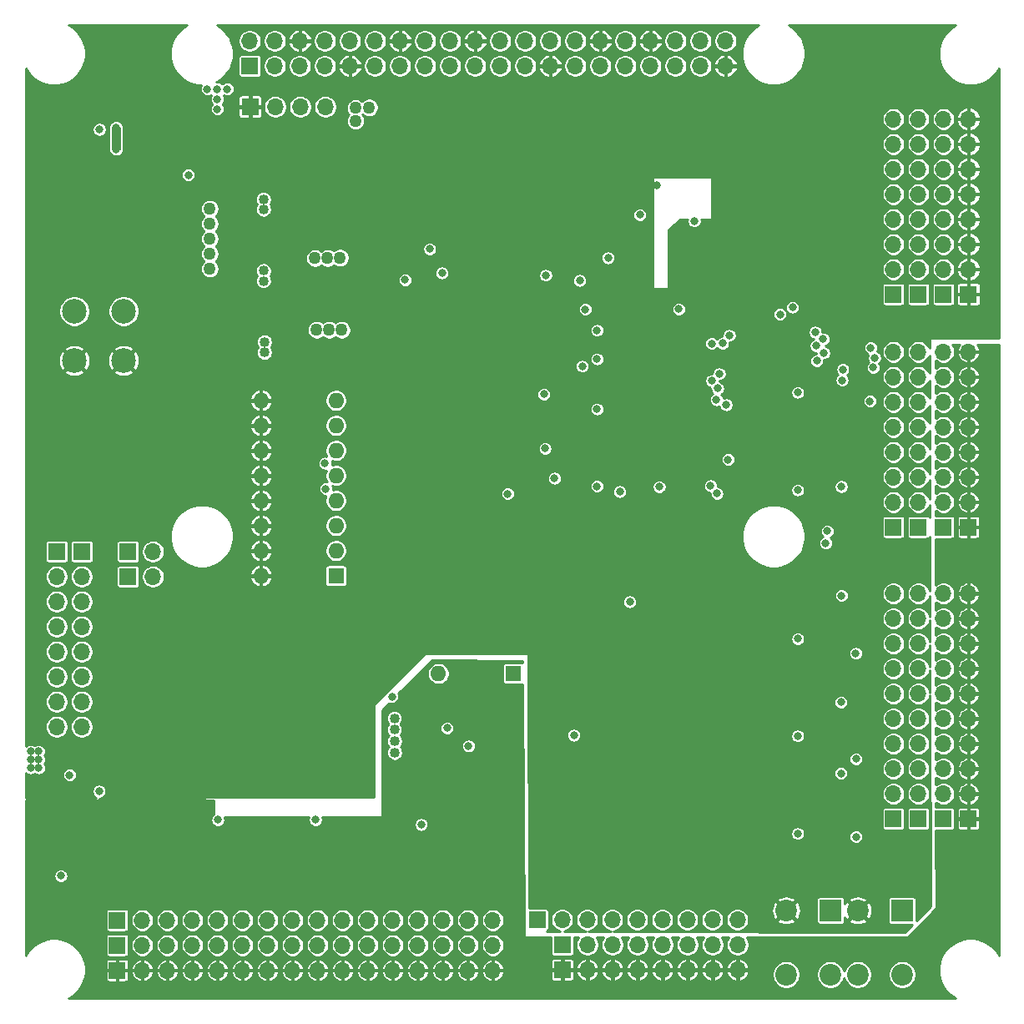
<source format=gbr>
G04 #@! TF.GenerationSoftware,KiCad,Pcbnew,5.1.5+dfsg1-2build2*
G04 #@! TF.CreationDate,2020-07-30T11:43:09-05:00*
G04 #@! TF.ProjectId,2060-ORIO2,32303630-2d4f-4524-994f-322e6b696361,rev?*
G04 #@! TF.SameCoordinates,Original*
G04 #@! TF.FileFunction,Copper,L2,Inr*
G04 #@! TF.FilePolarity,Positive*
%FSLAX46Y46*%
G04 Gerber Fmt 4.6, Leading zero omitted, Abs format (unit mm)*
G04 Created by KiCad (PCBNEW 5.1.5+dfsg1-2build2) date 2020-07-30 11:43:09*
%MOMM*%
%LPD*%
G04 APERTURE LIST*
%ADD10O,1.700000X1.700000*%
%ADD11R,1.700000X1.700000*%
%ADD12O,1.600000X1.600000*%
%ADD13R,1.600000X1.600000*%
%ADD14C,2.500000*%
%ADD15C,2.200000*%
%ADD16R,2.200000X2.200000*%
%ADD17C,0.800000*%
%ADD18C,1.270000*%
%ADD19C,1.016000*%
%ADD20C,0.254000*%
%ADD21C,0.025400*%
G04 APERTURE END LIST*
D10*
X85539500Y-96038500D03*
D11*
X82999500Y-96038500D03*
D12*
X114495500Y-108421000D03*
D13*
X122115500Y-108421000D03*
D10*
X85539500Y-98578500D03*
D11*
X82999500Y-98578500D03*
D10*
X78313200Y-113805800D03*
X78313200Y-111265800D03*
X78313200Y-108725800D03*
X78313200Y-106185800D03*
X78313200Y-103645800D03*
X78313200Y-101105800D03*
X78313200Y-98565800D03*
D11*
X78313200Y-96025800D03*
D10*
X103027400Y-50915400D03*
X100487400Y-50915400D03*
X97947400Y-50915400D03*
D11*
X95407400Y-50915400D03*
D10*
X144835800Y-133389200D03*
X142295800Y-133389200D03*
X139755800Y-133389200D03*
X137215800Y-133389200D03*
X134675800Y-133389200D03*
X132135800Y-133389200D03*
X129595800Y-133389200D03*
X127055800Y-133389200D03*
D11*
X124515800Y-133389200D03*
D10*
X143630000Y-44230000D03*
X143630000Y-46770000D03*
X141090000Y-44230000D03*
X141090000Y-46770000D03*
X138550000Y-44230000D03*
X138550000Y-46770000D03*
X136010000Y-44230000D03*
X136010000Y-46770000D03*
X133470000Y-44230000D03*
X133470000Y-46770000D03*
X130930000Y-44230000D03*
X130930000Y-46770000D03*
X128390000Y-44230000D03*
X128390000Y-46770000D03*
X125850000Y-44230000D03*
X125850000Y-46770000D03*
X123310000Y-44230000D03*
X123310000Y-46770000D03*
X120770000Y-44230000D03*
X120770000Y-46770000D03*
X118230000Y-44230000D03*
X118230000Y-46770000D03*
X115690000Y-44230000D03*
X115690000Y-46770000D03*
X113150000Y-44230000D03*
X113150000Y-46770000D03*
X110610000Y-44230000D03*
X110610000Y-46770000D03*
X108070000Y-44230000D03*
X108070000Y-46770000D03*
X105530000Y-44230000D03*
X105530000Y-46770000D03*
X102990000Y-44230000D03*
X102990000Y-46770000D03*
X100450000Y-44230000D03*
X100450000Y-46770000D03*
X97910000Y-44230000D03*
X97910000Y-46770000D03*
X95370000Y-44230000D03*
D11*
X95370000Y-46770000D03*
D10*
X120020000Y-138520000D03*
X117480000Y-138520000D03*
X114940000Y-138520000D03*
X112400000Y-138520000D03*
X109860000Y-138520000D03*
X107320000Y-138520000D03*
X104780000Y-138520000D03*
X102240000Y-138520000D03*
X99700000Y-138520000D03*
X97160000Y-138520000D03*
X94620000Y-138520000D03*
X92080000Y-138520000D03*
X89540000Y-138520000D03*
X87000000Y-138520000D03*
X84460000Y-138520000D03*
D11*
X81920000Y-138520000D03*
D10*
X120020000Y-135980000D03*
X117480000Y-135980000D03*
X114940000Y-135980000D03*
X112400000Y-135980000D03*
X109860000Y-135980000D03*
X107320000Y-135980000D03*
X104780000Y-135980000D03*
X102240000Y-135980000D03*
X99700000Y-135980000D03*
X97160000Y-135980000D03*
X94620000Y-135980000D03*
X92080000Y-135980000D03*
X89540000Y-135980000D03*
X87000000Y-135980000D03*
X84460000Y-135980000D03*
D11*
X81920000Y-135980000D03*
D10*
X120020000Y-133440000D03*
X117480000Y-133440000D03*
X114940000Y-133440000D03*
X112400000Y-133440000D03*
X109860000Y-133440000D03*
X107320000Y-133440000D03*
X104780000Y-133440000D03*
X102240000Y-133440000D03*
X99700000Y-133440000D03*
X97160000Y-133440000D03*
X94620000Y-133440000D03*
X92080000Y-133440000D03*
X89540000Y-133440000D03*
X87000000Y-133440000D03*
X84460000Y-133440000D03*
D11*
X81920000Y-133440000D03*
D10*
X165740000Y-52160000D03*
X165740000Y-54700000D03*
X165740000Y-57240000D03*
X165740000Y-59780000D03*
X165740000Y-62320000D03*
X165740000Y-64860000D03*
X165740000Y-67400000D03*
D11*
X165740000Y-69940000D03*
D10*
X168280000Y-75782000D03*
X168280000Y-78322000D03*
X168280000Y-80862000D03*
X168280000Y-83402000D03*
X168280000Y-85942000D03*
X168280000Y-88482000D03*
X168280000Y-91022000D03*
D11*
X168280000Y-93562000D03*
D10*
X168280000Y-52160000D03*
X168280000Y-54700000D03*
X168280000Y-57240000D03*
X168280000Y-59780000D03*
X168280000Y-62320000D03*
X168280000Y-64860000D03*
X168280000Y-67400000D03*
D11*
X168280000Y-69940000D03*
D10*
X165740000Y-75782000D03*
X165740000Y-78322000D03*
X165740000Y-80862000D03*
X165740000Y-83402000D03*
X165740000Y-85942000D03*
X165740000Y-88482000D03*
X165740000Y-91022000D03*
D11*
X165740000Y-93562000D03*
D10*
X160660000Y-75782000D03*
X160660000Y-78322000D03*
X160660000Y-80862000D03*
X160660000Y-83402000D03*
X160660000Y-85942000D03*
X160660000Y-88482000D03*
X160660000Y-91022000D03*
D11*
X160660000Y-93562000D03*
D10*
X163200000Y-52160000D03*
X163200000Y-54700000D03*
X163200000Y-57240000D03*
X163200000Y-59780000D03*
X163200000Y-62320000D03*
X163200000Y-64860000D03*
X163200000Y-67400000D03*
D11*
X163200000Y-69940000D03*
D10*
X163200000Y-75782000D03*
X163200000Y-78322000D03*
X163200000Y-80862000D03*
X163200000Y-83402000D03*
X163200000Y-85942000D03*
X163200000Y-88482000D03*
X163200000Y-91022000D03*
D11*
X163200000Y-93562000D03*
D10*
X160660000Y-52160000D03*
X160660000Y-54700000D03*
X160660000Y-57240000D03*
X160660000Y-59780000D03*
X160660000Y-62320000D03*
X160660000Y-64860000D03*
X160660000Y-67400000D03*
D11*
X160660000Y-69940000D03*
D14*
X77565800Y-71656400D03*
X82565800Y-71656400D03*
X82565800Y-76656400D03*
X77565800Y-76656400D03*
D10*
X168280000Y-100293000D03*
X168280000Y-102833000D03*
X168280000Y-105373000D03*
X168280000Y-107913000D03*
X168280000Y-110453000D03*
X168280000Y-112993000D03*
X168280000Y-115533000D03*
X168280000Y-118073000D03*
X168280000Y-120613000D03*
D11*
X168280000Y-123153000D03*
D10*
X165740000Y-100293000D03*
X165740000Y-102833000D03*
X165740000Y-105373000D03*
X165740000Y-107913000D03*
X165740000Y-110453000D03*
X165740000Y-112993000D03*
X165740000Y-115533000D03*
X165740000Y-118073000D03*
X165740000Y-120613000D03*
D11*
X165740000Y-123153000D03*
D10*
X163200000Y-100293000D03*
X163200000Y-102833000D03*
X163200000Y-105373000D03*
X163200000Y-107913000D03*
X163200000Y-110453000D03*
X163200000Y-112993000D03*
X163200000Y-115533000D03*
X163200000Y-118073000D03*
X163200000Y-120613000D03*
D11*
X163200000Y-123153000D03*
D10*
X160660000Y-100293000D03*
X160660000Y-102833000D03*
X160660000Y-105373000D03*
X160660000Y-107913000D03*
X160660000Y-110453000D03*
X160660000Y-112993000D03*
X160660000Y-115533000D03*
X160660000Y-118073000D03*
X160660000Y-120613000D03*
D11*
X160660000Y-123153000D03*
D10*
X75773200Y-113805800D03*
X75773200Y-111265800D03*
X75773200Y-108725800D03*
X75773200Y-106185800D03*
X75773200Y-103645800D03*
X75773200Y-101105800D03*
X75773200Y-98565800D03*
D11*
X75773200Y-96025800D03*
D10*
X144861200Y-138469200D03*
X142321200Y-138469200D03*
X139781200Y-138469200D03*
X137241200Y-138469200D03*
X134701200Y-138469200D03*
X132161200Y-138469200D03*
X129621200Y-138469200D03*
D11*
X127081200Y-138469200D03*
D10*
X144861200Y-135929200D03*
X142321200Y-135929200D03*
X139781200Y-135929200D03*
X137241200Y-135929200D03*
X134701200Y-135929200D03*
X132161200Y-135929200D03*
X129621200Y-135929200D03*
D11*
X127081200Y-135929200D03*
D15*
X157049000Y-132449400D03*
X157049000Y-138949400D03*
X161549000Y-138949400D03*
D16*
X161549000Y-132449400D03*
D15*
X149784600Y-132449400D03*
X149784600Y-138949400D03*
X154284600Y-138949400D03*
D16*
X154284600Y-132449400D03*
D12*
X96499600Y-98489600D03*
X104119600Y-80709600D03*
X96499600Y-95949600D03*
X104119600Y-83249600D03*
X96499600Y-93409600D03*
X104119600Y-85789600D03*
X96499600Y-90869600D03*
X104119600Y-88329600D03*
X96499600Y-88329600D03*
X104119600Y-90869600D03*
X96499600Y-85789600D03*
X104119600Y-93409600D03*
X96499600Y-83249600D03*
X104119600Y-95949600D03*
X96499600Y-80709600D03*
D13*
X104119600Y-98489600D03*
D17*
X136453800Y-102934600D03*
X131704000Y-61685000D03*
X127386000Y-71527500D03*
X116159200Y-65495000D03*
X131704000Y-60732500D03*
X133799500Y-61621500D03*
X133799500Y-60605500D03*
X137927000Y-57430500D03*
X136657000Y-58891000D03*
X142562500Y-57621000D03*
X140467000Y-72797500D03*
X139197000Y-64225000D03*
X139762190Y-65426966D03*
X144073800Y-83071800D03*
X99446000Y-62828000D03*
X99446000Y-70194000D03*
X100589000Y-62828000D03*
X100652500Y-70194000D03*
X119956500Y-53430000D03*
X145496200Y-67196800D03*
X144531000Y-66384000D03*
X154792600Y-60618200D03*
X117962600Y-79693600D03*
X117988000Y-81649400D03*
X117962600Y-85688000D03*
X121696400Y-91352200D03*
X125201600Y-78576000D03*
X141406800Y-90234600D03*
X120705800Y-92316170D03*
X122016440Y-93468020D03*
X137564392Y-90188453D03*
X130789600Y-114847200D03*
X148899800Y-74004000D03*
X131348400Y-99334190D03*
X137139600Y-111977000D03*
X145313320Y-92591720D03*
X128021000Y-124979260D03*
X130586400Y-124971640D03*
X133144180Y-125024980D03*
X135671480Y-124979260D03*
X138211480Y-125032600D03*
X140766720Y-125014820D03*
X143233060Y-124961480D03*
X145816240Y-125007200D03*
X143243220Y-121590900D03*
X145839100Y-121623920D03*
X140743860Y-121601060D03*
X138181000Y-121644240D03*
X163784200Y-131649300D03*
X163720700Y-128832440D03*
X156387720Y-128702900D03*
X100690600Y-119343000D03*
X92130800Y-126277200D03*
X158183500Y-126137500D03*
X159072500Y-126137500D03*
X159961500Y-126137500D03*
X125354000Y-87063102D03*
X126700000Y-116050000D03*
X116210000Y-105500000D03*
X118242000Y-105500000D03*
X124592000Y-105500000D03*
X126624000Y-105500000D03*
X89844800Y-120359000D03*
X137139600Y-115075800D03*
X138155600Y-113374000D03*
X92080000Y-102452000D03*
X90048000Y-102452000D03*
X78338600Y-88202600D03*
X78262400Y-85815000D03*
X78262400Y-84545000D03*
X78262400Y-83275000D03*
X80548400Y-88228000D03*
X147706000Y-82259000D03*
X148976000Y-82259000D03*
X142753000Y-87720000D03*
X144683400Y-70117800D03*
X154564000Y-52922000D03*
X155834000Y-52922000D03*
X157154800Y-52922000D03*
X158374000Y-98134000D03*
X159644000Y-98134000D03*
X160914000Y-98134000D03*
X164216000Y-43524000D03*
X159136000Y-43524000D03*
X154056000Y-43524000D03*
X79151400Y-90260000D03*
X80167400Y-90260000D03*
X82453400Y-90260000D03*
X83342400Y-90260000D03*
X79507000Y-44832100D03*
X132415200Y-71387800D03*
X122534600Y-68974800D03*
X156799200Y-107532000D03*
X156850000Y-72683200D03*
X156850000Y-82589200D03*
X156850000Y-90006000D03*
X148874400Y-88837600D03*
X152481200Y-89802800D03*
X152481200Y-104788800D03*
X152481200Y-114644000D03*
X152481200Y-124550000D03*
X98023600Y-126429600D03*
X107828000Y-126378800D03*
X101986000Y-126429600D03*
X102628500Y-120471500D03*
X119001460Y-52838180D03*
X113347420Y-52751820D03*
X121594800Y-61659600D03*
X126954200Y-62218400D03*
X127843200Y-63132800D03*
X152350705Y-79970610D03*
X158120000Y-118123800D03*
X83913900Y-52985500D03*
X82809000Y-52731500D03*
X81297700Y-48667500D03*
X80332500Y-47778500D03*
X85183900Y-56897100D03*
X85209300Y-58852900D03*
X83837700Y-55220700D03*
X135666400Y-121629000D03*
X133101000Y-121629000D03*
X130535600Y-121654400D03*
X127995600Y-121654400D03*
X82821700Y-51906000D03*
X82809000Y-51080500D03*
X86174500Y-60034000D03*
X83825000Y-59526000D03*
X82809000Y-50255000D03*
X82809000Y-49429500D03*
X74236500Y-124296000D03*
X74998500Y-123407000D03*
X80078500Y-122454500D03*
X80396000Y-121375000D03*
X81221500Y-121375000D03*
X82047000Y-121375000D03*
X82872500Y-121375000D03*
X84269500Y-119978000D03*
X85158500Y-119025500D03*
X73093500Y-125375500D03*
X77411500Y-125693000D03*
X77983000Y-122391000D03*
X76205000Y-124296000D03*
X118305500Y-116866500D03*
X117598000Y-117891500D03*
X115439000Y-117891500D03*
X114432000Y-118898500D03*
X112463500Y-118898500D03*
X111320500Y-117882500D03*
X119131000Y-116866500D03*
X119956500Y-116866500D03*
X120782000Y-116866500D03*
X121798000Y-115469500D03*
X116781500Y-111215000D03*
X114876500Y-121692500D03*
X113733500Y-120676500D03*
X111765000Y-120676500D03*
X110622000Y-121692500D03*
X125798500Y-89688500D03*
X128211500Y-87085000D03*
X132402500Y-87085000D03*
X91508496Y-86132500D03*
X91826000Y-98324500D03*
X134307500Y-89942500D03*
X137546000Y-97372000D03*
D18*
X101986000Y-66282400D03*
X103256000Y-66282400D03*
X104526000Y-66231600D03*
D17*
X131722154Y-66238846D03*
X125392100Y-68009600D03*
X140467000Y-62510500D03*
X138892200Y-71438600D03*
X125201600Y-80074600D03*
X125328600Y-85586400D03*
X143896000Y-86704000D03*
X121526710Y-90176710D03*
X144023000Y-74105600D03*
X136911000Y-89472600D03*
X132908733Y-89963731D03*
X113619200Y-65342600D03*
X128249600Y-114669400D03*
X102036800Y-123254600D03*
X92131906Y-123268275D03*
X150957200Y-114745600D03*
X150957200Y-124651600D03*
X150957200Y-104890400D03*
X150957200Y-79896800D03*
X150957200Y-89802800D03*
X156850000Y-106363600D03*
X156875400Y-117082400D03*
X156875400Y-124981800D03*
D19*
X110037800Y-114110600D03*
X110063200Y-115279000D03*
D18*
X91318000Y-65825200D03*
X91318000Y-64301200D03*
D17*
X73957100Y-117984100D03*
X73957100Y-116307700D03*
X73118900Y-117984100D03*
X73118900Y-116307700D03*
X109783800Y-110757800D03*
D18*
X91318000Y-62777200D03*
X91318000Y-67349200D03*
X91318000Y-61253200D03*
D19*
X110063200Y-116422000D03*
X110037800Y-112942200D03*
D17*
X81796700Y-53019900D03*
X81796700Y-55229700D03*
X73957100Y-117145900D03*
X73118900Y-117145900D03*
X80087500Y-120350000D03*
X117564000Y-115766500D03*
D18*
X102138400Y-73546800D03*
X103408400Y-73546800D03*
X104678400Y-73546800D03*
D17*
X130586400Y-73597600D03*
X134942500Y-61875500D03*
X130586400Y-76505900D03*
X130586400Y-81585900D03*
X133913800Y-101131200D03*
X130586400Y-89428110D03*
X150423800Y-71260800D03*
X142219600Y-74943800D03*
X143337200Y-74918400D03*
X149153800Y-71972000D03*
X128846500Y-68543000D03*
X114860347Y-67774690D03*
X111130000Y-68479500D03*
X129410000Y-71472004D03*
D19*
X96765000Y-61315400D03*
X96855200Y-75832800D03*
X96765000Y-68579800D03*
X96765000Y-60299400D03*
X96765000Y-67541000D03*
X96855200Y-74766000D03*
D17*
X91064000Y-49112000D03*
X92080000Y-51144000D03*
X92080000Y-50128000D03*
X92080000Y-49112000D03*
X93096000Y-49112000D03*
X80103900Y-53214100D03*
X89120900Y-57836898D03*
X155372500Y-89455600D03*
X155389500Y-100496200D03*
X155351400Y-111316600D03*
X155336160Y-118545440D03*
X112772000Y-123733500D03*
X115384500Y-113945500D03*
X77094000Y-118708000D03*
X76205001Y-128931501D03*
X158365015Y-75361790D03*
X158751229Y-76388540D03*
X158608363Y-77381527D03*
X158292378Y-80773037D03*
X155529202Y-77560000D03*
X155459390Y-78662590D03*
D18*
X107472400Y-50991600D03*
X106100800Y-52363200D03*
X106100800Y-51042400D03*
D17*
X143689333Y-81155650D03*
X152887600Y-76696400D03*
X142702200Y-80633400D03*
X153598796Y-75883600D03*
X152819947Y-75161877D03*
X142835615Y-79496246D03*
X153550026Y-74475454D03*
X142238772Y-78708661D03*
X152735513Y-73779976D03*
X143007000Y-78004496D03*
X142773303Y-90163454D03*
X153802000Y-95187600D03*
X142118000Y-89371000D03*
X153954400Y-93968400D03*
X103065500Y-89675800D03*
X126268400Y-88609000D03*
X129100500Y-77242500D03*
X103002000Y-87085000D03*
D20*
G36*
X171369801Y-136995756D02*
G01*
X171359730Y-136971442D01*
X171006575Y-136442907D01*
X170557093Y-135993425D01*
X170028558Y-135640270D01*
X169441281Y-135397012D01*
X168817832Y-135273000D01*
X168182168Y-135273000D01*
X167558719Y-135397012D01*
X166971442Y-135640270D01*
X166442907Y-135993425D01*
X165993425Y-136442907D01*
X165640270Y-136971442D01*
X165397012Y-137558719D01*
X165273000Y-138182168D01*
X165273000Y-138817832D01*
X165397012Y-139441281D01*
X165640270Y-140028558D01*
X165993425Y-140557093D01*
X166442907Y-141006575D01*
X166971442Y-141359730D01*
X166995753Y-141369800D01*
X77004247Y-141369800D01*
X77028558Y-141359730D01*
X77557093Y-141006575D01*
X78006575Y-140557093D01*
X78359730Y-140028558D01*
X78602988Y-139441281D01*
X78617166Y-139370000D01*
X80738202Y-139370000D01*
X80744577Y-139434731D01*
X80763459Y-139496974D01*
X80794120Y-139554337D01*
X80835383Y-139604617D01*
X80885663Y-139645880D01*
X80943026Y-139676541D01*
X81005269Y-139695423D01*
X81070000Y-139701798D01*
X81773950Y-139700200D01*
X81856500Y-139617650D01*
X81856500Y-138583500D01*
X81983500Y-138583500D01*
X81983500Y-139617650D01*
X82066050Y-139700200D01*
X82770000Y-139701798D01*
X82834731Y-139695423D01*
X82896974Y-139676541D01*
X82954337Y-139645880D01*
X83004617Y-139604617D01*
X83045880Y-139554337D01*
X83076541Y-139496974D01*
X83095423Y-139434731D01*
X83101798Y-139370000D01*
X83100430Y-138767075D01*
X83305949Y-138767075D01*
X83376326Y-138987472D01*
X83488348Y-139189904D01*
X83637710Y-139366592D01*
X83818672Y-139510746D01*
X84024280Y-139616826D01*
X84212925Y-139674047D01*
X84396500Y-139615812D01*
X84396500Y-138583500D01*
X84523500Y-138583500D01*
X84523500Y-139615812D01*
X84707075Y-139674047D01*
X84895720Y-139616826D01*
X85101328Y-139510746D01*
X85282290Y-139366592D01*
X85431652Y-139189904D01*
X85543674Y-138987472D01*
X85614051Y-138767075D01*
X85845949Y-138767075D01*
X85916326Y-138987472D01*
X86028348Y-139189904D01*
X86177710Y-139366592D01*
X86358672Y-139510746D01*
X86564280Y-139616826D01*
X86752925Y-139674047D01*
X86936500Y-139615812D01*
X86936500Y-138583500D01*
X87063500Y-138583500D01*
X87063500Y-139615812D01*
X87247075Y-139674047D01*
X87435720Y-139616826D01*
X87641328Y-139510746D01*
X87822290Y-139366592D01*
X87971652Y-139189904D01*
X88083674Y-138987472D01*
X88154051Y-138767075D01*
X88385949Y-138767075D01*
X88456326Y-138987472D01*
X88568348Y-139189904D01*
X88717710Y-139366592D01*
X88898672Y-139510746D01*
X89104280Y-139616826D01*
X89292925Y-139674047D01*
X89476500Y-139615812D01*
X89476500Y-138583500D01*
X89603500Y-138583500D01*
X89603500Y-139615812D01*
X89787075Y-139674047D01*
X89975720Y-139616826D01*
X90181328Y-139510746D01*
X90362290Y-139366592D01*
X90511652Y-139189904D01*
X90623674Y-138987472D01*
X90694051Y-138767075D01*
X90925949Y-138767075D01*
X90996326Y-138987472D01*
X91108348Y-139189904D01*
X91257710Y-139366592D01*
X91438672Y-139510746D01*
X91644280Y-139616826D01*
X91832925Y-139674047D01*
X92016500Y-139615812D01*
X92016500Y-138583500D01*
X92143500Y-138583500D01*
X92143500Y-139615812D01*
X92327075Y-139674047D01*
X92515720Y-139616826D01*
X92721328Y-139510746D01*
X92902290Y-139366592D01*
X93051652Y-139189904D01*
X93163674Y-138987472D01*
X93234051Y-138767075D01*
X93465949Y-138767075D01*
X93536326Y-138987472D01*
X93648348Y-139189904D01*
X93797710Y-139366592D01*
X93978672Y-139510746D01*
X94184280Y-139616826D01*
X94372925Y-139674047D01*
X94556500Y-139615812D01*
X94556500Y-138583500D01*
X94683500Y-138583500D01*
X94683500Y-139615812D01*
X94867075Y-139674047D01*
X95055720Y-139616826D01*
X95261328Y-139510746D01*
X95442290Y-139366592D01*
X95591652Y-139189904D01*
X95703674Y-138987472D01*
X95774051Y-138767075D01*
X96005949Y-138767075D01*
X96076326Y-138987472D01*
X96188348Y-139189904D01*
X96337710Y-139366592D01*
X96518672Y-139510746D01*
X96724280Y-139616826D01*
X96912925Y-139674047D01*
X97096500Y-139615812D01*
X97096500Y-138583500D01*
X97223500Y-138583500D01*
X97223500Y-139615812D01*
X97407075Y-139674047D01*
X97595720Y-139616826D01*
X97801328Y-139510746D01*
X97982290Y-139366592D01*
X98131652Y-139189904D01*
X98243674Y-138987472D01*
X98314051Y-138767075D01*
X98545949Y-138767075D01*
X98616326Y-138987472D01*
X98728348Y-139189904D01*
X98877710Y-139366592D01*
X99058672Y-139510746D01*
X99264280Y-139616826D01*
X99452925Y-139674047D01*
X99636500Y-139615812D01*
X99636500Y-138583500D01*
X99763500Y-138583500D01*
X99763500Y-139615812D01*
X99947075Y-139674047D01*
X100135720Y-139616826D01*
X100341328Y-139510746D01*
X100522290Y-139366592D01*
X100671652Y-139189904D01*
X100783674Y-138987472D01*
X100854051Y-138767075D01*
X101085949Y-138767075D01*
X101156326Y-138987472D01*
X101268348Y-139189904D01*
X101417710Y-139366592D01*
X101598672Y-139510746D01*
X101804280Y-139616826D01*
X101992925Y-139674047D01*
X102176500Y-139615812D01*
X102176500Y-138583500D01*
X102303500Y-138583500D01*
X102303500Y-139615812D01*
X102487075Y-139674047D01*
X102675720Y-139616826D01*
X102881328Y-139510746D01*
X103062290Y-139366592D01*
X103211652Y-139189904D01*
X103323674Y-138987472D01*
X103394051Y-138767075D01*
X103625949Y-138767075D01*
X103696326Y-138987472D01*
X103808348Y-139189904D01*
X103957710Y-139366592D01*
X104138672Y-139510746D01*
X104344280Y-139616826D01*
X104532925Y-139674047D01*
X104716500Y-139615812D01*
X104716500Y-138583500D01*
X104843500Y-138583500D01*
X104843500Y-139615812D01*
X105027075Y-139674047D01*
X105215720Y-139616826D01*
X105421328Y-139510746D01*
X105602290Y-139366592D01*
X105751652Y-139189904D01*
X105863674Y-138987472D01*
X105934051Y-138767075D01*
X106165949Y-138767075D01*
X106236326Y-138987472D01*
X106348348Y-139189904D01*
X106497710Y-139366592D01*
X106678672Y-139510746D01*
X106884280Y-139616826D01*
X107072925Y-139674047D01*
X107256500Y-139615812D01*
X107256500Y-138583500D01*
X107383500Y-138583500D01*
X107383500Y-139615812D01*
X107567075Y-139674047D01*
X107755720Y-139616826D01*
X107961328Y-139510746D01*
X108142290Y-139366592D01*
X108291652Y-139189904D01*
X108403674Y-138987472D01*
X108474051Y-138767075D01*
X108705949Y-138767075D01*
X108776326Y-138987472D01*
X108888348Y-139189904D01*
X109037710Y-139366592D01*
X109218672Y-139510746D01*
X109424280Y-139616826D01*
X109612925Y-139674047D01*
X109796500Y-139615812D01*
X109796500Y-138583500D01*
X109923500Y-138583500D01*
X109923500Y-139615812D01*
X110107075Y-139674047D01*
X110295720Y-139616826D01*
X110501328Y-139510746D01*
X110682290Y-139366592D01*
X110831652Y-139189904D01*
X110943674Y-138987472D01*
X111014051Y-138767075D01*
X111245949Y-138767075D01*
X111316326Y-138987472D01*
X111428348Y-139189904D01*
X111577710Y-139366592D01*
X111758672Y-139510746D01*
X111964280Y-139616826D01*
X112152925Y-139674047D01*
X112336500Y-139615812D01*
X112336500Y-138583500D01*
X112463500Y-138583500D01*
X112463500Y-139615812D01*
X112647075Y-139674047D01*
X112835720Y-139616826D01*
X113041328Y-139510746D01*
X113222290Y-139366592D01*
X113371652Y-139189904D01*
X113483674Y-138987472D01*
X113554051Y-138767075D01*
X113785949Y-138767075D01*
X113856326Y-138987472D01*
X113968348Y-139189904D01*
X114117710Y-139366592D01*
X114298672Y-139510746D01*
X114504280Y-139616826D01*
X114692925Y-139674047D01*
X114876500Y-139615812D01*
X114876500Y-138583500D01*
X115003500Y-138583500D01*
X115003500Y-139615812D01*
X115187075Y-139674047D01*
X115375720Y-139616826D01*
X115581328Y-139510746D01*
X115762290Y-139366592D01*
X115911652Y-139189904D01*
X116023674Y-138987472D01*
X116094051Y-138767075D01*
X116325949Y-138767075D01*
X116396326Y-138987472D01*
X116508348Y-139189904D01*
X116657710Y-139366592D01*
X116838672Y-139510746D01*
X117044280Y-139616826D01*
X117232925Y-139674047D01*
X117416500Y-139615812D01*
X117416500Y-138583500D01*
X117543500Y-138583500D01*
X117543500Y-139615812D01*
X117727075Y-139674047D01*
X117915720Y-139616826D01*
X118121328Y-139510746D01*
X118302290Y-139366592D01*
X118451652Y-139189904D01*
X118563674Y-138987472D01*
X118634051Y-138767075D01*
X118865949Y-138767075D01*
X118936326Y-138987472D01*
X119048348Y-139189904D01*
X119197710Y-139366592D01*
X119378672Y-139510746D01*
X119584280Y-139616826D01*
X119772925Y-139674047D01*
X119956500Y-139615812D01*
X119956500Y-138583500D01*
X120083500Y-138583500D01*
X120083500Y-139615812D01*
X120267075Y-139674047D01*
X120455720Y-139616826D01*
X120661328Y-139510746D01*
X120842290Y-139366592D01*
X120882352Y-139319200D01*
X125899402Y-139319200D01*
X125905777Y-139383931D01*
X125924659Y-139446174D01*
X125955320Y-139503537D01*
X125996583Y-139553817D01*
X126046863Y-139595080D01*
X126104226Y-139625741D01*
X126166469Y-139644623D01*
X126231200Y-139650998D01*
X126935150Y-139649400D01*
X127017700Y-139566850D01*
X127017700Y-138532700D01*
X127144700Y-138532700D01*
X127144700Y-139566850D01*
X127227250Y-139649400D01*
X127931200Y-139650998D01*
X127995931Y-139644623D01*
X128058174Y-139625741D01*
X128115537Y-139595080D01*
X128165817Y-139553817D01*
X128207080Y-139503537D01*
X128237741Y-139446174D01*
X128256623Y-139383931D01*
X128262998Y-139319200D01*
X128261630Y-138716275D01*
X128467149Y-138716275D01*
X128537526Y-138936672D01*
X128649548Y-139139104D01*
X128798910Y-139315792D01*
X128979872Y-139459946D01*
X129185480Y-139566026D01*
X129374125Y-139623247D01*
X129557700Y-139565012D01*
X129557700Y-138532700D01*
X129684700Y-138532700D01*
X129684700Y-139565012D01*
X129868275Y-139623247D01*
X130056920Y-139566026D01*
X130262528Y-139459946D01*
X130443490Y-139315792D01*
X130592852Y-139139104D01*
X130704874Y-138936672D01*
X130775251Y-138716275D01*
X131007149Y-138716275D01*
X131077526Y-138936672D01*
X131189548Y-139139104D01*
X131338910Y-139315792D01*
X131519872Y-139459946D01*
X131725480Y-139566026D01*
X131914125Y-139623247D01*
X132097700Y-139565012D01*
X132097700Y-138532700D01*
X132224700Y-138532700D01*
X132224700Y-139565012D01*
X132408275Y-139623247D01*
X132596920Y-139566026D01*
X132802528Y-139459946D01*
X132983490Y-139315792D01*
X133132852Y-139139104D01*
X133244874Y-138936672D01*
X133315251Y-138716275D01*
X133547149Y-138716275D01*
X133617526Y-138936672D01*
X133729548Y-139139104D01*
X133878910Y-139315792D01*
X134059872Y-139459946D01*
X134265480Y-139566026D01*
X134454125Y-139623247D01*
X134637700Y-139565012D01*
X134637700Y-138532700D01*
X134764700Y-138532700D01*
X134764700Y-139565012D01*
X134948275Y-139623247D01*
X135136920Y-139566026D01*
X135342528Y-139459946D01*
X135523490Y-139315792D01*
X135672852Y-139139104D01*
X135784874Y-138936672D01*
X135855251Y-138716275D01*
X136087149Y-138716275D01*
X136157526Y-138936672D01*
X136269548Y-139139104D01*
X136418910Y-139315792D01*
X136599872Y-139459946D01*
X136805480Y-139566026D01*
X136994125Y-139623247D01*
X137177700Y-139565012D01*
X137177700Y-138532700D01*
X137304700Y-138532700D01*
X137304700Y-139565012D01*
X137488275Y-139623247D01*
X137676920Y-139566026D01*
X137882528Y-139459946D01*
X138063490Y-139315792D01*
X138212852Y-139139104D01*
X138324874Y-138936672D01*
X138395251Y-138716275D01*
X138627149Y-138716275D01*
X138697526Y-138936672D01*
X138809548Y-139139104D01*
X138958910Y-139315792D01*
X139139872Y-139459946D01*
X139345480Y-139566026D01*
X139534125Y-139623247D01*
X139717700Y-139565012D01*
X139717700Y-138532700D01*
X139844700Y-138532700D01*
X139844700Y-139565012D01*
X140028275Y-139623247D01*
X140216920Y-139566026D01*
X140422528Y-139459946D01*
X140603490Y-139315792D01*
X140752852Y-139139104D01*
X140864874Y-138936672D01*
X140935251Y-138716275D01*
X141167149Y-138716275D01*
X141237526Y-138936672D01*
X141349548Y-139139104D01*
X141498910Y-139315792D01*
X141679872Y-139459946D01*
X141885480Y-139566026D01*
X142074125Y-139623247D01*
X142257700Y-139565012D01*
X142257700Y-138532700D01*
X142384700Y-138532700D01*
X142384700Y-139565012D01*
X142568275Y-139623247D01*
X142756920Y-139566026D01*
X142962528Y-139459946D01*
X143143490Y-139315792D01*
X143292852Y-139139104D01*
X143404874Y-138936672D01*
X143475251Y-138716275D01*
X143707149Y-138716275D01*
X143777526Y-138936672D01*
X143889548Y-139139104D01*
X144038910Y-139315792D01*
X144219872Y-139459946D01*
X144425480Y-139566026D01*
X144614125Y-139623247D01*
X144797700Y-139565012D01*
X144797700Y-138532700D01*
X144924700Y-138532700D01*
X144924700Y-139565012D01*
X145108275Y-139623247D01*
X145296920Y-139566026D01*
X145502528Y-139459946D01*
X145683490Y-139315792D01*
X145832852Y-139139104D01*
X145944874Y-138936672D01*
X145985789Y-138808538D01*
X148354400Y-138808538D01*
X148354400Y-139090262D01*
X148409362Y-139366574D01*
X148517173Y-139626854D01*
X148673691Y-139861099D01*
X148872901Y-140060309D01*
X149107146Y-140216827D01*
X149367426Y-140324638D01*
X149643738Y-140379600D01*
X149925462Y-140379600D01*
X150201774Y-140324638D01*
X150462054Y-140216827D01*
X150696299Y-140060309D01*
X150895509Y-139861099D01*
X151052027Y-139626854D01*
X151159838Y-139366574D01*
X151214800Y-139090262D01*
X151214800Y-138808538D01*
X152854400Y-138808538D01*
X152854400Y-139090262D01*
X152909362Y-139366574D01*
X153017173Y-139626854D01*
X153173691Y-139861099D01*
X153372901Y-140060309D01*
X153607146Y-140216827D01*
X153867426Y-140324638D01*
X154143738Y-140379600D01*
X154425462Y-140379600D01*
X154701774Y-140324638D01*
X154962054Y-140216827D01*
X155196299Y-140060309D01*
X155395509Y-139861099D01*
X155552027Y-139626854D01*
X155659838Y-139366574D01*
X155666800Y-139331574D01*
X155673762Y-139366574D01*
X155781573Y-139626854D01*
X155938091Y-139861099D01*
X156137301Y-140060309D01*
X156371546Y-140216827D01*
X156631826Y-140324638D01*
X156908138Y-140379600D01*
X157189862Y-140379600D01*
X157466174Y-140324638D01*
X157726454Y-140216827D01*
X157960699Y-140060309D01*
X158159909Y-139861099D01*
X158316427Y-139626854D01*
X158424238Y-139366574D01*
X158479200Y-139090262D01*
X158479200Y-138808538D01*
X160118800Y-138808538D01*
X160118800Y-139090262D01*
X160173762Y-139366574D01*
X160281573Y-139626854D01*
X160438091Y-139861099D01*
X160637301Y-140060309D01*
X160871546Y-140216827D01*
X161131826Y-140324638D01*
X161408138Y-140379600D01*
X161689862Y-140379600D01*
X161966174Y-140324638D01*
X162226454Y-140216827D01*
X162460699Y-140060309D01*
X162659909Y-139861099D01*
X162816427Y-139626854D01*
X162924238Y-139366574D01*
X162979200Y-139090262D01*
X162979200Y-138808538D01*
X162924238Y-138532226D01*
X162816427Y-138271946D01*
X162659909Y-138037701D01*
X162460699Y-137838491D01*
X162226454Y-137681973D01*
X161966174Y-137574162D01*
X161689862Y-137519200D01*
X161408138Y-137519200D01*
X161131826Y-137574162D01*
X160871546Y-137681973D01*
X160637301Y-137838491D01*
X160438091Y-138037701D01*
X160281573Y-138271946D01*
X160173762Y-138532226D01*
X160118800Y-138808538D01*
X158479200Y-138808538D01*
X158424238Y-138532226D01*
X158316427Y-138271946D01*
X158159909Y-138037701D01*
X157960699Y-137838491D01*
X157726454Y-137681973D01*
X157466174Y-137574162D01*
X157189862Y-137519200D01*
X156908138Y-137519200D01*
X156631826Y-137574162D01*
X156371546Y-137681973D01*
X156137301Y-137838491D01*
X155938091Y-138037701D01*
X155781573Y-138271946D01*
X155673762Y-138532226D01*
X155666800Y-138567226D01*
X155659838Y-138532226D01*
X155552027Y-138271946D01*
X155395509Y-138037701D01*
X155196299Y-137838491D01*
X154962054Y-137681973D01*
X154701774Y-137574162D01*
X154425462Y-137519200D01*
X154143738Y-137519200D01*
X153867426Y-137574162D01*
X153607146Y-137681973D01*
X153372901Y-137838491D01*
X153173691Y-138037701D01*
X153017173Y-138271946D01*
X152909362Y-138532226D01*
X152854400Y-138808538D01*
X151214800Y-138808538D01*
X151159838Y-138532226D01*
X151052027Y-138271946D01*
X150895509Y-138037701D01*
X150696299Y-137838491D01*
X150462054Y-137681973D01*
X150201774Y-137574162D01*
X149925462Y-137519200D01*
X149643738Y-137519200D01*
X149367426Y-137574162D01*
X149107146Y-137681973D01*
X148872901Y-137838491D01*
X148673691Y-138037701D01*
X148517173Y-138271946D01*
X148409362Y-138532226D01*
X148354400Y-138808538D01*
X145985789Y-138808538D01*
X146015251Y-138716275D01*
X145957144Y-138532700D01*
X144924700Y-138532700D01*
X144797700Y-138532700D01*
X143765256Y-138532700D01*
X143707149Y-138716275D01*
X143475251Y-138716275D01*
X143417144Y-138532700D01*
X142384700Y-138532700D01*
X142257700Y-138532700D01*
X141225256Y-138532700D01*
X141167149Y-138716275D01*
X140935251Y-138716275D01*
X140877144Y-138532700D01*
X139844700Y-138532700D01*
X139717700Y-138532700D01*
X138685256Y-138532700D01*
X138627149Y-138716275D01*
X138395251Y-138716275D01*
X138337144Y-138532700D01*
X137304700Y-138532700D01*
X137177700Y-138532700D01*
X136145256Y-138532700D01*
X136087149Y-138716275D01*
X135855251Y-138716275D01*
X135797144Y-138532700D01*
X134764700Y-138532700D01*
X134637700Y-138532700D01*
X133605256Y-138532700D01*
X133547149Y-138716275D01*
X133315251Y-138716275D01*
X133257144Y-138532700D01*
X132224700Y-138532700D01*
X132097700Y-138532700D01*
X131065256Y-138532700D01*
X131007149Y-138716275D01*
X130775251Y-138716275D01*
X130717144Y-138532700D01*
X129684700Y-138532700D01*
X129557700Y-138532700D01*
X128525256Y-138532700D01*
X128467149Y-138716275D01*
X128261630Y-138716275D01*
X128261400Y-138615250D01*
X128178850Y-138532700D01*
X127144700Y-138532700D01*
X127017700Y-138532700D01*
X125983550Y-138532700D01*
X125901000Y-138615250D01*
X125899402Y-139319200D01*
X120882352Y-139319200D01*
X120991652Y-139189904D01*
X121103674Y-138987472D01*
X121174051Y-138767075D01*
X121115944Y-138583500D01*
X120083500Y-138583500D01*
X119956500Y-138583500D01*
X118924056Y-138583500D01*
X118865949Y-138767075D01*
X118634051Y-138767075D01*
X118575944Y-138583500D01*
X117543500Y-138583500D01*
X117416500Y-138583500D01*
X116384056Y-138583500D01*
X116325949Y-138767075D01*
X116094051Y-138767075D01*
X116035944Y-138583500D01*
X115003500Y-138583500D01*
X114876500Y-138583500D01*
X113844056Y-138583500D01*
X113785949Y-138767075D01*
X113554051Y-138767075D01*
X113495944Y-138583500D01*
X112463500Y-138583500D01*
X112336500Y-138583500D01*
X111304056Y-138583500D01*
X111245949Y-138767075D01*
X111014051Y-138767075D01*
X110955944Y-138583500D01*
X109923500Y-138583500D01*
X109796500Y-138583500D01*
X108764056Y-138583500D01*
X108705949Y-138767075D01*
X108474051Y-138767075D01*
X108415944Y-138583500D01*
X107383500Y-138583500D01*
X107256500Y-138583500D01*
X106224056Y-138583500D01*
X106165949Y-138767075D01*
X105934051Y-138767075D01*
X105875944Y-138583500D01*
X104843500Y-138583500D01*
X104716500Y-138583500D01*
X103684056Y-138583500D01*
X103625949Y-138767075D01*
X103394051Y-138767075D01*
X103335944Y-138583500D01*
X102303500Y-138583500D01*
X102176500Y-138583500D01*
X101144056Y-138583500D01*
X101085949Y-138767075D01*
X100854051Y-138767075D01*
X100795944Y-138583500D01*
X99763500Y-138583500D01*
X99636500Y-138583500D01*
X98604056Y-138583500D01*
X98545949Y-138767075D01*
X98314051Y-138767075D01*
X98255944Y-138583500D01*
X97223500Y-138583500D01*
X97096500Y-138583500D01*
X96064056Y-138583500D01*
X96005949Y-138767075D01*
X95774051Y-138767075D01*
X95715944Y-138583500D01*
X94683500Y-138583500D01*
X94556500Y-138583500D01*
X93524056Y-138583500D01*
X93465949Y-138767075D01*
X93234051Y-138767075D01*
X93175944Y-138583500D01*
X92143500Y-138583500D01*
X92016500Y-138583500D01*
X90984056Y-138583500D01*
X90925949Y-138767075D01*
X90694051Y-138767075D01*
X90635944Y-138583500D01*
X89603500Y-138583500D01*
X89476500Y-138583500D01*
X88444056Y-138583500D01*
X88385949Y-138767075D01*
X88154051Y-138767075D01*
X88095944Y-138583500D01*
X87063500Y-138583500D01*
X86936500Y-138583500D01*
X85904056Y-138583500D01*
X85845949Y-138767075D01*
X85614051Y-138767075D01*
X85555944Y-138583500D01*
X84523500Y-138583500D01*
X84396500Y-138583500D01*
X83364056Y-138583500D01*
X83305949Y-138767075D01*
X83100430Y-138767075D01*
X83100200Y-138666050D01*
X83017650Y-138583500D01*
X81983500Y-138583500D01*
X81856500Y-138583500D01*
X80822350Y-138583500D01*
X80739800Y-138666050D01*
X80738202Y-139370000D01*
X78617166Y-139370000D01*
X78727000Y-138817832D01*
X78727000Y-138182168D01*
X78625124Y-137670000D01*
X80738202Y-137670000D01*
X80739800Y-138373950D01*
X80822350Y-138456500D01*
X81856500Y-138456500D01*
X81856500Y-137422350D01*
X81983500Y-137422350D01*
X81983500Y-138456500D01*
X83017650Y-138456500D01*
X83100200Y-138373950D01*
X83100429Y-138272925D01*
X83305949Y-138272925D01*
X83364056Y-138456500D01*
X84396500Y-138456500D01*
X84396500Y-137424188D01*
X84523500Y-137424188D01*
X84523500Y-138456500D01*
X85555944Y-138456500D01*
X85614051Y-138272925D01*
X85845949Y-138272925D01*
X85904056Y-138456500D01*
X86936500Y-138456500D01*
X86936500Y-137424188D01*
X87063500Y-137424188D01*
X87063500Y-138456500D01*
X88095944Y-138456500D01*
X88154051Y-138272925D01*
X88385949Y-138272925D01*
X88444056Y-138456500D01*
X89476500Y-138456500D01*
X89476500Y-137424188D01*
X89603500Y-137424188D01*
X89603500Y-138456500D01*
X90635944Y-138456500D01*
X90694051Y-138272925D01*
X90925949Y-138272925D01*
X90984056Y-138456500D01*
X92016500Y-138456500D01*
X92016500Y-137424188D01*
X92143500Y-137424188D01*
X92143500Y-138456500D01*
X93175944Y-138456500D01*
X93234051Y-138272925D01*
X93465949Y-138272925D01*
X93524056Y-138456500D01*
X94556500Y-138456500D01*
X94556500Y-137424188D01*
X94683500Y-137424188D01*
X94683500Y-138456500D01*
X95715944Y-138456500D01*
X95774051Y-138272925D01*
X96005949Y-138272925D01*
X96064056Y-138456500D01*
X97096500Y-138456500D01*
X97096500Y-137424188D01*
X97223500Y-137424188D01*
X97223500Y-138456500D01*
X98255944Y-138456500D01*
X98314051Y-138272925D01*
X98545949Y-138272925D01*
X98604056Y-138456500D01*
X99636500Y-138456500D01*
X99636500Y-137424188D01*
X99763500Y-137424188D01*
X99763500Y-138456500D01*
X100795944Y-138456500D01*
X100854051Y-138272925D01*
X101085949Y-138272925D01*
X101144056Y-138456500D01*
X102176500Y-138456500D01*
X102176500Y-137424188D01*
X102303500Y-137424188D01*
X102303500Y-138456500D01*
X103335944Y-138456500D01*
X103394051Y-138272925D01*
X103625949Y-138272925D01*
X103684056Y-138456500D01*
X104716500Y-138456500D01*
X104716500Y-137424188D01*
X104843500Y-137424188D01*
X104843500Y-138456500D01*
X105875944Y-138456500D01*
X105934051Y-138272925D01*
X106165949Y-138272925D01*
X106224056Y-138456500D01*
X107256500Y-138456500D01*
X107256500Y-137424188D01*
X107383500Y-137424188D01*
X107383500Y-138456500D01*
X108415944Y-138456500D01*
X108474051Y-138272925D01*
X108705949Y-138272925D01*
X108764056Y-138456500D01*
X109796500Y-138456500D01*
X109796500Y-137424188D01*
X109923500Y-137424188D01*
X109923500Y-138456500D01*
X110955944Y-138456500D01*
X111014051Y-138272925D01*
X111245949Y-138272925D01*
X111304056Y-138456500D01*
X112336500Y-138456500D01*
X112336500Y-137424188D01*
X112463500Y-137424188D01*
X112463500Y-138456500D01*
X113495944Y-138456500D01*
X113554051Y-138272925D01*
X113785949Y-138272925D01*
X113844056Y-138456500D01*
X114876500Y-138456500D01*
X114876500Y-137424188D01*
X115003500Y-137424188D01*
X115003500Y-138456500D01*
X116035944Y-138456500D01*
X116094051Y-138272925D01*
X116325949Y-138272925D01*
X116384056Y-138456500D01*
X117416500Y-138456500D01*
X117416500Y-137424188D01*
X117543500Y-137424188D01*
X117543500Y-138456500D01*
X118575944Y-138456500D01*
X118634051Y-138272925D01*
X118865949Y-138272925D01*
X118924056Y-138456500D01*
X119956500Y-138456500D01*
X119956500Y-137424188D01*
X120083500Y-137424188D01*
X120083500Y-138456500D01*
X121115944Y-138456500D01*
X121174051Y-138272925D01*
X121103674Y-138052528D01*
X120991652Y-137850096D01*
X120842290Y-137673408D01*
X120774241Y-137619200D01*
X125899402Y-137619200D01*
X125901000Y-138323150D01*
X125983550Y-138405700D01*
X127017700Y-138405700D01*
X127017700Y-137371550D01*
X127144700Y-137371550D01*
X127144700Y-138405700D01*
X128178850Y-138405700D01*
X128261400Y-138323150D01*
X128261629Y-138222125D01*
X128467149Y-138222125D01*
X128525256Y-138405700D01*
X129557700Y-138405700D01*
X129557700Y-137373388D01*
X129684700Y-137373388D01*
X129684700Y-138405700D01*
X130717144Y-138405700D01*
X130775251Y-138222125D01*
X131007149Y-138222125D01*
X131065256Y-138405700D01*
X132097700Y-138405700D01*
X132097700Y-137373388D01*
X132224700Y-137373388D01*
X132224700Y-138405700D01*
X133257144Y-138405700D01*
X133315251Y-138222125D01*
X133547149Y-138222125D01*
X133605256Y-138405700D01*
X134637700Y-138405700D01*
X134637700Y-137373388D01*
X134764700Y-137373388D01*
X134764700Y-138405700D01*
X135797144Y-138405700D01*
X135855251Y-138222125D01*
X136087149Y-138222125D01*
X136145256Y-138405700D01*
X137177700Y-138405700D01*
X137177700Y-137373388D01*
X137304700Y-137373388D01*
X137304700Y-138405700D01*
X138337144Y-138405700D01*
X138395251Y-138222125D01*
X138627149Y-138222125D01*
X138685256Y-138405700D01*
X139717700Y-138405700D01*
X139717700Y-137373388D01*
X139844700Y-137373388D01*
X139844700Y-138405700D01*
X140877144Y-138405700D01*
X140935251Y-138222125D01*
X141167149Y-138222125D01*
X141225256Y-138405700D01*
X142257700Y-138405700D01*
X142257700Y-137373388D01*
X142384700Y-137373388D01*
X142384700Y-138405700D01*
X143417144Y-138405700D01*
X143475251Y-138222125D01*
X143707149Y-138222125D01*
X143765256Y-138405700D01*
X144797700Y-138405700D01*
X144797700Y-137373388D01*
X144924700Y-137373388D01*
X144924700Y-138405700D01*
X145957144Y-138405700D01*
X146015251Y-138222125D01*
X145944874Y-138001728D01*
X145832852Y-137799296D01*
X145683490Y-137622608D01*
X145502528Y-137478454D01*
X145296920Y-137372374D01*
X145108275Y-137315153D01*
X144924700Y-137373388D01*
X144797700Y-137373388D01*
X144614125Y-137315153D01*
X144425480Y-137372374D01*
X144219872Y-137478454D01*
X144038910Y-137622608D01*
X143889548Y-137799296D01*
X143777526Y-138001728D01*
X143707149Y-138222125D01*
X143475251Y-138222125D01*
X143404874Y-138001728D01*
X143292852Y-137799296D01*
X143143490Y-137622608D01*
X142962528Y-137478454D01*
X142756920Y-137372374D01*
X142568275Y-137315153D01*
X142384700Y-137373388D01*
X142257700Y-137373388D01*
X142074125Y-137315153D01*
X141885480Y-137372374D01*
X141679872Y-137478454D01*
X141498910Y-137622608D01*
X141349548Y-137799296D01*
X141237526Y-138001728D01*
X141167149Y-138222125D01*
X140935251Y-138222125D01*
X140864874Y-138001728D01*
X140752852Y-137799296D01*
X140603490Y-137622608D01*
X140422528Y-137478454D01*
X140216920Y-137372374D01*
X140028275Y-137315153D01*
X139844700Y-137373388D01*
X139717700Y-137373388D01*
X139534125Y-137315153D01*
X139345480Y-137372374D01*
X139139872Y-137478454D01*
X138958910Y-137622608D01*
X138809548Y-137799296D01*
X138697526Y-138001728D01*
X138627149Y-138222125D01*
X138395251Y-138222125D01*
X138324874Y-138001728D01*
X138212852Y-137799296D01*
X138063490Y-137622608D01*
X137882528Y-137478454D01*
X137676920Y-137372374D01*
X137488275Y-137315153D01*
X137304700Y-137373388D01*
X137177700Y-137373388D01*
X136994125Y-137315153D01*
X136805480Y-137372374D01*
X136599872Y-137478454D01*
X136418910Y-137622608D01*
X136269548Y-137799296D01*
X136157526Y-138001728D01*
X136087149Y-138222125D01*
X135855251Y-138222125D01*
X135784874Y-138001728D01*
X135672852Y-137799296D01*
X135523490Y-137622608D01*
X135342528Y-137478454D01*
X135136920Y-137372374D01*
X134948275Y-137315153D01*
X134764700Y-137373388D01*
X134637700Y-137373388D01*
X134454125Y-137315153D01*
X134265480Y-137372374D01*
X134059872Y-137478454D01*
X133878910Y-137622608D01*
X133729548Y-137799296D01*
X133617526Y-138001728D01*
X133547149Y-138222125D01*
X133315251Y-138222125D01*
X133244874Y-138001728D01*
X133132852Y-137799296D01*
X132983490Y-137622608D01*
X132802528Y-137478454D01*
X132596920Y-137372374D01*
X132408275Y-137315153D01*
X132224700Y-137373388D01*
X132097700Y-137373388D01*
X131914125Y-137315153D01*
X131725480Y-137372374D01*
X131519872Y-137478454D01*
X131338910Y-137622608D01*
X131189548Y-137799296D01*
X131077526Y-138001728D01*
X131007149Y-138222125D01*
X130775251Y-138222125D01*
X130704874Y-138001728D01*
X130592852Y-137799296D01*
X130443490Y-137622608D01*
X130262528Y-137478454D01*
X130056920Y-137372374D01*
X129868275Y-137315153D01*
X129684700Y-137373388D01*
X129557700Y-137373388D01*
X129374125Y-137315153D01*
X129185480Y-137372374D01*
X128979872Y-137478454D01*
X128798910Y-137622608D01*
X128649548Y-137799296D01*
X128537526Y-138001728D01*
X128467149Y-138222125D01*
X128261629Y-138222125D01*
X128262998Y-137619200D01*
X128256623Y-137554469D01*
X128237741Y-137492226D01*
X128207080Y-137434863D01*
X128165817Y-137384583D01*
X128115537Y-137343320D01*
X128058174Y-137312659D01*
X127995931Y-137293777D01*
X127931200Y-137287402D01*
X127227250Y-137289000D01*
X127144700Y-137371550D01*
X127017700Y-137371550D01*
X126935150Y-137289000D01*
X126231200Y-137287402D01*
X126166469Y-137293777D01*
X126104226Y-137312659D01*
X126046863Y-137343320D01*
X125996583Y-137384583D01*
X125955320Y-137434863D01*
X125924659Y-137492226D01*
X125905777Y-137554469D01*
X125899402Y-137619200D01*
X120774241Y-137619200D01*
X120661328Y-137529254D01*
X120455720Y-137423174D01*
X120267075Y-137365953D01*
X120083500Y-137424188D01*
X119956500Y-137424188D01*
X119772925Y-137365953D01*
X119584280Y-137423174D01*
X119378672Y-137529254D01*
X119197710Y-137673408D01*
X119048348Y-137850096D01*
X118936326Y-138052528D01*
X118865949Y-138272925D01*
X118634051Y-138272925D01*
X118563674Y-138052528D01*
X118451652Y-137850096D01*
X118302290Y-137673408D01*
X118121328Y-137529254D01*
X117915720Y-137423174D01*
X117727075Y-137365953D01*
X117543500Y-137424188D01*
X117416500Y-137424188D01*
X117232925Y-137365953D01*
X117044280Y-137423174D01*
X116838672Y-137529254D01*
X116657710Y-137673408D01*
X116508348Y-137850096D01*
X116396326Y-138052528D01*
X116325949Y-138272925D01*
X116094051Y-138272925D01*
X116023674Y-138052528D01*
X115911652Y-137850096D01*
X115762290Y-137673408D01*
X115581328Y-137529254D01*
X115375720Y-137423174D01*
X115187075Y-137365953D01*
X115003500Y-137424188D01*
X114876500Y-137424188D01*
X114692925Y-137365953D01*
X114504280Y-137423174D01*
X114298672Y-137529254D01*
X114117710Y-137673408D01*
X113968348Y-137850096D01*
X113856326Y-138052528D01*
X113785949Y-138272925D01*
X113554051Y-138272925D01*
X113483674Y-138052528D01*
X113371652Y-137850096D01*
X113222290Y-137673408D01*
X113041328Y-137529254D01*
X112835720Y-137423174D01*
X112647075Y-137365953D01*
X112463500Y-137424188D01*
X112336500Y-137424188D01*
X112152925Y-137365953D01*
X111964280Y-137423174D01*
X111758672Y-137529254D01*
X111577710Y-137673408D01*
X111428348Y-137850096D01*
X111316326Y-138052528D01*
X111245949Y-138272925D01*
X111014051Y-138272925D01*
X110943674Y-138052528D01*
X110831652Y-137850096D01*
X110682290Y-137673408D01*
X110501328Y-137529254D01*
X110295720Y-137423174D01*
X110107075Y-137365953D01*
X109923500Y-137424188D01*
X109796500Y-137424188D01*
X109612925Y-137365953D01*
X109424280Y-137423174D01*
X109218672Y-137529254D01*
X109037710Y-137673408D01*
X108888348Y-137850096D01*
X108776326Y-138052528D01*
X108705949Y-138272925D01*
X108474051Y-138272925D01*
X108403674Y-138052528D01*
X108291652Y-137850096D01*
X108142290Y-137673408D01*
X107961328Y-137529254D01*
X107755720Y-137423174D01*
X107567075Y-137365953D01*
X107383500Y-137424188D01*
X107256500Y-137424188D01*
X107072925Y-137365953D01*
X106884280Y-137423174D01*
X106678672Y-137529254D01*
X106497710Y-137673408D01*
X106348348Y-137850096D01*
X106236326Y-138052528D01*
X106165949Y-138272925D01*
X105934051Y-138272925D01*
X105863674Y-138052528D01*
X105751652Y-137850096D01*
X105602290Y-137673408D01*
X105421328Y-137529254D01*
X105215720Y-137423174D01*
X105027075Y-137365953D01*
X104843500Y-137424188D01*
X104716500Y-137424188D01*
X104532925Y-137365953D01*
X104344280Y-137423174D01*
X104138672Y-137529254D01*
X103957710Y-137673408D01*
X103808348Y-137850096D01*
X103696326Y-138052528D01*
X103625949Y-138272925D01*
X103394051Y-138272925D01*
X103323674Y-138052528D01*
X103211652Y-137850096D01*
X103062290Y-137673408D01*
X102881328Y-137529254D01*
X102675720Y-137423174D01*
X102487075Y-137365953D01*
X102303500Y-137424188D01*
X102176500Y-137424188D01*
X101992925Y-137365953D01*
X101804280Y-137423174D01*
X101598672Y-137529254D01*
X101417710Y-137673408D01*
X101268348Y-137850096D01*
X101156326Y-138052528D01*
X101085949Y-138272925D01*
X100854051Y-138272925D01*
X100783674Y-138052528D01*
X100671652Y-137850096D01*
X100522290Y-137673408D01*
X100341328Y-137529254D01*
X100135720Y-137423174D01*
X99947075Y-137365953D01*
X99763500Y-137424188D01*
X99636500Y-137424188D01*
X99452925Y-137365953D01*
X99264280Y-137423174D01*
X99058672Y-137529254D01*
X98877710Y-137673408D01*
X98728348Y-137850096D01*
X98616326Y-138052528D01*
X98545949Y-138272925D01*
X98314051Y-138272925D01*
X98243674Y-138052528D01*
X98131652Y-137850096D01*
X97982290Y-137673408D01*
X97801328Y-137529254D01*
X97595720Y-137423174D01*
X97407075Y-137365953D01*
X97223500Y-137424188D01*
X97096500Y-137424188D01*
X96912925Y-137365953D01*
X96724280Y-137423174D01*
X96518672Y-137529254D01*
X96337710Y-137673408D01*
X96188348Y-137850096D01*
X96076326Y-138052528D01*
X96005949Y-138272925D01*
X95774051Y-138272925D01*
X95703674Y-138052528D01*
X95591652Y-137850096D01*
X95442290Y-137673408D01*
X95261328Y-137529254D01*
X95055720Y-137423174D01*
X94867075Y-137365953D01*
X94683500Y-137424188D01*
X94556500Y-137424188D01*
X94372925Y-137365953D01*
X94184280Y-137423174D01*
X93978672Y-137529254D01*
X93797710Y-137673408D01*
X93648348Y-137850096D01*
X93536326Y-138052528D01*
X93465949Y-138272925D01*
X93234051Y-138272925D01*
X93163674Y-138052528D01*
X93051652Y-137850096D01*
X92902290Y-137673408D01*
X92721328Y-137529254D01*
X92515720Y-137423174D01*
X92327075Y-137365953D01*
X92143500Y-137424188D01*
X92016500Y-137424188D01*
X91832925Y-137365953D01*
X91644280Y-137423174D01*
X91438672Y-137529254D01*
X91257710Y-137673408D01*
X91108348Y-137850096D01*
X90996326Y-138052528D01*
X90925949Y-138272925D01*
X90694051Y-138272925D01*
X90623674Y-138052528D01*
X90511652Y-137850096D01*
X90362290Y-137673408D01*
X90181328Y-137529254D01*
X89975720Y-137423174D01*
X89787075Y-137365953D01*
X89603500Y-137424188D01*
X89476500Y-137424188D01*
X89292925Y-137365953D01*
X89104280Y-137423174D01*
X88898672Y-137529254D01*
X88717710Y-137673408D01*
X88568348Y-137850096D01*
X88456326Y-138052528D01*
X88385949Y-138272925D01*
X88154051Y-138272925D01*
X88083674Y-138052528D01*
X87971652Y-137850096D01*
X87822290Y-137673408D01*
X87641328Y-137529254D01*
X87435720Y-137423174D01*
X87247075Y-137365953D01*
X87063500Y-137424188D01*
X86936500Y-137424188D01*
X86752925Y-137365953D01*
X86564280Y-137423174D01*
X86358672Y-137529254D01*
X86177710Y-137673408D01*
X86028348Y-137850096D01*
X85916326Y-138052528D01*
X85845949Y-138272925D01*
X85614051Y-138272925D01*
X85543674Y-138052528D01*
X85431652Y-137850096D01*
X85282290Y-137673408D01*
X85101328Y-137529254D01*
X84895720Y-137423174D01*
X84707075Y-137365953D01*
X84523500Y-137424188D01*
X84396500Y-137424188D01*
X84212925Y-137365953D01*
X84024280Y-137423174D01*
X83818672Y-137529254D01*
X83637710Y-137673408D01*
X83488348Y-137850096D01*
X83376326Y-138052528D01*
X83305949Y-138272925D01*
X83100429Y-138272925D01*
X83101798Y-137670000D01*
X83095423Y-137605269D01*
X83076541Y-137543026D01*
X83045880Y-137485663D01*
X83004617Y-137435383D01*
X82954337Y-137394120D01*
X82896974Y-137363459D01*
X82834731Y-137344577D01*
X82770000Y-137338202D01*
X82066050Y-137339800D01*
X81983500Y-137422350D01*
X81856500Y-137422350D01*
X81773950Y-137339800D01*
X81070000Y-137338202D01*
X81005269Y-137344577D01*
X80943026Y-137363459D01*
X80885663Y-137394120D01*
X80835383Y-137435383D01*
X80794120Y-137485663D01*
X80763459Y-137543026D01*
X80744577Y-137605269D01*
X80738202Y-137670000D01*
X78625124Y-137670000D01*
X78602988Y-137558719D01*
X78359730Y-136971442D01*
X78006575Y-136442907D01*
X77557093Y-135993425D01*
X77028558Y-135640270D01*
X76441281Y-135397012D01*
X75817832Y-135273000D01*
X75182168Y-135273000D01*
X74558719Y-135397012D01*
X73971442Y-135640270D01*
X73442907Y-135993425D01*
X72993425Y-136442907D01*
X72640270Y-136971442D01*
X72630200Y-136995753D01*
X72630200Y-135130000D01*
X80738203Y-135130000D01*
X80738203Y-136830000D01*
X80744578Y-136894730D01*
X80763460Y-136956973D01*
X80794121Y-137014337D01*
X80835384Y-137064616D01*
X80885663Y-137105879D01*
X80943027Y-137136540D01*
X81005270Y-137155422D01*
X81070000Y-137161797D01*
X82770000Y-137161797D01*
X82834730Y-137155422D01*
X82896973Y-137136540D01*
X82954337Y-137105879D01*
X83004616Y-137064616D01*
X83045879Y-137014337D01*
X83076540Y-136956973D01*
X83095422Y-136894730D01*
X83101797Y-136830000D01*
X83101797Y-135863760D01*
X83279800Y-135863760D01*
X83279800Y-136096240D01*
X83325155Y-136324252D01*
X83414121Y-136539034D01*
X83543279Y-136732333D01*
X83707667Y-136896721D01*
X83900966Y-137025879D01*
X84115748Y-137114845D01*
X84343760Y-137160200D01*
X84576240Y-137160200D01*
X84804252Y-137114845D01*
X85019034Y-137025879D01*
X85212333Y-136896721D01*
X85376721Y-136732333D01*
X85505879Y-136539034D01*
X85594845Y-136324252D01*
X85640200Y-136096240D01*
X85640200Y-135863760D01*
X85819800Y-135863760D01*
X85819800Y-136096240D01*
X85865155Y-136324252D01*
X85954121Y-136539034D01*
X86083279Y-136732333D01*
X86247667Y-136896721D01*
X86440966Y-137025879D01*
X86655748Y-137114845D01*
X86883760Y-137160200D01*
X87116240Y-137160200D01*
X87344252Y-137114845D01*
X87559034Y-137025879D01*
X87752333Y-136896721D01*
X87916721Y-136732333D01*
X88045879Y-136539034D01*
X88134845Y-136324252D01*
X88180200Y-136096240D01*
X88180200Y-135863760D01*
X88359800Y-135863760D01*
X88359800Y-136096240D01*
X88405155Y-136324252D01*
X88494121Y-136539034D01*
X88623279Y-136732333D01*
X88787667Y-136896721D01*
X88980966Y-137025879D01*
X89195748Y-137114845D01*
X89423760Y-137160200D01*
X89656240Y-137160200D01*
X89884252Y-137114845D01*
X90099034Y-137025879D01*
X90292333Y-136896721D01*
X90456721Y-136732333D01*
X90585879Y-136539034D01*
X90674845Y-136324252D01*
X90720200Y-136096240D01*
X90720200Y-135863760D01*
X90899800Y-135863760D01*
X90899800Y-136096240D01*
X90945155Y-136324252D01*
X91034121Y-136539034D01*
X91163279Y-136732333D01*
X91327667Y-136896721D01*
X91520966Y-137025879D01*
X91735748Y-137114845D01*
X91963760Y-137160200D01*
X92196240Y-137160200D01*
X92424252Y-137114845D01*
X92639034Y-137025879D01*
X92832333Y-136896721D01*
X92996721Y-136732333D01*
X93125879Y-136539034D01*
X93214845Y-136324252D01*
X93260200Y-136096240D01*
X93260200Y-135863760D01*
X93439800Y-135863760D01*
X93439800Y-136096240D01*
X93485155Y-136324252D01*
X93574121Y-136539034D01*
X93703279Y-136732333D01*
X93867667Y-136896721D01*
X94060966Y-137025879D01*
X94275748Y-137114845D01*
X94503760Y-137160200D01*
X94736240Y-137160200D01*
X94964252Y-137114845D01*
X95179034Y-137025879D01*
X95372333Y-136896721D01*
X95536721Y-136732333D01*
X95665879Y-136539034D01*
X95754845Y-136324252D01*
X95800200Y-136096240D01*
X95800200Y-135863760D01*
X95979800Y-135863760D01*
X95979800Y-136096240D01*
X96025155Y-136324252D01*
X96114121Y-136539034D01*
X96243279Y-136732333D01*
X96407667Y-136896721D01*
X96600966Y-137025879D01*
X96815748Y-137114845D01*
X97043760Y-137160200D01*
X97276240Y-137160200D01*
X97504252Y-137114845D01*
X97719034Y-137025879D01*
X97912333Y-136896721D01*
X98076721Y-136732333D01*
X98205879Y-136539034D01*
X98294845Y-136324252D01*
X98340200Y-136096240D01*
X98340200Y-135863760D01*
X98519800Y-135863760D01*
X98519800Y-136096240D01*
X98565155Y-136324252D01*
X98654121Y-136539034D01*
X98783279Y-136732333D01*
X98947667Y-136896721D01*
X99140966Y-137025879D01*
X99355748Y-137114845D01*
X99583760Y-137160200D01*
X99816240Y-137160200D01*
X100044252Y-137114845D01*
X100259034Y-137025879D01*
X100452333Y-136896721D01*
X100616721Y-136732333D01*
X100745879Y-136539034D01*
X100834845Y-136324252D01*
X100880200Y-136096240D01*
X100880200Y-135863760D01*
X101059800Y-135863760D01*
X101059800Y-136096240D01*
X101105155Y-136324252D01*
X101194121Y-136539034D01*
X101323279Y-136732333D01*
X101487667Y-136896721D01*
X101680966Y-137025879D01*
X101895748Y-137114845D01*
X102123760Y-137160200D01*
X102356240Y-137160200D01*
X102584252Y-137114845D01*
X102799034Y-137025879D01*
X102992333Y-136896721D01*
X103156721Y-136732333D01*
X103285879Y-136539034D01*
X103374845Y-136324252D01*
X103420200Y-136096240D01*
X103420200Y-135863760D01*
X103599800Y-135863760D01*
X103599800Y-136096240D01*
X103645155Y-136324252D01*
X103734121Y-136539034D01*
X103863279Y-136732333D01*
X104027667Y-136896721D01*
X104220966Y-137025879D01*
X104435748Y-137114845D01*
X104663760Y-137160200D01*
X104896240Y-137160200D01*
X105124252Y-137114845D01*
X105339034Y-137025879D01*
X105532333Y-136896721D01*
X105696721Y-136732333D01*
X105825879Y-136539034D01*
X105914845Y-136324252D01*
X105960200Y-136096240D01*
X105960200Y-135863760D01*
X106139800Y-135863760D01*
X106139800Y-136096240D01*
X106185155Y-136324252D01*
X106274121Y-136539034D01*
X106403279Y-136732333D01*
X106567667Y-136896721D01*
X106760966Y-137025879D01*
X106975748Y-137114845D01*
X107203760Y-137160200D01*
X107436240Y-137160200D01*
X107664252Y-137114845D01*
X107879034Y-137025879D01*
X108072333Y-136896721D01*
X108236721Y-136732333D01*
X108365879Y-136539034D01*
X108454845Y-136324252D01*
X108500200Y-136096240D01*
X108500200Y-135863760D01*
X108679800Y-135863760D01*
X108679800Y-136096240D01*
X108725155Y-136324252D01*
X108814121Y-136539034D01*
X108943279Y-136732333D01*
X109107667Y-136896721D01*
X109300966Y-137025879D01*
X109515748Y-137114845D01*
X109743760Y-137160200D01*
X109976240Y-137160200D01*
X110204252Y-137114845D01*
X110419034Y-137025879D01*
X110612333Y-136896721D01*
X110776721Y-136732333D01*
X110905879Y-136539034D01*
X110994845Y-136324252D01*
X111040200Y-136096240D01*
X111040200Y-135863760D01*
X111219800Y-135863760D01*
X111219800Y-136096240D01*
X111265155Y-136324252D01*
X111354121Y-136539034D01*
X111483279Y-136732333D01*
X111647667Y-136896721D01*
X111840966Y-137025879D01*
X112055748Y-137114845D01*
X112283760Y-137160200D01*
X112516240Y-137160200D01*
X112744252Y-137114845D01*
X112959034Y-137025879D01*
X113152333Y-136896721D01*
X113316721Y-136732333D01*
X113445879Y-136539034D01*
X113534845Y-136324252D01*
X113580200Y-136096240D01*
X113580200Y-135863760D01*
X113759800Y-135863760D01*
X113759800Y-136096240D01*
X113805155Y-136324252D01*
X113894121Y-136539034D01*
X114023279Y-136732333D01*
X114187667Y-136896721D01*
X114380966Y-137025879D01*
X114595748Y-137114845D01*
X114823760Y-137160200D01*
X115056240Y-137160200D01*
X115284252Y-137114845D01*
X115499034Y-137025879D01*
X115692333Y-136896721D01*
X115856721Y-136732333D01*
X115985879Y-136539034D01*
X116074845Y-136324252D01*
X116120200Y-136096240D01*
X116120200Y-135863760D01*
X116299800Y-135863760D01*
X116299800Y-136096240D01*
X116345155Y-136324252D01*
X116434121Y-136539034D01*
X116563279Y-136732333D01*
X116727667Y-136896721D01*
X116920966Y-137025879D01*
X117135748Y-137114845D01*
X117363760Y-137160200D01*
X117596240Y-137160200D01*
X117824252Y-137114845D01*
X118039034Y-137025879D01*
X118232333Y-136896721D01*
X118396721Y-136732333D01*
X118525879Y-136539034D01*
X118614845Y-136324252D01*
X118660200Y-136096240D01*
X118660200Y-135863760D01*
X118839800Y-135863760D01*
X118839800Y-136096240D01*
X118885155Y-136324252D01*
X118974121Y-136539034D01*
X119103279Y-136732333D01*
X119267667Y-136896721D01*
X119460966Y-137025879D01*
X119675748Y-137114845D01*
X119903760Y-137160200D01*
X120136240Y-137160200D01*
X120364252Y-137114845D01*
X120579034Y-137025879D01*
X120772333Y-136896721D01*
X120936721Y-136732333D01*
X121065879Y-136539034D01*
X121154845Y-136324252D01*
X121200200Y-136096240D01*
X121200200Y-135863760D01*
X121154845Y-135635748D01*
X121065879Y-135420966D01*
X120936721Y-135227667D01*
X120772333Y-135063279D01*
X120579034Y-134934121D01*
X120364252Y-134845155D01*
X120136240Y-134799800D01*
X119903760Y-134799800D01*
X119675748Y-134845155D01*
X119460966Y-134934121D01*
X119267667Y-135063279D01*
X119103279Y-135227667D01*
X118974121Y-135420966D01*
X118885155Y-135635748D01*
X118839800Y-135863760D01*
X118660200Y-135863760D01*
X118614845Y-135635748D01*
X118525879Y-135420966D01*
X118396721Y-135227667D01*
X118232333Y-135063279D01*
X118039034Y-134934121D01*
X117824252Y-134845155D01*
X117596240Y-134799800D01*
X117363760Y-134799800D01*
X117135748Y-134845155D01*
X116920966Y-134934121D01*
X116727667Y-135063279D01*
X116563279Y-135227667D01*
X116434121Y-135420966D01*
X116345155Y-135635748D01*
X116299800Y-135863760D01*
X116120200Y-135863760D01*
X116074845Y-135635748D01*
X115985879Y-135420966D01*
X115856721Y-135227667D01*
X115692333Y-135063279D01*
X115499034Y-134934121D01*
X115284252Y-134845155D01*
X115056240Y-134799800D01*
X114823760Y-134799800D01*
X114595748Y-134845155D01*
X114380966Y-134934121D01*
X114187667Y-135063279D01*
X114023279Y-135227667D01*
X113894121Y-135420966D01*
X113805155Y-135635748D01*
X113759800Y-135863760D01*
X113580200Y-135863760D01*
X113534845Y-135635748D01*
X113445879Y-135420966D01*
X113316721Y-135227667D01*
X113152333Y-135063279D01*
X112959034Y-134934121D01*
X112744252Y-134845155D01*
X112516240Y-134799800D01*
X112283760Y-134799800D01*
X112055748Y-134845155D01*
X111840966Y-134934121D01*
X111647667Y-135063279D01*
X111483279Y-135227667D01*
X111354121Y-135420966D01*
X111265155Y-135635748D01*
X111219800Y-135863760D01*
X111040200Y-135863760D01*
X110994845Y-135635748D01*
X110905879Y-135420966D01*
X110776721Y-135227667D01*
X110612333Y-135063279D01*
X110419034Y-134934121D01*
X110204252Y-134845155D01*
X109976240Y-134799800D01*
X109743760Y-134799800D01*
X109515748Y-134845155D01*
X109300966Y-134934121D01*
X109107667Y-135063279D01*
X108943279Y-135227667D01*
X108814121Y-135420966D01*
X108725155Y-135635748D01*
X108679800Y-135863760D01*
X108500200Y-135863760D01*
X108454845Y-135635748D01*
X108365879Y-135420966D01*
X108236721Y-135227667D01*
X108072333Y-135063279D01*
X107879034Y-134934121D01*
X107664252Y-134845155D01*
X107436240Y-134799800D01*
X107203760Y-134799800D01*
X106975748Y-134845155D01*
X106760966Y-134934121D01*
X106567667Y-135063279D01*
X106403279Y-135227667D01*
X106274121Y-135420966D01*
X106185155Y-135635748D01*
X106139800Y-135863760D01*
X105960200Y-135863760D01*
X105914845Y-135635748D01*
X105825879Y-135420966D01*
X105696721Y-135227667D01*
X105532333Y-135063279D01*
X105339034Y-134934121D01*
X105124252Y-134845155D01*
X104896240Y-134799800D01*
X104663760Y-134799800D01*
X104435748Y-134845155D01*
X104220966Y-134934121D01*
X104027667Y-135063279D01*
X103863279Y-135227667D01*
X103734121Y-135420966D01*
X103645155Y-135635748D01*
X103599800Y-135863760D01*
X103420200Y-135863760D01*
X103374845Y-135635748D01*
X103285879Y-135420966D01*
X103156721Y-135227667D01*
X102992333Y-135063279D01*
X102799034Y-134934121D01*
X102584252Y-134845155D01*
X102356240Y-134799800D01*
X102123760Y-134799800D01*
X101895748Y-134845155D01*
X101680966Y-134934121D01*
X101487667Y-135063279D01*
X101323279Y-135227667D01*
X101194121Y-135420966D01*
X101105155Y-135635748D01*
X101059800Y-135863760D01*
X100880200Y-135863760D01*
X100834845Y-135635748D01*
X100745879Y-135420966D01*
X100616721Y-135227667D01*
X100452333Y-135063279D01*
X100259034Y-134934121D01*
X100044252Y-134845155D01*
X99816240Y-134799800D01*
X99583760Y-134799800D01*
X99355748Y-134845155D01*
X99140966Y-134934121D01*
X98947667Y-135063279D01*
X98783279Y-135227667D01*
X98654121Y-135420966D01*
X98565155Y-135635748D01*
X98519800Y-135863760D01*
X98340200Y-135863760D01*
X98294845Y-135635748D01*
X98205879Y-135420966D01*
X98076721Y-135227667D01*
X97912333Y-135063279D01*
X97719034Y-134934121D01*
X97504252Y-134845155D01*
X97276240Y-134799800D01*
X97043760Y-134799800D01*
X96815748Y-134845155D01*
X96600966Y-134934121D01*
X96407667Y-135063279D01*
X96243279Y-135227667D01*
X96114121Y-135420966D01*
X96025155Y-135635748D01*
X95979800Y-135863760D01*
X95800200Y-135863760D01*
X95754845Y-135635748D01*
X95665879Y-135420966D01*
X95536721Y-135227667D01*
X95372333Y-135063279D01*
X95179034Y-134934121D01*
X94964252Y-134845155D01*
X94736240Y-134799800D01*
X94503760Y-134799800D01*
X94275748Y-134845155D01*
X94060966Y-134934121D01*
X93867667Y-135063279D01*
X93703279Y-135227667D01*
X93574121Y-135420966D01*
X93485155Y-135635748D01*
X93439800Y-135863760D01*
X93260200Y-135863760D01*
X93214845Y-135635748D01*
X93125879Y-135420966D01*
X92996721Y-135227667D01*
X92832333Y-135063279D01*
X92639034Y-134934121D01*
X92424252Y-134845155D01*
X92196240Y-134799800D01*
X91963760Y-134799800D01*
X91735748Y-134845155D01*
X91520966Y-134934121D01*
X91327667Y-135063279D01*
X91163279Y-135227667D01*
X91034121Y-135420966D01*
X90945155Y-135635748D01*
X90899800Y-135863760D01*
X90720200Y-135863760D01*
X90674845Y-135635748D01*
X90585879Y-135420966D01*
X90456721Y-135227667D01*
X90292333Y-135063279D01*
X90099034Y-134934121D01*
X89884252Y-134845155D01*
X89656240Y-134799800D01*
X89423760Y-134799800D01*
X89195748Y-134845155D01*
X88980966Y-134934121D01*
X88787667Y-135063279D01*
X88623279Y-135227667D01*
X88494121Y-135420966D01*
X88405155Y-135635748D01*
X88359800Y-135863760D01*
X88180200Y-135863760D01*
X88134845Y-135635748D01*
X88045879Y-135420966D01*
X87916721Y-135227667D01*
X87752333Y-135063279D01*
X87559034Y-134934121D01*
X87344252Y-134845155D01*
X87116240Y-134799800D01*
X86883760Y-134799800D01*
X86655748Y-134845155D01*
X86440966Y-134934121D01*
X86247667Y-135063279D01*
X86083279Y-135227667D01*
X85954121Y-135420966D01*
X85865155Y-135635748D01*
X85819800Y-135863760D01*
X85640200Y-135863760D01*
X85594845Y-135635748D01*
X85505879Y-135420966D01*
X85376721Y-135227667D01*
X85212333Y-135063279D01*
X85019034Y-134934121D01*
X84804252Y-134845155D01*
X84576240Y-134799800D01*
X84343760Y-134799800D01*
X84115748Y-134845155D01*
X83900966Y-134934121D01*
X83707667Y-135063279D01*
X83543279Y-135227667D01*
X83414121Y-135420966D01*
X83325155Y-135635748D01*
X83279800Y-135863760D01*
X83101797Y-135863760D01*
X83101797Y-135130000D01*
X83095422Y-135065270D01*
X83076540Y-135003027D01*
X83045879Y-134945663D01*
X83004616Y-134895384D01*
X82954337Y-134854121D01*
X82896973Y-134823460D01*
X82834730Y-134804578D01*
X82770000Y-134798203D01*
X81070000Y-134798203D01*
X81005270Y-134804578D01*
X80943027Y-134823460D01*
X80885663Y-134854121D01*
X80835384Y-134895384D01*
X80794121Y-134945663D01*
X80763460Y-135003027D01*
X80744578Y-135065270D01*
X80738203Y-135130000D01*
X72630200Y-135130000D01*
X72630200Y-132590000D01*
X80738203Y-132590000D01*
X80738203Y-134290000D01*
X80744578Y-134354730D01*
X80763460Y-134416973D01*
X80794121Y-134474337D01*
X80835384Y-134524616D01*
X80885663Y-134565879D01*
X80943027Y-134596540D01*
X81005270Y-134615422D01*
X81070000Y-134621797D01*
X82770000Y-134621797D01*
X82834730Y-134615422D01*
X82896973Y-134596540D01*
X82954337Y-134565879D01*
X83004616Y-134524616D01*
X83045879Y-134474337D01*
X83076540Y-134416973D01*
X83095422Y-134354730D01*
X83101797Y-134290000D01*
X83101797Y-133323760D01*
X83279800Y-133323760D01*
X83279800Y-133556240D01*
X83325155Y-133784252D01*
X83414121Y-133999034D01*
X83543279Y-134192333D01*
X83707667Y-134356721D01*
X83900966Y-134485879D01*
X84115748Y-134574845D01*
X84343760Y-134620200D01*
X84576240Y-134620200D01*
X84804252Y-134574845D01*
X85019034Y-134485879D01*
X85212333Y-134356721D01*
X85376721Y-134192333D01*
X85505879Y-133999034D01*
X85594845Y-133784252D01*
X85640200Y-133556240D01*
X85640200Y-133323760D01*
X85819800Y-133323760D01*
X85819800Y-133556240D01*
X85865155Y-133784252D01*
X85954121Y-133999034D01*
X86083279Y-134192333D01*
X86247667Y-134356721D01*
X86440966Y-134485879D01*
X86655748Y-134574845D01*
X86883760Y-134620200D01*
X87116240Y-134620200D01*
X87344252Y-134574845D01*
X87559034Y-134485879D01*
X87752333Y-134356721D01*
X87916721Y-134192333D01*
X88045879Y-133999034D01*
X88134845Y-133784252D01*
X88180200Y-133556240D01*
X88180200Y-133323760D01*
X88359800Y-133323760D01*
X88359800Y-133556240D01*
X88405155Y-133784252D01*
X88494121Y-133999034D01*
X88623279Y-134192333D01*
X88787667Y-134356721D01*
X88980966Y-134485879D01*
X89195748Y-134574845D01*
X89423760Y-134620200D01*
X89656240Y-134620200D01*
X89884252Y-134574845D01*
X90099034Y-134485879D01*
X90292333Y-134356721D01*
X90456721Y-134192333D01*
X90585879Y-133999034D01*
X90674845Y-133784252D01*
X90720200Y-133556240D01*
X90720200Y-133323760D01*
X90899800Y-133323760D01*
X90899800Y-133556240D01*
X90945155Y-133784252D01*
X91034121Y-133999034D01*
X91163279Y-134192333D01*
X91327667Y-134356721D01*
X91520966Y-134485879D01*
X91735748Y-134574845D01*
X91963760Y-134620200D01*
X92196240Y-134620200D01*
X92424252Y-134574845D01*
X92639034Y-134485879D01*
X92832333Y-134356721D01*
X92996721Y-134192333D01*
X93125879Y-133999034D01*
X93214845Y-133784252D01*
X93260200Y-133556240D01*
X93260200Y-133323760D01*
X93439800Y-133323760D01*
X93439800Y-133556240D01*
X93485155Y-133784252D01*
X93574121Y-133999034D01*
X93703279Y-134192333D01*
X93867667Y-134356721D01*
X94060966Y-134485879D01*
X94275748Y-134574845D01*
X94503760Y-134620200D01*
X94736240Y-134620200D01*
X94964252Y-134574845D01*
X95179034Y-134485879D01*
X95372333Y-134356721D01*
X95536721Y-134192333D01*
X95665879Y-133999034D01*
X95754845Y-133784252D01*
X95800200Y-133556240D01*
X95800200Y-133323760D01*
X95979800Y-133323760D01*
X95979800Y-133556240D01*
X96025155Y-133784252D01*
X96114121Y-133999034D01*
X96243279Y-134192333D01*
X96407667Y-134356721D01*
X96600966Y-134485879D01*
X96815748Y-134574845D01*
X97043760Y-134620200D01*
X97276240Y-134620200D01*
X97504252Y-134574845D01*
X97719034Y-134485879D01*
X97912333Y-134356721D01*
X98076721Y-134192333D01*
X98205879Y-133999034D01*
X98294845Y-133784252D01*
X98340200Y-133556240D01*
X98340200Y-133323760D01*
X98519800Y-133323760D01*
X98519800Y-133556240D01*
X98565155Y-133784252D01*
X98654121Y-133999034D01*
X98783279Y-134192333D01*
X98947667Y-134356721D01*
X99140966Y-134485879D01*
X99355748Y-134574845D01*
X99583760Y-134620200D01*
X99816240Y-134620200D01*
X100044252Y-134574845D01*
X100259034Y-134485879D01*
X100452333Y-134356721D01*
X100616721Y-134192333D01*
X100745879Y-133999034D01*
X100834845Y-133784252D01*
X100880200Y-133556240D01*
X100880200Y-133323760D01*
X101059800Y-133323760D01*
X101059800Y-133556240D01*
X101105155Y-133784252D01*
X101194121Y-133999034D01*
X101323279Y-134192333D01*
X101487667Y-134356721D01*
X101680966Y-134485879D01*
X101895748Y-134574845D01*
X102123760Y-134620200D01*
X102356240Y-134620200D01*
X102584252Y-134574845D01*
X102799034Y-134485879D01*
X102992333Y-134356721D01*
X103156721Y-134192333D01*
X103285879Y-133999034D01*
X103374845Y-133784252D01*
X103420200Y-133556240D01*
X103420200Y-133323760D01*
X103599800Y-133323760D01*
X103599800Y-133556240D01*
X103645155Y-133784252D01*
X103734121Y-133999034D01*
X103863279Y-134192333D01*
X104027667Y-134356721D01*
X104220966Y-134485879D01*
X104435748Y-134574845D01*
X104663760Y-134620200D01*
X104896240Y-134620200D01*
X105124252Y-134574845D01*
X105339034Y-134485879D01*
X105532333Y-134356721D01*
X105696721Y-134192333D01*
X105825879Y-133999034D01*
X105914845Y-133784252D01*
X105960200Y-133556240D01*
X105960200Y-133323760D01*
X106139800Y-133323760D01*
X106139800Y-133556240D01*
X106185155Y-133784252D01*
X106274121Y-133999034D01*
X106403279Y-134192333D01*
X106567667Y-134356721D01*
X106760966Y-134485879D01*
X106975748Y-134574845D01*
X107203760Y-134620200D01*
X107436240Y-134620200D01*
X107664252Y-134574845D01*
X107879034Y-134485879D01*
X108072333Y-134356721D01*
X108236721Y-134192333D01*
X108365879Y-133999034D01*
X108454845Y-133784252D01*
X108500200Y-133556240D01*
X108500200Y-133323760D01*
X108679800Y-133323760D01*
X108679800Y-133556240D01*
X108725155Y-133784252D01*
X108814121Y-133999034D01*
X108943279Y-134192333D01*
X109107667Y-134356721D01*
X109300966Y-134485879D01*
X109515748Y-134574845D01*
X109743760Y-134620200D01*
X109976240Y-134620200D01*
X110204252Y-134574845D01*
X110419034Y-134485879D01*
X110612333Y-134356721D01*
X110776721Y-134192333D01*
X110905879Y-133999034D01*
X110994845Y-133784252D01*
X111040200Y-133556240D01*
X111040200Y-133323760D01*
X111219800Y-133323760D01*
X111219800Y-133556240D01*
X111265155Y-133784252D01*
X111354121Y-133999034D01*
X111483279Y-134192333D01*
X111647667Y-134356721D01*
X111840966Y-134485879D01*
X112055748Y-134574845D01*
X112283760Y-134620200D01*
X112516240Y-134620200D01*
X112744252Y-134574845D01*
X112959034Y-134485879D01*
X113152333Y-134356721D01*
X113316721Y-134192333D01*
X113445879Y-133999034D01*
X113534845Y-133784252D01*
X113580200Y-133556240D01*
X113580200Y-133323760D01*
X113759800Y-133323760D01*
X113759800Y-133556240D01*
X113805155Y-133784252D01*
X113894121Y-133999034D01*
X114023279Y-134192333D01*
X114187667Y-134356721D01*
X114380966Y-134485879D01*
X114595748Y-134574845D01*
X114823760Y-134620200D01*
X115056240Y-134620200D01*
X115284252Y-134574845D01*
X115499034Y-134485879D01*
X115692333Y-134356721D01*
X115856721Y-134192333D01*
X115985879Y-133999034D01*
X116074845Y-133784252D01*
X116120200Y-133556240D01*
X116120200Y-133323760D01*
X116299800Y-133323760D01*
X116299800Y-133556240D01*
X116345155Y-133784252D01*
X116434121Y-133999034D01*
X116563279Y-134192333D01*
X116727667Y-134356721D01*
X116920966Y-134485879D01*
X117135748Y-134574845D01*
X117363760Y-134620200D01*
X117596240Y-134620200D01*
X117824252Y-134574845D01*
X118039034Y-134485879D01*
X118232333Y-134356721D01*
X118396721Y-134192333D01*
X118525879Y-133999034D01*
X118614845Y-133784252D01*
X118660200Y-133556240D01*
X118660200Y-133323760D01*
X118839800Y-133323760D01*
X118839800Y-133556240D01*
X118885155Y-133784252D01*
X118974121Y-133999034D01*
X119103279Y-134192333D01*
X119267667Y-134356721D01*
X119460966Y-134485879D01*
X119675748Y-134574845D01*
X119903760Y-134620200D01*
X120136240Y-134620200D01*
X120364252Y-134574845D01*
X120579034Y-134485879D01*
X120772333Y-134356721D01*
X120936721Y-134192333D01*
X121065879Y-133999034D01*
X121154845Y-133784252D01*
X121200200Y-133556240D01*
X121200200Y-133323760D01*
X121154845Y-133095748D01*
X121065879Y-132880966D01*
X120936721Y-132687667D01*
X120772333Y-132523279D01*
X120579034Y-132394121D01*
X120364252Y-132305155D01*
X120136240Y-132259800D01*
X119903760Y-132259800D01*
X119675748Y-132305155D01*
X119460966Y-132394121D01*
X119267667Y-132523279D01*
X119103279Y-132687667D01*
X118974121Y-132880966D01*
X118885155Y-133095748D01*
X118839800Y-133323760D01*
X118660200Y-133323760D01*
X118614845Y-133095748D01*
X118525879Y-132880966D01*
X118396721Y-132687667D01*
X118232333Y-132523279D01*
X118039034Y-132394121D01*
X117824252Y-132305155D01*
X117596240Y-132259800D01*
X117363760Y-132259800D01*
X117135748Y-132305155D01*
X116920966Y-132394121D01*
X116727667Y-132523279D01*
X116563279Y-132687667D01*
X116434121Y-132880966D01*
X116345155Y-133095748D01*
X116299800Y-133323760D01*
X116120200Y-133323760D01*
X116074845Y-133095748D01*
X115985879Y-132880966D01*
X115856721Y-132687667D01*
X115692333Y-132523279D01*
X115499034Y-132394121D01*
X115284252Y-132305155D01*
X115056240Y-132259800D01*
X114823760Y-132259800D01*
X114595748Y-132305155D01*
X114380966Y-132394121D01*
X114187667Y-132523279D01*
X114023279Y-132687667D01*
X113894121Y-132880966D01*
X113805155Y-133095748D01*
X113759800Y-133323760D01*
X113580200Y-133323760D01*
X113534845Y-133095748D01*
X113445879Y-132880966D01*
X113316721Y-132687667D01*
X113152333Y-132523279D01*
X112959034Y-132394121D01*
X112744252Y-132305155D01*
X112516240Y-132259800D01*
X112283760Y-132259800D01*
X112055748Y-132305155D01*
X111840966Y-132394121D01*
X111647667Y-132523279D01*
X111483279Y-132687667D01*
X111354121Y-132880966D01*
X111265155Y-133095748D01*
X111219800Y-133323760D01*
X111040200Y-133323760D01*
X110994845Y-133095748D01*
X110905879Y-132880966D01*
X110776721Y-132687667D01*
X110612333Y-132523279D01*
X110419034Y-132394121D01*
X110204252Y-132305155D01*
X109976240Y-132259800D01*
X109743760Y-132259800D01*
X109515748Y-132305155D01*
X109300966Y-132394121D01*
X109107667Y-132523279D01*
X108943279Y-132687667D01*
X108814121Y-132880966D01*
X108725155Y-133095748D01*
X108679800Y-133323760D01*
X108500200Y-133323760D01*
X108454845Y-133095748D01*
X108365879Y-132880966D01*
X108236721Y-132687667D01*
X108072333Y-132523279D01*
X107879034Y-132394121D01*
X107664252Y-132305155D01*
X107436240Y-132259800D01*
X107203760Y-132259800D01*
X106975748Y-132305155D01*
X106760966Y-132394121D01*
X106567667Y-132523279D01*
X106403279Y-132687667D01*
X106274121Y-132880966D01*
X106185155Y-133095748D01*
X106139800Y-133323760D01*
X105960200Y-133323760D01*
X105914845Y-133095748D01*
X105825879Y-132880966D01*
X105696721Y-132687667D01*
X105532333Y-132523279D01*
X105339034Y-132394121D01*
X105124252Y-132305155D01*
X104896240Y-132259800D01*
X104663760Y-132259800D01*
X104435748Y-132305155D01*
X104220966Y-132394121D01*
X104027667Y-132523279D01*
X103863279Y-132687667D01*
X103734121Y-132880966D01*
X103645155Y-133095748D01*
X103599800Y-133323760D01*
X103420200Y-133323760D01*
X103374845Y-133095748D01*
X103285879Y-132880966D01*
X103156721Y-132687667D01*
X102992333Y-132523279D01*
X102799034Y-132394121D01*
X102584252Y-132305155D01*
X102356240Y-132259800D01*
X102123760Y-132259800D01*
X101895748Y-132305155D01*
X101680966Y-132394121D01*
X101487667Y-132523279D01*
X101323279Y-132687667D01*
X101194121Y-132880966D01*
X101105155Y-133095748D01*
X101059800Y-133323760D01*
X100880200Y-133323760D01*
X100834845Y-133095748D01*
X100745879Y-132880966D01*
X100616721Y-132687667D01*
X100452333Y-132523279D01*
X100259034Y-132394121D01*
X100044252Y-132305155D01*
X99816240Y-132259800D01*
X99583760Y-132259800D01*
X99355748Y-132305155D01*
X99140966Y-132394121D01*
X98947667Y-132523279D01*
X98783279Y-132687667D01*
X98654121Y-132880966D01*
X98565155Y-133095748D01*
X98519800Y-133323760D01*
X98340200Y-133323760D01*
X98294845Y-133095748D01*
X98205879Y-132880966D01*
X98076721Y-132687667D01*
X97912333Y-132523279D01*
X97719034Y-132394121D01*
X97504252Y-132305155D01*
X97276240Y-132259800D01*
X97043760Y-132259800D01*
X96815748Y-132305155D01*
X96600966Y-132394121D01*
X96407667Y-132523279D01*
X96243279Y-132687667D01*
X96114121Y-132880966D01*
X96025155Y-133095748D01*
X95979800Y-133323760D01*
X95800200Y-133323760D01*
X95754845Y-133095748D01*
X95665879Y-132880966D01*
X95536721Y-132687667D01*
X95372333Y-132523279D01*
X95179034Y-132394121D01*
X94964252Y-132305155D01*
X94736240Y-132259800D01*
X94503760Y-132259800D01*
X94275748Y-132305155D01*
X94060966Y-132394121D01*
X93867667Y-132523279D01*
X93703279Y-132687667D01*
X93574121Y-132880966D01*
X93485155Y-133095748D01*
X93439800Y-133323760D01*
X93260200Y-133323760D01*
X93214845Y-133095748D01*
X93125879Y-132880966D01*
X92996721Y-132687667D01*
X92832333Y-132523279D01*
X92639034Y-132394121D01*
X92424252Y-132305155D01*
X92196240Y-132259800D01*
X91963760Y-132259800D01*
X91735748Y-132305155D01*
X91520966Y-132394121D01*
X91327667Y-132523279D01*
X91163279Y-132687667D01*
X91034121Y-132880966D01*
X90945155Y-133095748D01*
X90899800Y-133323760D01*
X90720200Y-133323760D01*
X90674845Y-133095748D01*
X90585879Y-132880966D01*
X90456721Y-132687667D01*
X90292333Y-132523279D01*
X90099034Y-132394121D01*
X89884252Y-132305155D01*
X89656240Y-132259800D01*
X89423760Y-132259800D01*
X89195748Y-132305155D01*
X88980966Y-132394121D01*
X88787667Y-132523279D01*
X88623279Y-132687667D01*
X88494121Y-132880966D01*
X88405155Y-133095748D01*
X88359800Y-133323760D01*
X88180200Y-133323760D01*
X88134845Y-133095748D01*
X88045879Y-132880966D01*
X87916721Y-132687667D01*
X87752333Y-132523279D01*
X87559034Y-132394121D01*
X87344252Y-132305155D01*
X87116240Y-132259800D01*
X86883760Y-132259800D01*
X86655748Y-132305155D01*
X86440966Y-132394121D01*
X86247667Y-132523279D01*
X86083279Y-132687667D01*
X85954121Y-132880966D01*
X85865155Y-133095748D01*
X85819800Y-133323760D01*
X85640200Y-133323760D01*
X85594845Y-133095748D01*
X85505879Y-132880966D01*
X85376721Y-132687667D01*
X85212333Y-132523279D01*
X85019034Y-132394121D01*
X84804252Y-132305155D01*
X84576240Y-132259800D01*
X84343760Y-132259800D01*
X84115748Y-132305155D01*
X83900966Y-132394121D01*
X83707667Y-132523279D01*
X83543279Y-132687667D01*
X83414121Y-132880966D01*
X83325155Y-133095748D01*
X83279800Y-133323760D01*
X83101797Y-133323760D01*
X83101797Y-132590000D01*
X83095422Y-132525270D01*
X83076540Y-132463027D01*
X83045879Y-132405663D01*
X83004616Y-132355384D01*
X82954337Y-132314121D01*
X82896973Y-132283460D01*
X82834730Y-132264578D01*
X82770000Y-132258203D01*
X81070000Y-132258203D01*
X81005270Y-132264578D01*
X80943027Y-132283460D01*
X80885663Y-132314121D01*
X80835384Y-132355384D01*
X80794121Y-132405663D01*
X80763460Y-132463027D01*
X80744578Y-132525270D01*
X80738203Y-132590000D01*
X72630200Y-132590000D01*
X72630200Y-128859583D01*
X75474801Y-128859583D01*
X75474801Y-129003419D01*
X75502862Y-129144492D01*
X75557906Y-129277380D01*
X75637818Y-129396976D01*
X75739526Y-129498684D01*
X75859122Y-129578596D01*
X75992010Y-129633640D01*
X76133083Y-129661701D01*
X76276919Y-129661701D01*
X76417992Y-129633640D01*
X76550880Y-129578596D01*
X76670476Y-129498684D01*
X76772184Y-129396976D01*
X76852096Y-129277380D01*
X76907140Y-129144492D01*
X76935201Y-129003419D01*
X76935201Y-128859583D01*
X76907140Y-128718510D01*
X76852096Y-128585622D01*
X76772184Y-128466026D01*
X76670476Y-128364318D01*
X76550880Y-128284406D01*
X76417992Y-128229362D01*
X76276919Y-128201301D01*
X76133083Y-128201301D01*
X75992010Y-128229362D01*
X75859122Y-128284406D01*
X75739526Y-128364318D01*
X75637818Y-128466026D01*
X75557906Y-128585622D01*
X75502862Y-128718510D01*
X75474801Y-128859583D01*
X72630200Y-128859583D01*
X72630200Y-121246001D01*
X91736722Y-121255625D01*
X91736722Y-122654125D01*
X91666431Y-122701092D01*
X91564723Y-122802800D01*
X91484811Y-122922396D01*
X91429767Y-123055284D01*
X91401706Y-123196357D01*
X91401706Y-123340193D01*
X91429767Y-123481266D01*
X91484811Y-123614154D01*
X91564723Y-123733750D01*
X91666431Y-123835458D01*
X91786027Y-123915370D01*
X91918915Y-123970414D01*
X92059988Y-123998475D01*
X92203824Y-123998475D01*
X92344897Y-123970414D01*
X92477785Y-123915370D01*
X92597381Y-123835458D01*
X92699089Y-123733750D01*
X92779001Y-123614154D01*
X92834045Y-123481266D01*
X92862106Y-123340193D01*
X92862106Y-123196357D01*
X92834045Y-123055284D01*
X92792562Y-122955136D01*
X101372595Y-122950028D01*
X101334661Y-123041609D01*
X101306600Y-123182682D01*
X101306600Y-123326518D01*
X101334661Y-123467591D01*
X101389705Y-123600479D01*
X101469617Y-123720075D01*
X101571325Y-123821783D01*
X101690921Y-123901695D01*
X101823809Y-123956739D01*
X101964882Y-123984800D01*
X102108718Y-123984800D01*
X102249791Y-123956739D01*
X102382679Y-123901695D01*
X102502275Y-123821783D01*
X102603983Y-123720075D01*
X102643067Y-123661582D01*
X112041800Y-123661582D01*
X112041800Y-123805418D01*
X112069861Y-123946491D01*
X112124905Y-124079379D01*
X112204817Y-124198975D01*
X112306525Y-124300683D01*
X112426121Y-124380595D01*
X112559009Y-124435639D01*
X112700082Y-124463700D01*
X112843918Y-124463700D01*
X112984991Y-124435639D01*
X113117879Y-124380595D01*
X113237475Y-124300683D01*
X113339183Y-124198975D01*
X113419095Y-124079379D01*
X113474139Y-123946491D01*
X113502200Y-123805418D01*
X113502200Y-123661582D01*
X113474139Y-123520509D01*
X113419095Y-123387621D01*
X113339183Y-123268025D01*
X113237475Y-123166317D01*
X113117879Y-123086405D01*
X112984991Y-123031361D01*
X112843918Y-123003300D01*
X112700082Y-123003300D01*
X112559009Y-123031361D01*
X112426121Y-123086405D01*
X112306525Y-123166317D01*
X112204817Y-123268025D01*
X112124905Y-123387621D01*
X112069861Y-123520509D01*
X112041800Y-123661582D01*
X102643067Y-123661582D01*
X102683895Y-123600479D01*
X102738939Y-123467591D01*
X102767000Y-123326518D01*
X102767000Y-123182682D01*
X102738939Y-123041609D01*
X102700678Y-122949238D01*
X108661598Y-122945689D01*
X108686373Y-122943234D01*
X108710193Y-122935993D01*
X108732142Y-122924244D01*
X108751378Y-122908438D01*
X108767161Y-122889184D01*
X108778884Y-122867220D01*
X108786096Y-122843391D01*
X108788522Y-122818890D01*
X108804277Y-112859644D01*
X109199600Y-112859644D01*
X109199600Y-113024756D01*
X109231811Y-113186694D01*
X109294997Y-113339237D01*
X109386727Y-113476522D01*
X109436605Y-113526400D01*
X109386727Y-113576278D01*
X109294997Y-113713563D01*
X109231811Y-113866106D01*
X109199600Y-114028044D01*
X109199600Y-114193156D01*
X109231811Y-114355094D01*
X109294997Y-114507637D01*
X109386727Y-114644922D01*
X109449305Y-114707500D01*
X109412127Y-114744678D01*
X109320397Y-114881963D01*
X109257211Y-115034506D01*
X109225000Y-115196444D01*
X109225000Y-115361556D01*
X109257211Y-115523494D01*
X109320397Y-115676037D01*
X109412127Y-115813322D01*
X109449305Y-115850500D01*
X109412127Y-115887678D01*
X109320397Y-116024963D01*
X109257211Y-116177506D01*
X109225000Y-116339444D01*
X109225000Y-116504556D01*
X109257211Y-116666494D01*
X109320397Y-116819037D01*
X109412127Y-116956322D01*
X109528878Y-117073073D01*
X109666163Y-117164803D01*
X109818706Y-117227989D01*
X109980644Y-117260200D01*
X110145756Y-117260200D01*
X110307694Y-117227989D01*
X110460237Y-117164803D01*
X110597522Y-117073073D01*
X110714273Y-116956322D01*
X110806003Y-116819037D01*
X110869189Y-116666494D01*
X110901400Y-116504556D01*
X110901400Y-116339444D01*
X110869189Y-116177506D01*
X110806003Y-116024963D01*
X110714273Y-115887678D01*
X110677095Y-115850500D01*
X110714273Y-115813322D01*
X110793611Y-115694582D01*
X116833800Y-115694582D01*
X116833800Y-115838418D01*
X116861861Y-115979491D01*
X116916905Y-116112379D01*
X116996817Y-116231975D01*
X117098525Y-116333683D01*
X117218121Y-116413595D01*
X117351009Y-116468639D01*
X117492082Y-116496700D01*
X117635918Y-116496700D01*
X117776991Y-116468639D01*
X117909879Y-116413595D01*
X118029475Y-116333683D01*
X118131183Y-116231975D01*
X118211095Y-116112379D01*
X118266139Y-115979491D01*
X118294200Y-115838418D01*
X118294200Y-115694582D01*
X118266139Y-115553509D01*
X118211095Y-115420621D01*
X118131183Y-115301025D01*
X118029475Y-115199317D01*
X117909879Y-115119405D01*
X117776991Y-115064361D01*
X117635918Y-115036300D01*
X117492082Y-115036300D01*
X117351009Y-115064361D01*
X117218121Y-115119405D01*
X117098525Y-115199317D01*
X116996817Y-115301025D01*
X116916905Y-115420621D01*
X116861861Y-115553509D01*
X116833800Y-115694582D01*
X110793611Y-115694582D01*
X110806003Y-115676037D01*
X110869189Y-115523494D01*
X110901400Y-115361556D01*
X110901400Y-115196444D01*
X110869189Y-115034506D01*
X110806003Y-114881963D01*
X110714273Y-114744678D01*
X110651695Y-114682100D01*
X110688873Y-114644922D01*
X110780603Y-114507637D01*
X110843789Y-114355094D01*
X110876000Y-114193156D01*
X110876000Y-114028044D01*
X110845277Y-113873582D01*
X114654300Y-113873582D01*
X114654300Y-114017418D01*
X114682361Y-114158491D01*
X114737405Y-114291379D01*
X114817317Y-114410975D01*
X114919025Y-114512683D01*
X115038621Y-114592595D01*
X115171509Y-114647639D01*
X115312582Y-114675700D01*
X115456418Y-114675700D01*
X115597491Y-114647639D01*
X115730379Y-114592595D01*
X115849975Y-114512683D01*
X115951683Y-114410975D01*
X116031595Y-114291379D01*
X116086639Y-114158491D01*
X116114700Y-114017418D01*
X116114700Y-113873582D01*
X116086639Y-113732509D01*
X116031595Y-113599621D01*
X115951683Y-113480025D01*
X115849975Y-113378317D01*
X115730379Y-113298405D01*
X115597491Y-113243361D01*
X115456418Y-113215300D01*
X115312582Y-113215300D01*
X115171509Y-113243361D01*
X115038621Y-113298405D01*
X114919025Y-113378317D01*
X114817317Y-113480025D01*
X114737405Y-113599621D01*
X114682361Y-113732509D01*
X114654300Y-113873582D01*
X110845277Y-113873582D01*
X110843789Y-113866106D01*
X110780603Y-113713563D01*
X110688873Y-113576278D01*
X110638995Y-113526400D01*
X110688873Y-113476522D01*
X110780603Y-113339237D01*
X110843789Y-113186694D01*
X110876000Y-113024756D01*
X110876000Y-112859644D01*
X110843789Y-112697706D01*
X110780603Y-112545163D01*
X110688873Y-112407878D01*
X110572122Y-112291127D01*
X110434837Y-112199397D01*
X110282294Y-112136211D01*
X110120356Y-112104000D01*
X109955244Y-112104000D01*
X109793306Y-112136211D01*
X109640763Y-112199397D01*
X109503478Y-112291127D01*
X109386727Y-112407878D01*
X109294997Y-112545163D01*
X109231811Y-112697706D01*
X109199600Y-112859644D01*
X108804277Y-112859644D01*
X108805439Y-112125202D01*
X109497716Y-111429663D01*
X109570809Y-111459939D01*
X109711882Y-111488000D01*
X109855718Y-111488000D01*
X109996791Y-111459939D01*
X110129679Y-111404895D01*
X110249275Y-111324983D01*
X110350983Y-111223275D01*
X110430895Y-111103679D01*
X110485939Y-110970791D01*
X110514000Y-110829718D01*
X110514000Y-110685882D01*
X110485939Y-110544809D01*
X110454343Y-110468528D01*
X112603060Y-108309685D01*
X113365300Y-108309685D01*
X113365300Y-108532315D01*
X113408733Y-108750667D01*
X113493929Y-108956351D01*
X113617616Y-109141461D01*
X113775039Y-109298884D01*
X113960149Y-109422571D01*
X114165833Y-109507767D01*
X114384185Y-109551200D01*
X114606815Y-109551200D01*
X114825167Y-109507767D01*
X115030851Y-109422571D01*
X115215961Y-109298884D01*
X115373384Y-109141461D01*
X115497071Y-108956351D01*
X115582267Y-108750667D01*
X115625700Y-108532315D01*
X115625700Y-108309685D01*
X115582267Y-108091333D01*
X115497071Y-107885649D01*
X115373384Y-107700539D01*
X115215961Y-107543116D01*
X115030851Y-107419429D01*
X114825167Y-107334233D01*
X114606815Y-107290800D01*
X114384185Y-107290800D01*
X114165833Y-107334233D01*
X113960149Y-107419429D01*
X113775039Y-107543116D01*
X113617616Y-107700539D01*
X113493929Y-107885649D01*
X113408733Y-108091333D01*
X113365300Y-108309685D01*
X112603060Y-108309685D01*
X113864647Y-107042154D01*
X123030091Y-107106930D01*
X123031014Y-107310984D01*
X122980230Y-107295578D01*
X122915500Y-107289203D01*
X121315500Y-107289203D01*
X121250770Y-107295578D01*
X121188527Y-107314460D01*
X121131163Y-107345121D01*
X121080884Y-107386384D01*
X121039621Y-107436663D01*
X121008960Y-107494027D01*
X120990078Y-107556270D01*
X120983703Y-107621000D01*
X120983703Y-109221000D01*
X120990078Y-109285730D01*
X121008960Y-109347973D01*
X121039621Y-109405337D01*
X121080884Y-109455616D01*
X121131163Y-109496879D01*
X121188527Y-109527540D01*
X121250770Y-109546422D01*
X121315500Y-109552797D01*
X122915500Y-109552797D01*
X122980230Y-109546422D01*
X123041041Y-109527974D01*
X123156523Y-135060263D01*
X123159076Y-135085029D01*
X123166410Y-135108820D01*
X123178246Y-135130723D01*
X123194127Y-135149897D01*
X123213443Y-135165604D01*
X123235452Y-135177240D01*
X123259309Y-135184360D01*
X123283578Y-135186689D01*
X125899403Y-135185545D01*
X125899403Y-136779200D01*
X125905778Y-136843930D01*
X125924660Y-136906173D01*
X125955321Y-136963537D01*
X125996584Y-137013816D01*
X126046863Y-137055079D01*
X126104227Y-137085740D01*
X126166470Y-137104622D01*
X126231200Y-137110997D01*
X127931200Y-137110997D01*
X127995930Y-137104622D01*
X128058173Y-137085740D01*
X128115537Y-137055079D01*
X128165816Y-137013816D01*
X128207079Y-136963537D01*
X128237740Y-136906173D01*
X128256622Y-136843930D01*
X128262997Y-136779200D01*
X128262997Y-135184512D01*
X128699499Y-135184321D01*
X128575321Y-135370166D01*
X128486355Y-135584948D01*
X128441000Y-135812960D01*
X128441000Y-136045440D01*
X128486355Y-136273452D01*
X128575321Y-136488234D01*
X128704479Y-136681533D01*
X128868867Y-136845921D01*
X129062166Y-136975079D01*
X129276948Y-137064045D01*
X129504960Y-137109400D01*
X129737440Y-137109400D01*
X129965452Y-137064045D01*
X130180234Y-136975079D01*
X130373533Y-136845921D01*
X130537921Y-136681533D01*
X130667079Y-136488234D01*
X130756045Y-136273452D01*
X130801400Y-136045440D01*
X130801400Y-135812960D01*
X130756045Y-135584948D01*
X130667079Y-135370166D01*
X130542363Y-135183515D01*
X131240241Y-135183210D01*
X131115321Y-135370166D01*
X131026355Y-135584948D01*
X130981000Y-135812960D01*
X130981000Y-136045440D01*
X131026355Y-136273452D01*
X131115321Y-136488234D01*
X131244479Y-136681533D01*
X131408867Y-136845921D01*
X131602166Y-136975079D01*
X131816948Y-137064045D01*
X132044960Y-137109400D01*
X132277440Y-137109400D01*
X132505452Y-137064045D01*
X132720234Y-136975079D01*
X132913533Y-136845921D01*
X133077921Y-136681533D01*
X133207079Y-136488234D01*
X133296045Y-136273452D01*
X133341400Y-136045440D01*
X133341400Y-135812960D01*
X133296045Y-135584948D01*
X133207079Y-135370166D01*
X133081621Y-135182405D01*
X133780983Y-135182099D01*
X133655321Y-135370166D01*
X133566355Y-135584948D01*
X133521000Y-135812960D01*
X133521000Y-136045440D01*
X133566355Y-136273452D01*
X133655321Y-136488234D01*
X133784479Y-136681533D01*
X133948867Y-136845921D01*
X134142166Y-136975079D01*
X134356948Y-137064045D01*
X134584960Y-137109400D01*
X134817440Y-137109400D01*
X135045452Y-137064045D01*
X135260234Y-136975079D01*
X135453533Y-136845921D01*
X135617921Y-136681533D01*
X135747079Y-136488234D01*
X135836045Y-136273452D01*
X135881400Y-136045440D01*
X135881400Y-135812960D01*
X135836045Y-135584948D01*
X135747079Y-135370166D01*
X135620879Y-135181294D01*
X136321726Y-135180988D01*
X136195321Y-135370166D01*
X136106355Y-135584948D01*
X136061000Y-135812960D01*
X136061000Y-136045440D01*
X136106355Y-136273452D01*
X136195321Y-136488234D01*
X136324479Y-136681533D01*
X136488867Y-136845921D01*
X136682166Y-136975079D01*
X136896948Y-137064045D01*
X137124960Y-137109400D01*
X137357440Y-137109400D01*
X137585452Y-137064045D01*
X137800234Y-136975079D01*
X137993533Y-136845921D01*
X138157921Y-136681533D01*
X138287079Y-136488234D01*
X138376045Y-136273452D01*
X138421400Y-136045440D01*
X138421400Y-135812960D01*
X138376045Y-135584948D01*
X138287079Y-135370166D01*
X138160137Y-135180184D01*
X138862468Y-135179877D01*
X138735321Y-135370166D01*
X138646355Y-135584948D01*
X138601000Y-135812960D01*
X138601000Y-136045440D01*
X138646355Y-136273452D01*
X138735321Y-136488234D01*
X138864479Y-136681533D01*
X139028867Y-136845921D01*
X139222166Y-136975079D01*
X139436948Y-137064045D01*
X139664960Y-137109400D01*
X139897440Y-137109400D01*
X140125452Y-137064045D01*
X140340234Y-136975079D01*
X140533533Y-136845921D01*
X140697921Y-136681533D01*
X140827079Y-136488234D01*
X140916045Y-136273452D01*
X140961400Y-136045440D01*
X140961400Y-135812960D01*
X140916045Y-135584948D01*
X140827079Y-135370166D01*
X140699395Y-135179074D01*
X141403210Y-135178766D01*
X141275321Y-135370166D01*
X141186355Y-135584948D01*
X141141000Y-135812960D01*
X141141000Y-136045440D01*
X141186355Y-136273452D01*
X141275321Y-136488234D01*
X141404479Y-136681533D01*
X141568867Y-136845921D01*
X141762166Y-136975079D01*
X141976948Y-137064045D01*
X142204960Y-137109400D01*
X142437440Y-137109400D01*
X142665452Y-137064045D01*
X142880234Y-136975079D01*
X143073533Y-136845921D01*
X143237921Y-136681533D01*
X143367079Y-136488234D01*
X143456045Y-136273452D01*
X143501400Y-136045440D01*
X143501400Y-135812960D01*
X143456045Y-135584948D01*
X143367079Y-135370166D01*
X143238653Y-135177963D01*
X143943953Y-135177655D01*
X143815321Y-135370166D01*
X143726355Y-135584948D01*
X143681000Y-135812960D01*
X143681000Y-136045440D01*
X143726355Y-136273452D01*
X143815321Y-136488234D01*
X143944479Y-136681533D01*
X144108867Y-136845921D01*
X144302166Y-136975079D01*
X144516948Y-137064045D01*
X144744960Y-137109400D01*
X144977440Y-137109400D01*
X145205452Y-137064045D01*
X145420234Y-136975079D01*
X145613533Y-136845921D01*
X145777921Y-136681533D01*
X145907079Y-136488234D01*
X145996045Y-136273452D01*
X146041400Y-136045440D01*
X146041400Y-135812960D01*
X145996045Y-135584948D01*
X145907079Y-135370166D01*
X145777921Y-135176867D01*
X145777907Y-135176853D01*
X162044356Y-135169740D01*
X162069131Y-135167289D01*
X162092952Y-135160051D01*
X162114904Y-135148306D01*
X162134062Y-135132583D01*
X164945842Y-132323343D01*
X164961645Y-132304105D01*
X164973391Y-132282154D01*
X164980629Y-132258333D01*
X164983080Y-132233403D01*
X164977078Y-124334797D01*
X166590000Y-124334797D01*
X166654730Y-124328422D01*
X166716973Y-124309540D01*
X166774337Y-124278879D01*
X166824616Y-124237616D01*
X166865879Y-124187337D01*
X166896540Y-124129973D01*
X166915422Y-124067730D01*
X166921797Y-124003000D01*
X167098202Y-124003000D01*
X167104577Y-124067731D01*
X167123459Y-124129974D01*
X167154120Y-124187337D01*
X167195383Y-124237617D01*
X167245663Y-124278880D01*
X167303026Y-124309541D01*
X167365269Y-124328423D01*
X167430000Y-124334798D01*
X168133950Y-124333200D01*
X168216500Y-124250650D01*
X168216500Y-123216500D01*
X168343500Y-123216500D01*
X168343500Y-124250650D01*
X168426050Y-124333200D01*
X169130000Y-124334798D01*
X169194731Y-124328423D01*
X169256974Y-124309541D01*
X169314337Y-124278880D01*
X169364617Y-124237617D01*
X169405880Y-124187337D01*
X169436541Y-124129974D01*
X169455423Y-124067731D01*
X169461798Y-124003000D01*
X169460200Y-123299050D01*
X169377650Y-123216500D01*
X168343500Y-123216500D01*
X168216500Y-123216500D01*
X167182350Y-123216500D01*
X167099800Y-123299050D01*
X167098202Y-124003000D01*
X166921797Y-124003000D01*
X166921797Y-122303000D01*
X167098202Y-122303000D01*
X167099800Y-123006950D01*
X167182350Y-123089500D01*
X168216500Y-123089500D01*
X168216500Y-122055350D01*
X168343500Y-122055350D01*
X168343500Y-123089500D01*
X169377650Y-123089500D01*
X169460200Y-123006950D01*
X169461798Y-122303000D01*
X169455423Y-122238269D01*
X169436541Y-122176026D01*
X169405880Y-122118663D01*
X169364617Y-122068383D01*
X169314337Y-122027120D01*
X169256974Y-121996459D01*
X169194731Y-121977577D01*
X169130000Y-121971202D01*
X168426050Y-121972800D01*
X168343500Y-122055350D01*
X168216500Y-122055350D01*
X168133950Y-121972800D01*
X167430000Y-121971202D01*
X167365269Y-121977577D01*
X167303026Y-121996459D01*
X167245663Y-122027120D01*
X167195383Y-122068383D01*
X167154120Y-122118663D01*
X167123459Y-122176026D01*
X167104577Y-122238269D01*
X167098202Y-122303000D01*
X166921797Y-122303000D01*
X166915422Y-122238270D01*
X166896540Y-122176027D01*
X166865879Y-122118663D01*
X166824616Y-122068384D01*
X166774337Y-122027121D01*
X166716973Y-121996460D01*
X166654730Y-121977578D01*
X166590000Y-121971203D01*
X164975282Y-121971203D01*
X164974937Y-121516991D01*
X164987667Y-121529721D01*
X165180966Y-121658879D01*
X165395748Y-121747845D01*
X165623760Y-121793200D01*
X165856240Y-121793200D01*
X166084252Y-121747845D01*
X166299034Y-121658879D01*
X166492333Y-121529721D01*
X166656721Y-121365333D01*
X166785879Y-121172034D01*
X166874845Y-120957252D01*
X166894174Y-120860075D01*
X167125953Y-120860075D01*
X167183174Y-121048720D01*
X167289254Y-121254328D01*
X167433408Y-121435290D01*
X167610096Y-121584652D01*
X167812528Y-121696674D01*
X168032925Y-121767051D01*
X168216500Y-121708944D01*
X168216500Y-120676500D01*
X168343500Y-120676500D01*
X168343500Y-121708944D01*
X168527075Y-121767051D01*
X168747472Y-121696674D01*
X168949904Y-121584652D01*
X169126592Y-121435290D01*
X169270746Y-121254328D01*
X169376826Y-121048720D01*
X169434047Y-120860075D01*
X169375812Y-120676500D01*
X168343500Y-120676500D01*
X168216500Y-120676500D01*
X167184188Y-120676500D01*
X167125953Y-120860075D01*
X166894174Y-120860075D01*
X166920200Y-120729240D01*
X166920200Y-120496760D01*
X166894175Y-120365925D01*
X167125953Y-120365925D01*
X167184188Y-120549500D01*
X168216500Y-120549500D01*
X168216500Y-119517056D01*
X168343500Y-119517056D01*
X168343500Y-120549500D01*
X169375812Y-120549500D01*
X169434047Y-120365925D01*
X169376826Y-120177280D01*
X169270746Y-119971672D01*
X169126592Y-119790710D01*
X168949904Y-119641348D01*
X168747472Y-119529326D01*
X168527075Y-119458949D01*
X168343500Y-119517056D01*
X168216500Y-119517056D01*
X168032925Y-119458949D01*
X167812528Y-119529326D01*
X167610096Y-119641348D01*
X167433408Y-119790710D01*
X167289254Y-119971672D01*
X167183174Y-120177280D01*
X167125953Y-120365925D01*
X166894175Y-120365925D01*
X166874845Y-120268748D01*
X166785879Y-120053966D01*
X166656721Y-119860667D01*
X166492333Y-119696279D01*
X166299034Y-119567121D01*
X166084252Y-119478155D01*
X165856240Y-119432800D01*
X165623760Y-119432800D01*
X165395748Y-119478155D01*
X165180966Y-119567121D01*
X164987667Y-119696279D01*
X164973564Y-119710382D01*
X164973005Y-118975059D01*
X164987667Y-118989721D01*
X165180966Y-119118879D01*
X165395748Y-119207845D01*
X165623760Y-119253200D01*
X165856240Y-119253200D01*
X166084252Y-119207845D01*
X166299034Y-119118879D01*
X166492333Y-118989721D01*
X166656721Y-118825333D01*
X166785879Y-118632034D01*
X166874845Y-118417252D01*
X166894174Y-118320075D01*
X167125953Y-118320075D01*
X167183174Y-118508720D01*
X167289254Y-118714328D01*
X167433408Y-118895290D01*
X167610096Y-119044652D01*
X167812528Y-119156674D01*
X168032925Y-119227051D01*
X168216500Y-119168944D01*
X168216500Y-118136500D01*
X168343500Y-118136500D01*
X168343500Y-119168944D01*
X168527075Y-119227051D01*
X168747472Y-119156674D01*
X168949904Y-119044652D01*
X169126592Y-118895290D01*
X169270746Y-118714328D01*
X169376826Y-118508720D01*
X169434047Y-118320075D01*
X169375812Y-118136500D01*
X168343500Y-118136500D01*
X168216500Y-118136500D01*
X167184188Y-118136500D01*
X167125953Y-118320075D01*
X166894174Y-118320075D01*
X166920200Y-118189240D01*
X166920200Y-117956760D01*
X166894175Y-117825925D01*
X167125953Y-117825925D01*
X167184188Y-118009500D01*
X168216500Y-118009500D01*
X168216500Y-116977056D01*
X168343500Y-116977056D01*
X168343500Y-118009500D01*
X169375812Y-118009500D01*
X169434047Y-117825925D01*
X169376826Y-117637280D01*
X169270746Y-117431672D01*
X169126592Y-117250710D01*
X168949904Y-117101348D01*
X168747472Y-116989326D01*
X168527075Y-116918949D01*
X168343500Y-116977056D01*
X168216500Y-116977056D01*
X168032925Y-116918949D01*
X167812528Y-116989326D01*
X167610096Y-117101348D01*
X167433408Y-117250710D01*
X167289254Y-117431672D01*
X167183174Y-117637280D01*
X167125953Y-117825925D01*
X166894175Y-117825925D01*
X166874845Y-117728748D01*
X166785879Y-117513966D01*
X166656721Y-117320667D01*
X166492333Y-117156279D01*
X166299034Y-117027121D01*
X166084252Y-116938155D01*
X165856240Y-116892800D01*
X165623760Y-116892800D01*
X165395748Y-116938155D01*
X165180966Y-117027121D01*
X164987667Y-117156279D01*
X164971635Y-117172311D01*
X164971073Y-116433127D01*
X164987667Y-116449721D01*
X165180966Y-116578879D01*
X165395748Y-116667845D01*
X165623760Y-116713200D01*
X165856240Y-116713200D01*
X166084252Y-116667845D01*
X166299034Y-116578879D01*
X166492333Y-116449721D01*
X166656721Y-116285333D01*
X166785879Y-116092034D01*
X166874845Y-115877252D01*
X166894174Y-115780075D01*
X167125953Y-115780075D01*
X167183174Y-115968720D01*
X167289254Y-116174328D01*
X167433408Y-116355290D01*
X167610096Y-116504652D01*
X167812528Y-116616674D01*
X168032925Y-116687051D01*
X168216500Y-116628944D01*
X168216500Y-115596500D01*
X168343500Y-115596500D01*
X168343500Y-116628944D01*
X168527075Y-116687051D01*
X168747472Y-116616674D01*
X168949904Y-116504652D01*
X169126592Y-116355290D01*
X169270746Y-116174328D01*
X169376826Y-115968720D01*
X169434047Y-115780075D01*
X169375812Y-115596500D01*
X168343500Y-115596500D01*
X168216500Y-115596500D01*
X167184188Y-115596500D01*
X167125953Y-115780075D01*
X166894174Y-115780075D01*
X166920200Y-115649240D01*
X166920200Y-115416760D01*
X166894175Y-115285925D01*
X167125953Y-115285925D01*
X167184188Y-115469500D01*
X168216500Y-115469500D01*
X168216500Y-114437056D01*
X168343500Y-114437056D01*
X168343500Y-115469500D01*
X169375812Y-115469500D01*
X169434047Y-115285925D01*
X169376826Y-115097280D01*
X169270746Y-114891672D01*
X169126592Y-114710710D01*
X168949904Y-114561348D01*
X168747472Y-114449326D01*
X168527075Y-114378949D01*
X168343500Y-114437056D01*
X168216500Y-114437056D01*
X168032925Y-114378949D01*
X167812528Y-114449326D01*
X167610096Y-114561348D01*
X167433408Y-114710710D01*
X167289254Y-114891672D01*
X167183174Y-115097280D01*
X167125953Y-115285925D01*
X166894175Y-115285925D01*
X166874845Y-115188748D01*
X166785879Y-114973966D01*
X166656721Y-114780667D01*
X166492333Y-114616279D01*
X166299034Y-114487121D01*
X166084252Y-114398155D01*
X165856240Y-114352800D01*
X165623760Y-114352800D01*
X165395748Y-114398155D01*
X165180966Y-114487121D01*
X164987667Y-114616279D01*
X164969706Y-114634240D01*
X164969142Y-113891196D01*
X164987667Y-113909721D01*
X165180966Y-114038879D01*
X165395748Y-114127845D01*
X165623760Y-114173200D01*
X165856240Y-114173200D01*
X166084252Y-114127845D01*
X166299034Y-114038879D01*
X166492333Y-113909721D01*
X166656721Y-113745333D01*
X166785879Y-113552034D01*
X166874845Y-113337252D01*
X166894174Y-113240075D01*
X167125953Y-113240075D01*
X167183174Y-113428720D01*
X167289254Y-113634328D01*
X167433408Y-113815290D01*
X167610096Y-113964652D01*
X167812528Y-114076674D01*
X168032925Y-114147051D01*
X168216500Y-114088944D01*
X168216500Y-113056500D01*
X168343500Y-113056500D01*
X168343500Y-114088944D01*
X168527075Y-114147051D01*
X168747472Y-114076674D01*
X168949904Y-113964652D01*
X169126592Y-113815290D01*
X169270746Y-113634328D01*
X169376826Y-113428720D01*
X169434047Y-113240075D01*
X169375812Y-113056500D01*
X168343500Y-113056500D01*
X168216500Y-113056500D01*
X167184188Y-113056500D01*
X167125953Y-113240075D01*
X166894174Y-113240075D01*
X166920200Y-113109240D01*
X166920200Y-112876760D01*
X166894175Y-112745925D01*
X167125953Y-112745925D01*
X167184188Y-112929500D01*
X168216500Y-112929500D01*
X168216500Y-111897056D01*
X168343500Y-111897056D01*
X168343500Y-112929500D01*
X169375812Y-112929500D01*
X169434047Y-112745925D01*
X169376826Y-112557280D01*
X169270746Y-112351672D01*
X169126592Y-112170710D01*
X168949904Y-112021348D01*
X168747472Y-111909326D01*
X168527075Y-111838949D01*
X168343500Y-111897056D01*
X168216500Y-111897056D01*
X168032925Y-111838949D01*
X167812528Y-111909326D01*
X167610096Y-112021348D01*
X167433408Y-112170710D01*
X167289254Y-112351672D01*
X167183174Y-112557280D01*
X167125953Y-112745925D01*
X166894175Y-112745925D01*
X166874845Y-112648748D01*
X166785879Y-112433966D01*
X166656721Y-112240667D01*
X166492333Y-112076279D01*
X166299034Y-111947121D01*
X166084252Y-111858155D01*
X165856240Y-111812800D01*
X165623760Y-111812800D01*
X165395748Y-111858155D01*
X165180966Y-111947121D01*
X164987667Y-112076279D01*
X164967778Y-112096168D01*
X164967210Y-111349264D01*
X164987667Y-111369721D01*
X165180966Y-111498879D01*
X165395748Y-111587845D01*
X165623760Y-111633200D01*
X165856240Y-111633200D01*
X166084252Y-111587845D01*
X166299034Y-111498879D01*
X166492333Y-111369721D01*
X166656721Y-111205333D01*
X166785879Y-111012034D01*
X166874845Y-110797252D01*
X166894174Y-110700075D01*
X167125953Y-110700075D01*
X167183174Y-110888720D01*
X167289254Y-111094328D01*
X167433408Y-111275290D01*
X167610096Y-111424652D01*
X167812528Y-111536674D01*
X168032925Y-111607051D01*
X168216500Y-111548944D01*
X168216500Y-110516500D01*
X168343500Y-110516500D01*
X168343500Y-111548944D01*
X168527075Y-111607051D01*
X168747472Y-111536674D01*
X168949904Y-111424652D01*
X169126592Y-111275290D01*
X169270746Y-111094328D01*
X169376826Y-110888720D01*
X169434047Y-110700075D01*
X169375812Y-110516500D01*
X168343500Y-110516500D01*
X168216500Y-110516500D01*
X167184188Y-110516500D01*
X167125953Y-110700075D01*
X166894174Y-110700075D01*
X166920200Y-110569240D01*
X166920200Y-110336760D01*
X166894175Y-110205925D01*
X167125953Y-110205925D01*
X167184188Y-110389500D01*
X168216500Y-110389500D01*
X168216500Y-109357056D01*
X168343500Y-109357056D01*
X168343500Y-110389500D01*
X169375812Y-110389500D01*
X169434047Y-110205925D01*
X169376826Y-110017280D01*
X169270746Y-109811672D01*
X169126592Y-109630710D01*
X168949904Y-109481348D01*
X168747472Y-109369326D01*
X168527075Y-109298949D01*
X168343500Y-109357056D01*
X168216500Y-109357056D01*
X168032925Y-109298949D01*
X167812528Y-109369326D01*
X167610096Y-109481348D01*
X167433408Y-109630710D01*
X167289254Y-109811672D01*
X167183174Y-110017280D01*
X167125953Y-110205925D01*
X166894175Y-110205925D01*
X166874845Y-110108748D01*
X166785879Y-109893966D01*
X166656721Y-109700667D01*
X166492333Y-109536279D01*
X166299034Y-109407121D01*
X166084252Y-109318155D01*
X165856240Y-109272800D01*
X165623760Y-109272800D01*
X165395748Y-109318155D01*
X165180966Y-109407121D01*
X164987667Y-109536279D01*
X164965849Y-109558097D01*
X164965279Y-108807333D01*
X164987667Y-108829721D01*
X165180966Y-108958879D01*
X165395748Y-109047845D01*
X165623760Y-109093200D01*
X165856240Y-109093200D01*
X166084252Y-109047845D01*
X166299034Y-108958879D01*
X166492333Y-108829721D01*
X166656721Y-108665333D01*
X166785879Y-108472034D01*
X166874845Y-108257252D01*
X166894174Y-108160075D01*
X167125953Y-108160075D01*
X167183174Y-108348720D01*
X167289254Y-108554328D01*
X167433408Y-108735290D01*
X167610096Y-108884652D01*
X167812528Y-108996674D01*
X168032925Y-109067051D01*
X168216500Y-109008944D01*
X168216500Y-107976500D01*
X168343500Y-107976500D01*
X168343500Y-109008944D01*
X168527075Y-109067051D01*
X168747472Y-108996674D01*
X168949904Y-108884652D01*
X169126592Y-108735290D01*
X169270746Y-108554328D01*
X169376826Y-108348720D01*
X169434047Y-108160075D01*
X169375812Y-107976500D01*
X168343500Y-107976500D01*
X168216500Y-107976500D01*
X167184188Y-107976500D01*
X167125953Y-108160075D01*
X166894174Y-108160075D01*
X166920200Y-108029240D01*
X166920200Y-107796760D01*
X166894175Y-107665925D01*
X167125953Y-107665925D01*
X167184188Y-107849500D01*
X168216500Y-107849500D01*
X168216500Y-106817056D01*
X168343500Y-106817056D01*
X168343500Y-107849500D01*
X169375812Y-107849500D01*
X169434047Y-107665925D01*
X169376826Y-107477280D01*
X169270746Y-107271672D01*
X169126592Y-107090710D01*
X168949904Y-106941348D01*
X168747472Y-106829326D01*
X168527075Y-106758949D01*
X168343500Y-106817056D01*
X168216500Y-106817056D01*
X168032925Y-106758949D01*
X167812528Y-106829326D01*
X167610096Y-106941348D01*
X167433408Y-107090710D01*
X167289254Y-107271672D01*
X167183174Y-107477280D01*
X167125953Y-107665925D01*
X166894175Y-107665925D01*
X166874845Y-107568748D01*
X166785879Y-107353966D01*
X166656721Y-107160667D01*
X166492333Y-106996279D01*
X166299034Y-106867121D01*
X166084252Y-106778155D01*
X165856240Y-106732800D01*
X165623760Y-106732800D01*
X165395748Y-106778155D01*
X165180966Y-106867121D01*
X164987667Y-106996279D01*
X164963920Y-107020026D01*
X164963347Y-106265401D01*
X164987667Y-106289721D01*
X165180966Y-106418879D01*
X165395748Y-106507845D01*
X165623760Y-106553200D01*
X165856240Y-106553200D01*
X166084252Y-106507845D01*
X166299034Y-106418879D01*
X166492333Y-106289721D01*
X166656721Y-106125333D01*
X166785879Y-105932034D01*
X166874845Y-105717252D01*
X166894174Y-105620075D01*
X167125953Y-105620075D01*
X167183174Y-105808720D01*
X167289254Y-106014328D01*
X167433408Y-106195290D01*
X167610096Y-106344652D01*
X167812528Y-106456674D01*
X168032925Y-106527051D01*
X168216500Y-106468944D01*
X168216500Y-105436500D01*
X168343500Y-105436500D01*
X168343500Y-106468944D01*
X168527075Y-106527051D01*
X168747472Y-106456674D01*
X168949904Y-106344652D01*
X169126592Y-106195290D01*
X169270746Y-106014328D01*
X169376826Y-105808720D01*
X169434047Y-105620075D01*
X169375812Y-105436500D01*
X168343500Y-105436500D01*
X168216500Y-105436500D01*
X167184188Y-105436500D01*
X167125953Y-105620075D01*
X166894174Y-105620075D01*
X166920200Y-105489240D01*
X166920200Y-105256760D01*
X166894175Y-105125925D01*
X167125953Y-105125925D01*
X167184188Y-105309500D01*
X168216500Y-105309500D01*
X168216500Y-104277056D01*
X168343500Y-104277056D01*
X168343500Y-105309500D01*
X169375812Y-105309500D01*
X169434047Y-105125925D01*
X169376826Y-104937280D01*
X169270746Y-104731672D01*
X169126592Y-104550710D01*
X168949904Y-104401348D01*
X168747472Y-104289326D01*
X168527075Y-104218949D01*
X168343500Y-104277056D01*
X168216500Y-104277056D01*
X168032925Y-104218949D01*
X167812528Y-104289326D01*
X167610096Y-104401348D01*
X167433408Y-104550710D01*
X167289254Y-104731672D01*
X167183174Y-104937280D01*
X167125953Y-105125925D01*
X166894175Y-105125925D01*
X166874845Y-105028748D01*
X166785879Y-104813966D01*
X166656721Y-104620667D01*
X166492333Y-104456279D01*
X166299034Y-104327121D01*
X166084252Y-104238155D01*
X165856240Y-104192800D01*
X165623760Y-104192800D01*
X165395748Y-104238155D01*
X165180966Y-104327121D01*
X164987667Y-104456279D01*
X164961992Y-104481954D01*
X164961415Y-103723469D01*
X164987667Y-103749721D01*
X165180966Y-103878879D01*
X165395748Y-103967845D01*
X165623760Y-104013200D01*
X165856240Y-104013200D01*
X166084252Y-103967845D01*
X166299034Y-103878879D01*
X166492333Y-103749721D01*
X166656721Y-103585333D01*
X166785879Y-103392034D01*
X166874845Y-103177252D01*
X166894174Y-103080075D01*
X167125953Y-103080075D01*
X167183174Y-103268720D01*
X167289254Y-103474328D01*
X167433408Y-103655290D01*
X167610096Y-103804652D01*
X167812528Y-103916674D01*
X168032925Y-103987051D01*
X168216500Y-103928944D01*
X168216500Y-102896500D01*
X168343500Y-102896500D01*
X168343500Y-103928944D01*
X168527075Y-103987051D01*
X168747472Y-103916674D01*
X168949904Y-103804652D01*
X169126592Y-103655290D01*
X169270746Y-103474328D01*
X169376826Y-103268720D01*
X169434047Y-103080075D01*
X169375812Y-102896500D01*
X168343500Y-102896500D01*
X168216500Y-102896500D01*
X167184188Y-102896500D01*
X167125953Y-103080075D01*
X166894174Y-103080075D01*
X166920200Y-102949240D01*
X166920200Y-102716760D01*
X166894175Y-102585925D01*
X167125953Y-102585925D01*
X167184188Y-102769500D01*
X168216500Y-102769500D01*
X168216500Y-101737056D01*
X168343500Y-101737056D01*
X168343500Y-102769500D01*
X169375812Y-102769500D01*
X169434047Y-102585925D01*
X169376826Y-102397280D01*
X169270746Y-102191672D01*
X169126592Y-102010710D01*
X168949904Y-101861348D01*
X168747472Y-101749326D01*
X168527075Y-101678949D01*
X168343500Y-101737056D01*
X168216500Y-101737056D01*
X168032925Y-101678949D01*
X167812528Y-101749326D01*
X167610096Y-101861348D01*
X167433408Y-102010710D01*
X167289254Y-102191672D01*
X167183174Y-102397280D01*
X167125953Y-102585925D01*
X166894175Y-102585925D01*
X166874845Y-102488748D01*
X166785879Y-102273966D01*
X166656721Y-102080667D01*
X166492333Y-101916279D01*
X166299034Y-101787121D01*
X166084252Y-101698155D01*
X165856240Y-101652800D01*
X165623760Y-101652800D01*
X165395748Y-101698155D01*
X165180966Y-101787121D01*
X164987667Y-101916279D01*
X164960063Y-101943883D01*
X164959484Y-101181538D01*
X164987667Y-101209721D01*
X165180966Y-101338879D01*
X165395748Y-101427845D01*
X165623760Y-101473200D01*
X165856240Y-101473200D01*
X166084252Y-101427845D01*
X166299034Y-101338879D01*
X166492333Y-101209721D01*
X166656721Y-101045333D01*
X166785879Y-100852034D01*
X166874845Y-100637252D01*
X166894174Y-100540075D01*
X167125953Y-100540075D01*
X167183174Y-100728720D01*
X167289254Y-100934328D01*
X167433408Y-101115290D01*
X167610096Y-101264652D01*
X167812528Y-101376674D01*
X168032925Y-101447051D01*
X168216500Y-101388944D01*
X168216500Y-100356500D01*
X168343500Y-100356500D01*
X168343500Y-101388944D01*
X168527075Y-101447051D01*
X168747472Y-101376674D01*
X168949904Y-101264652D01*
X169126592Y-101115290D01*
X169270746Y-100934328D01*
X169376826Y-100728720D01*
X169434047Y-100540075D01*
X169375812Y-100356500D01*
X168343500Y-100356500D01*
X168216500Y-100356500D01*
X167184188Y-100356500D01*
X167125953Y-100540075D01*
X166894174Y-100540075D01*
X166920200Y-100409240D01*
X166920200Y-100176760D01*
X166894175Y-100045925D01*
X167125953Y-100045925D01*
X167184188Y-100229500D01*
X168216500Y-100229500D01*
X168216500Y-99197056D01*
X168343500Y-99197056D01*
X168343500Y-100229500D01*
X169375812Y-100229500D01*
X169434047Y-100045925D01*
X169376826Y-99857280D01*
X169270746Y-99651672D01*
X169126592Y-99470710D01*
X168949904Y-99321348D01*
X168747472Y-99209326D01*
X168527075Y-99138949D01*
X168343500Y-99197056D01*
X168216500Y-99197056D01*
X168032925Y-99138949D01*
X167812528Y-99209326D01*
X167610096Y-99321348D01*
X167433408Y-99470710D01*
X167289254Y-99651672D01*
X167183174Y-99857280D01*
X167125953Y-100045925D01*
X166894175Y-100045925D01*
X166874845Y-99948748D01*
X166785879Y-99733966D01*
X166656721Y-99540667D01*
X166492333Y-99376279D01*
X166299034Y-99247121D01*
X166084252Y-99158155D01*
X165856240Y-99112800D01*
X165623760Y-99112800D01*
X165395748Y-99158155D01*
X165180966Y-99247121D01*
X164987667Y-99376279D01*
X164958134Y-99405812D01*
X164954592Y-94743797D01*
X166590000Y-94743797D01*
X166654730Y-94737422D01*
X166716973Y-94718540D01*
X166774337Y-94687879D01*
X166824616Y-94646616D01*
X166865879Y-94596337D01*
X166896540Y-94538973D01*
X166915422Y-94476730D01*
X166921797Y-94412000D01*
X167098202Y-94412000D01*
X167104577Y-94476731D01*
X167123459Y-94538974D01*
X167154120Y-94596337D01*
X167195383Y-94646617D01*
X167245663Y-94687880D01*
X167303026Y-94718541D01*
X167365269Y-94737423D01*
X167430000Y-94743798D01*
X168133950Y-94742200D01*
X168216500Y-94659650D01*
X168216500Y-93625500D01*
X168343500Y-93625500D01*
X168343500Y-94659650D01*
X168426050Y-94742200D01*
X169130000Y-94743798D01*
X169194731Y-94737423D01*
X169256974Y-94718541D01*
X169314337Y-94687880D01*
X169364617Y-94646617D01*
X169405880Y-94596337D01*
X169436541Y-94538974D01*
X169455423Y-94476731D01*
X169461798Y-94412000D01*
X169460200Y-93708050D01*
X169377650Y-93625500D01*
X168343500Y-93625500D01*
X168216500Y-93625500D01*
X167182350Y-93625500D01*
X167099800Y-93708050D01*
X167098202Y-94412000D01*
X166921797Y-94412000D01*
X166921797Y-92712000D01*
X167098202Y-92712000D01*
X167099800Y-93415950D01*
X167182350Y-93498500D01*
X168216500Y-93498500D01*
X168216500Y-92464350D01*
X168343500Y-92464350D01*
X168343500Y-93498500D01*
X169377650Y-93498500D01*
X169460200Y-93415950D01*
X169461798Y-92712000D01*
X169455423Y-92647269D01*
X169436541Y-92585026D01*
X169405880Y-92527663D01*
X169364617Y-92477383D01*
X169314337Y-92436120D01*
X169256974Y-92405459D01*
X169194731Y-92386577D01*
X169130000Y-92380202D01*
X168426050Y-92381800D01*
X168343500Y-92464350D01*
X168216500Y-92464350D01*
X168133950Y-92381800D01*
X167430000Y-92380202D01*
X167365269Y-92386577D01*
X167303026Y-92405459D01*
X167245663Y-92436120D01*
X167195383Y-92477383D01*
X167154120Y-92527663D01*
X167123459Y-92585026D01*
X167104577Y-92647269D01*
X167098202Y-92712000D01*
X166921797Y-92712000D01*
X166915422Y-92647270D01*
X166896540Y-92585027D01*
X166865879Y-92527663D01*
X166824616Y-92477384D01*
X166774337Y-92436121D01*
X166716973Y-92405460D01*
X166654730Y-92386578D01*
X166590000Y-92380203D01*
X164952796Y-92380203D01*
X164952433Y-91903487D01*
X164987667Y-91938721D01*
X165180966Y-92067879D01*
X165395748Y-92156845D01*
X165623760Y-92202200D01*
X165856240Y-92202200D01*
X166084252Y-92156845D01*
X166299034Y-92067879D01*
X166492333Y-91938721D01*
X166656721Y-91774333D01*
X166785879Y-91581034D01*
X166874845Y-91366252D01*
X166894174Y-91269075D01*
X167125953Y-91269075D01*
X167183174Y-91457720D01*
X167289254Y-91663328D01*
X167433408Y-91844290D01*
X167610096Y-91993652D01*
X167812528Y-92105674D01*
X168032925Y-92176051D01*
X168216500Y-92117944D01*
X168216500Y-91085500D01*
X168343500Y-91085500D01*
X168343500Y-92117944D01*
X168527075Y-92176051D01*
X168747472Y-92105674D01*
X168949904Y-91993652D01*
X169126592Y-91844290D01*
X169270746Y-91663328D01*
X169376826Y-91457720D01*
X169434047Y-91269075D01*
X169375812Y-91085500D01*
X168343500Y-91085500D01*
X168216500Y-91085500D01*
X167184188Y-91085500D01*
X167125953Y-91269075D01*
X166894174Y-91269075D01*
X166920200Y-91138240D01*
X166920200Y-90905760D01*
X166894175Y-90774925D01*
X167125953Y-90774925D01*
X167184188Y-90958500D01*
X168216500Y-90958500D01*
X168216500Y-89926056D01*
X168343500Y-89926056D01*
X168343500Y-90958500D01*
X169375812Y-90958500D01*
X169434047Y-90774925D01*
X169376826Y-90586280D01*
X169270746Y-90380672D01*
X169126592Y-90199710D01*
X168949904Y-90050348D01*
X168747472Y-89938326D01*
X168527075Y-89867949D01*
X168343500Y-89926056D01*
X168216500Y-89926056D01*
X168032925Y-89867949D01*
X167812528Y-89938326D01*
X167610096Y-90050348D01*
X167433408Y-90199710D01*
X167289254Y-90380672D01*
X167183174Y-90586280D01*
X167125953Y-90774925D01*
X166894175Y-90774925D01*
X166874845Y-90677748D01*
X166785879Y-90462966D01*
X166656721Y-90269667D01*
X166492333Y-90105279D01*
X166299034Y-89976121D01*
X166084252Y-89887155D01*
X165856240Y-89841800D01*
X165623760Y-89841800D01*
X165395748Y-89887155D01*
X165180966Y-89976121D01*
X164987667Y-90105279D01*
X164951095Y-90141851D01*
X164950502Y-89361556D01*
X164987667Y-89398721D01*
X165180966Y-89527879D01*
X165395748Y-89616845D01*
X165623760Y-89662200D01*
X165856240Y-89662200D01*
X166084252Y-89616845D01*
X166299034Y-89527879D01*
X166492333Y-89398721D01*
X166656721Y-89234333D01*
X166785879Y-89041034D01*
X166874845Y-88826252D01*
X166894174Y-88729075D01*
X167125953Y-88729075D01*
X167183174Y-88917720D01*
X167289254Y-89123328D01*
X167433408Y-89304290D01*
X167610096Y-89453652D01*
X167812528Y-89565674D01*
X168032925Y-89636051D01*
X168216500Y-89577944D01*
X168216500Y-88545500D01*
X168343500Y-88545500D01*
X168343500Y-89577944D01*
X168527075Y-89636051D01*
X168747472Y-89565674D01*
X168949904Y-89453652D01*
X169126592Y-89304290D01*
X169270746Y-89123328D01*
X169376826Y-88917720D01*
X169434047Y-88729075D01*
X169375812Y-88545500D01*
X168343500Y-88545500D01*
X168216500Y-88545500D01*
X167184188Y-88545500D01*
X167125953Y-88729075D01*
X166894174Y-88729075D01*
X166920200Y-88598240D01*
X166920200Y-88365760D01*
X166894175Y-88234925D01*
X167125953Y-88234925D01*
X167184188Y-88418500D01*
X168216500Y-88418500D01*
X168216500Y-87386056D01*
X168343500Y-87386056D01*
X168343500Y-88418500D01*
X169375812Y-88418500D01*
X169434047Y-88234925D01*
X169376826Y-88046280D01*
X169270746Y-87840672D01*
X169126592Y-87659710D01*
X168949904Y-87510348D01*
X168747472Y-87398326D01*
X168527075Y-87327949D01*
X168343500Y-87386056D01*
X168216500Y-87386056D01*
X168032925Y-87327949D01*
X167812528Y-87398326D01*
X167610096Y-87510348D01*
X167433408Y-87659710D01*
X167289254Y-87840672D01*
X167183174Y-88046280D01*
X167125953Y-88234925D01*
X166894175Y-88234925D01*
X166874845Y-88137748D01*
X166785879Y-87922966D01*
X166656721Y-87729667D01*
X166492333Y-87565279D01*
X166299034Y-87436121D01*
X166084252Y-87347155D01*
X165856240Y-87301800D01*
X165623760Y-87301800D01*
X165395748Y-87347155D01*
X165180966Y-87436121D01*
X164987667Y-87565279D01*
X164949166Y-87603780D01*
X164948570Y-86819624D01*
X164987667Y-86858721D01*
X165180966Y-86987879D01*
X165395748Y-87076845D01*
X165623760Y-87122200D01*
X165856240Y-87122200D01*
X166084252Y-87076845D01*
X166299034Y-86987879D01*
X166492333Y-86858721D01*
X166656721Y-86694333D01*
X166785879Y-86501034D01*
X166874845Y-86286252D01*
X166894174Y-86189075D01*
X167125953Y-86189075D01*
X167183174Y-86377720D01*
X167289254Y-86583328D01*
X167433408Y-86764290D01*
X167610096Y-86913652D01*
X167812528Y-87025674D01*
X168032925Y-87096051D01*
X168216500Y-87037944D01*
X168216500Y-86005500D01*
X168343500Y-86005500D01*
X168343500Y-87037944D01*
X168527075Y-87096051D01*
X168747472Y-87025674D01*
X168949904Y-86913652D01*
X169126592Y-86764290D01*
X169270746Y-86583328D01*
X169376826Y-86377720D01*
X169434047Y-86189075D01*
X169375812Y-86005500D01*
X168343500Y-86005500D01*
X168216500Y-86005500D01*
X167184188Y-86005500D01*
X167125953Y-86189075D01*
X166894174Y-86189075D01*
X166920200Y-86058240D01*
X166920200Y-85825760D01*
X166894175Y-85694925D01*
X167125953Y-85694925D01*
X167184188Y-85878500D01*
X168216500Y-85878500D01*
X168216500Y-84846056D01*
X168343500Y-84846056D01*
X168343500Y-85878500D01*
X169375812Y-85878500D01*
X169434047Y-85694925D01*
X169376826Y-85506280D01*
X169270746Y-85300672D01*
X169126592Y-85119710D01*
X168949904Y-84970348D01*
X168747472Y-84858326D01*
X168527075Y-84787949D01*
X168343500Y-84846056D01*
X168216500Y-84846056D01*
X168032925Y-84787949D01*
X167812528Y-84858326D01*
X167610096Y-84970348D01*
X167433408Y-85119710D01*
X167289254Y-85300672D01*
X167183174Y-85506280D01*
X167125953Y-85694925D01*
X166894175Y-85694925D01*
X166874845Y-85597748D01*
X166785879Y-85382966D01*
X166656721Y-85189667D01*
X166492333Y-85025279D01*
X166299034Y-84896121D01*
X166084252Y-84807155D01*
X165856240Y-84761800D01*
X165623760Y-84761800D01*
X165395748Y-84807155D01*
X165180966Y-84896121D01*
X164987667Y-85025279D01*
X164947237Y-85065709D01*
X164946638Y-84277692D01*
X164987667Y-84318721D01*
X165180966Y-84447879D01*
X165395748Y-84536845D01*
X165623760Y-84582200D01*
X165856240Y-84582200D01*
X166084252Y-84536845D01*
X166299034Y-84447879D01*
X166492333Y-84318721D01*
X166656721Y-84154333D01*
X166785879Y-83961034D01*
X166874845Y-83746252D01*
X166894174Y-83649075D01*
X167125953Y-83649075D01*
X167183174Y-83837720D01*
X167289254Y-84043328D01*
X167433408Y-84224290D01*
X167610096Y-84373652D01*
X167812528Y-84485674D01*
X168032925Y-84556051D01*
X168216500Y-84497944D01*
X168216500Y-83465500D01*
X168343500Y-83465500D01*
X168343500Y-84497944D01*
X168527075Y-84556051D01*
X168747472Y-84485674D01*
X168949904Y-84373652D01*
X169126592Y-84224290D01*
X169270746Y-84043328D01*
X169376826Y-83837720D01*
X169434047Y-83649075D01*
X169375812Y-83465500D01*
X168343500Y-83465500D01*
X168216500Y-83465500D01*
X167184188Y-83465500D01*
X167125953Y-83649075D01*
X166894174Y-83649075D01*
X166920200Y-83518240D01*
X166920200Y-83285760D01*
X166894175Y-83154925D01*
X167125953Y-83154925D01*
X167184188Y-83338500D01*
X168216500Y-83338500D01*
X168216500Y-82306056D01*
X168343500Y-82306056D01*
X168343500Y-83338500D01*
X169375812Y-83338500D01*
X169434047Y-83154925D01*
X169376826Y-82966280D01*
X169270746Y-82760672D01*
X169126592Y-82579710D01*
X168949904Y-82430348D01*
X168747472Y-82318326D01*
X168527075Y-82247949D01*
X168343500Y-82306056D01*
X168216500Y-82306056D01*
X168032925Y-82247949D01*
X167812528Y-82318326D01*
X167610096Y-82430348D01*
X167433408Y-82579710D01*
X167289254Y-82760672D01*
X167183174Y-82966280D01*
X167125953Y-83154925D01*
X166894175Y-83154925D01*
X166874845Y-83057748D01*
X166785879Y-82842966D01*
X166656721Y-82649667D01*
X166492333Y-82485279D01*
X166299034Y-82356121D01*
X166084252Y-82267155D01*
X165856240Y-82221800D01*
X165623760Y-82221800D01*
X165395748Y-82267155D01*
X165180966Y-82356121D01*
X164987667Y-82485279D01*
X164945309Y-82527637D01*
X164944707Y-81735761D01*
X164987667Y-81778721D01*
X165180966Y-81907879D01*
X165395748Y-81996845D01*
X165623760Y-82042200D01*
X165856240Y-82042200D01*
X166084252Y-81996845D01*
X166299034Y-81907879D01*
X166492333Y-81778721D01*
X166656721Y-81614333D01*
X166785879Y-81421034D01*
X166874845Y-81206252D01*
X166894174Y-81109075D01*
X167125953Y-81109075D01*
X167183174Y-81297720D01*
X167289254Y-81503328D01*
X167433408Y-81684290D01*
X167610096Y-81833652D01*
X167812528Y-81945674D01*
X168032925Y-82016051D01*
X168216500Y-81957944D01*
X168216500Y-80925500D01*
X168343500Y-80925500D01*
X168343500Y-81957944D01*
X168527075Y-82016051D01*
X168747472Y-81945674D01*
X168949904Y-81833652D01*
X169126592Y-81684290D01*
X169270746Y-81503328D01*
X169376826Y-81297720D01*
X169434047Y-81109075D01*
X169375812Y-80925500D01*
X168343500Y-80925500D01*
X168216500Y-80925500D01*
X167184188Y-80925500D01*
X167125953Y-81109075D01*
X166894174Y-81109075D01*
X166920200Y-80978240D01*
X166920200Y-80745760D01*
X166894175Y-80614925D01*
X167125953Y-80614925D01*
X167184188Y-80798500D01*
X168216500Y-80798500D01*
X168216500Y-79766056D01*
X168343500Y-79766056D01*
X168343500Y-80798500D01*
X169375812Y-80798500D01*
X169434047Y-80614925D01*
X169376826Y-80426280D01*
X169270746Y-80220672D01*
X169126592Y-80039710D01*
X168949904Y-79890348D01*
X168747472Y-79778326D01*
X168527075Y-79707949D01*
X168343500Y-79766056D01*
X168216500Y-79766056D01*
X168032925Y-79707949D01*
X167812528Y-79778326D01*
X167610096Y-79890348D01*
X167433408Y-80039710D01*
X167289254Y-80220672D01*
X167183174Y-80426280D01*
X167125953Y-80614925D01*
X166894175Y-80614925D01*
X166874845Y-80517748D01*
X166785879Y-80302966D01*
X166656721Y-80109667D01*
X166492333Y-79945279D01*
X166299034Y-79816121D01*
X166084252Y-79727155D01*
X165856240Y-79681800D01*
X165623760Y-79681800D01*
X165395748Y-79727155D01*
X165180966Y-79816121D01*
X164987667Y-79945279D01*
X164943380Y-79989566D01*
X164942775Y-79193829D01*
X164987667Y-79238721D01*
X165180966Y-79367879D01*
X165395748Y-79456845D01*
X165623760Y-79502200D01*
X165856240Y-79502200D01*
X166084252Y-79456845D01*
X166299034Y-79367879D01*
X166492333Y-79238721D01*
X166656721Y-79074333D01*
X166785879Y-78881034D01*
X166874845Y-78666252D01*
X166894174Y-78569075D01*
X167125953Y-78569075D01*
X167183174Y-78757720D01*
X167289254Y-78963328D01*
X167433408Y-79144290D01*
X167610096Y-79293652D01*
X167812528Y-79405674D01*
X168032925Y-79476051D01*
X168216500Y-79417944D01*
X168216500Y-78385500D01*
X168343500Y-78385500D01*
X168343500Y-79417944D01*
X168527075Y-79476051D01*
X168747472Y-79405674D01*
X168949904Y-79293652D01*
X169126592Y-79144290D01*
X169270746Y-78963328D01*
X169376826Y-78757720D01*
X169434047Y-78569075D01*
X169375812Y-78385500D01*
X168343500Y-78385500D01*
X168216500Y-78385500D01*
X167184188Y-78385500D01*
X167125953Y-78569075D01*
X166894174Y-78569075D01*
X166920200Y-78438240D01*
X166920200Y-78205760D01*
X166894175Y-78074925D01*
X167125953Y-78074925D01*
X167184188Y-78258500D01*
X168216500Y-78258500D01*
X168216500Y-77226056D01*
X168343500Y-77226056D01*
X168343500Y-78258500D01*
X169375812Y-78258500D01*
X169434047Y-78074925D01*
X169376826Y-77886280D01*
X169270746Y-77680672D01*
X169126592Y-77499710D01*
X168949904Y-77350348D01*
X168747472Y-77238326D01*
X168527075Y-77167949D01*
X168343500Y-77226056D01*
X168216500Y-77226056D01*
X168032925Y-77167949D01*
X167812528Y-77238326D01*
X167610096Y-77350348D01*
X167433408Y-77499710D01*
X167289254Y-77680672D01*
X167183174Y-77886280D01*
X167125953Y-78074925D01*
X166894175Y-78074925D01*
X166874845Y-77977748D01*
X166785879Y-77762966D01*
X166656721Y-77569667D01*
X166492333Y-77405279D01*
X166299034Y-77276121D01*
X166084252Y-77187155D01*
X165856240Y-77141800D01*
X165623760Y-77141800D01*
X165395748Y-77187155D01*
X165180966Y-77276121D01*
X164987667Y-77405279D01*
X164941451Y-77451495D01*
X164940844Y-76651898D01*
X164987667Y-76698721D01*
X165180966Y-76827879D01*
X165395748Y-76916845D01*
X165623760Y-76962200D01*
X165856240Y-76962200D01*
X166084252Y-76916845D01*
X166299034Y-76827879D01*
X166492333Y-76698721D01*
X166656721Y-76534333D01*
X166785879Y-76341034D01*
X166874845Y-76126252D01*
X166894174Y-76029075D01*
X167125953Y-76029075D01*
X167183174Y-76217720D01*
X167289254Y-76423328D01*
X167433408Y-76604290D01*
X167610096Y-76753652D01*
X167812528Y-76865674D01*
X168032925Y-76936051D01*
X168216500Y-76877944D01*
X168216500Y-75845500D01*
X168343500Y-75845500D01*
X168343500Y-76877944D01*
X168527075Y-76936051D01*
X168747472Y-76865674D01*
X168949904Y-76753652D01*
X169126592Y-76604290D01*
X169270746Y-76423328D01*
X169376826Y-76217720D01*
X169434047Y-76029075D01*
X169375812Y-75845500D01*
X168343500Y-75845500D01*
X168216500Y-75845500D01*
X167184188Y-75845500D01*
X167125953Y-76029075D01*
X166894174Y-76029075D01*
X166920200Y-75898240D01*
X166920200Y-75665760D01*
X166874845Y-75437748D01*
X166785879Y-75222966D01*
X166658878Y-75032896D01*
X167377152Y-75030330D01*
X167289254Y-75140672D01*
X167183174Y-75346280D01*
X167125953Y-75534925D01*
X167184188Y-75718500D01*
X168216500Y-75718500D01*
X168216500Y-75698500D01*
X168343500Y-75698500D01*
X168343500Y-75718500D01*
X169375812Y-75718500D01*
X169434047Y-75534925D01*
X169376826Y-75346280D01*
X169270746Y-75140672D01*
X169177725Y-75023900D01*
X171369800Y-75016071D01*
X171369801Y-136995756D01*
G37*
X171369801Y-136995756D02*
X171359730Y-136971442D01*
X171006575Y-136442907D01*
X170557093Y-135993425D01*
X170028558Y-135640270D01*
X169441281Y-135397012D01*
X168817832Y-135273000D01*
X168182168Y-135273000D01*
X167558719Y-135397012D01*
X166971442Y-135640270D01*
X166442907Y-135993425D01*
X165993425Y-136442907D01*
X165640270Y-136971442D01*
X165397012Y-137558719D01*
X165273000Y-138182168D01*
X165273000Y-138817832D01*
X165397012Y-139441281D01*
X165640270Y-140028558D01*
X165993425Y-140557093D01*
X166442907Y-141006575D01*
X166971442Y-141359730D01*
X166995753Y-141369800D01*
X77004247Y-141369800D01*
X77028558Y-141359730D01*
X77557093Y-141006575D01*
X78006575Y-140557093D01*
X78359730Y-140028558D01*
X78602988Y-139441281D01*
X78617166Y-139370000D01*
X80738202Y-139370000D01*
X80744577Y-139434731D01*
X80763459Y-139496974D01*
X80794120Y-139554337D01*
X80835383Y-139604617D01*
X80885663Y-139645880D01*
X80943026Y-139676541D01*
X81005269Y-139695423D01*
X81070000Y-139701798D01*
X81773950Y-139700200D01*
X81856500Y-139617650D01*
X81856500Y-138583500D01*
X81983500Y-138583500D01*
X81983500Y-139617650D01*
X82066050Y-139700200D01*
X82770000Y-139701798D01*
X82834731Y-139695423D01*
X82896974Y-139676541D01*
X82954337Y-139645880D01*
X83004617Y-139604617D01*
X83045880Y-139554337D01*
X83076541Y-139496974D01*
X83095423Y-139434731D01*
X83101798Y-139370000D01*
X83100430Y-138767075D01*
X83305949Y-138767075D01*
X83376326Y-138987472D01*
X83488348Y-139189904D01*
X83637710Y-139366592D01*
X83818672Y-139510746D01*
X84024280Y-139616826D01*
X84212925Y-139674047D01*
X84396500Y-139615812D01*
X84396500Y-138583500D01*
X84523500Y-138583500D01*
X84523500Y-139615812D01*
X84707075Y-139674047D01*
X84895720Y-139616826D01*
X85101328Y-139510746D01*
X85282290Y-139366592D01*
X85431652Y-139189904D01*
X85543674Y-138987472D01*
X85614051Y-138767075D01*
X85845949Y-138767075D01*
X85916326Y-138987472D01*
X86028348Y-139189904D01*
X86177710Y-139366592D01*
X86358672Y-139510746D01*
X86564280Y-139616826D01*
X86752925Y-139674047D01*
X86936500Y-139615812D01*
X86936500Y-138583500D01*
X87063500Y-138583500D01*
X87063500Y-139615812D01*
X87247075Y-139674047D01*
X87435720Y-139616826D01*
X87641328Y-139510746D01*
X87822290Y-139366592D01*
X87971652Y-139189904D01*
X88083674Y-138987472D01*
X88154051Y-138767075D01*
X88385949Y-138767075D01*
X88456326Y-138987472D01*
X88568348Y-139189904D01*
X88717710Y-139366592D01*
X88898672Y-139510746D01*
X89104280Y-139616826D01*
X89292925Y-139674047D01*
X89476500Y-139615812D01*
X89476500Y-138583500D01*
X89603500Y-138583500D01*
X89603500Y-139615812D01*
X89787075Y-139674047D01*
X89975720Y-139616826D01*
X90181328Y-139510746D01*
X90362290Y-139366592D01*
X90511652Y-139189904D01*
X90623674Y-138987472D01*
X90694051Y-138767075D01*
X90925949Y-138767075D01*
X90996326Y-138987472D01*
X91108348Y-139189904D01*
X91257710Y-139366592D01*
X91438672Y-139510746D01*
X91644280Y-139616826D01*
X91832925Y-139674047D01*
X92016500Y-139615812D01*
X92016500Y-138583500D01*
X92143500Y-138583500D01*
X92143500Y-139615812D01*
X92327075Y-139674047D01*
X92515720Y-139616826D01*
X92721328Y-139510746D01*
X92902290Y-139366592D01*
X93051652Y-139189904D01*
X93163674Y-138987472D01*
X93234051Y-138767075D01*
X93465949Y-138767075D01*
X93536326Y-138987472D01*
X93648348Y-139189904D01*
X93797710Y-139366592D01*
X93978672Y-139510746D01*
X94184280Y-139616826D01*
X94372925Y-139674047D01*
X94556500Y-139615812D01*
X94556500Y-138583500D01*
X94683500Y-138583500D01*
X94683500Y-139615812D01*
X94867075Y-139674047D01*
X95055720Y-139616826D01*
X95261328Y-139510746D01*
X95442290Y-139366592D01*
X95591652Y-139189904D01*
X95703674Y-138987472D01*
X95774051Y-138767075D01*
X96005949Y-138767075D01*
X96076326Y-138987472D01*
X96188348Y-139189904D01*
X96337710Y-139366592D01*
X96518672Y-139510746D01*
X96724280Y-139616826D01*
X96912925Y-139674047D01*
X97096500Y-139615812D01*
X97096500Y-138583500D01*
X97223500Y-138583500D01*
X97223500Y-139615812D01*
X97407075Y-139674047D01*
X97595720Y-139616826D01*
X97801328Y-139510746D01*
X97982290Y-139366592D01*
X98131652Y-139189904D01*
X98243674Y-138987472D01*
X98314051Y-138767075D01*
X98545949Y-138767075D01*
X98616326Y-138987472D01*
X98728348Y-139189904D01*
X98877710Y-139366592D01*
X99058672Y-139510746D01*
X99264280Y-139616826D01*
X99452925Y-139674047D01*
X99636500Y-139615812D01*
X99636500Y-138583500D01*
X99763500Y-138583500D01*
X99763500Y-139615812D01*
X99947075Y-139674047D01*
X100135720Y-139616826D01*
X100341328Y-139510746D01*
X100522290Y-139366592D01*
X100671652Y-139189904D01*
X100783674Y-138987472D01*
X100854051Y-138767075D01*
X101085949Y-138767075D01*
X101156326Y-138987472D01*
X101268348Y-139189904D01*
X101417710Y-139366592D01*
X101598672Y-139510746D01*
X101804280Y-139616826D01*
X101992925Y-139674047D01*
X102176500Y-139615812D01*
X102176500Y-138583500D01*
X102303500Y-138583500D01*
X102303500Y-139615812D01*
X102487075Y-139674047D01*
X102675720Y-139616826D01*
X102881328Y-139510746D01*
X103062290Y-139366592D01*
X103211652Y-139189904D01*
X103323674Y-138987472D01*
X103394051Y-138767075D01*
X103625949Y-138767075D01*
X103696326Y-138987472D01*
X103808348Y-139189904D01*
X103957710Y-139366592D01*
X104138672Y-139510746D01*
X104344280Y-139616826D01*
X104532925Y-139674047D01*
X104716500Y-139615812D01*
X104716500Y-138583500D01*
X104843500Y-138583500D01*
X104843500Y-139615812D01*
X105027075Y-139674047D01*
X105215720Y-139616826D01*
X105421328Y-139510746D01*
X105602290Y-139366592D01*
X105751652Y-139189904D01*
X105863674Y-138987472D01*
X105934051Y-138767075D01*
X106165949Y-138767075D01*
X106236326Y-138987472D01*
X106348348Y-139189904D01*
X106497710Y-139366592D01*
X106678672Y-139510746D01*
X106884280Y-139616826D01*
X107072925Y-139674047D01*
X107256500Y-139615812D01*
X107256500Y-138583500D01*
X107383500Y-138583500D01*
X107383500Y-139615812D01*
X107567075Y-139674047D01*
X107755720Y-139616826D01*
X107961328Y-139510746D01*
X108142290Y-139366592D01*
X108291652Y-139189904D01*
X108403674Y-138987472D01*
X108474051Y-138767075D01*
X108705949Y-138767075D01*
X108776326Y-138987472D01*
X108888348Y-139189904D01*
X109037710Y-139366592D01*
X109218672Y-139510746D01*
X109424280Y-139616826D01*
X109612925Y-139674047D01*
X109796500Y-139615812D01*
X109796500Y-138583500D01*
X109923500Y-138583500D01*
X109923500Y-139615812D01*
X110107075Y-139674047D01*
X110295720Y-139616826D01*
X110501328Y-139510746D01*
X110682290Y-139366592D01*
X110831652Y-139189904D01*
X110943674Y-138987472D01*
X111014051Y-138767075D01*
X111245949Y-138767075D01*
X111316326Y-138987472D01*
X111428348Y-139189904D01*
X111577710Y-139366592D01*
X111758672Y-139510746D01*
X111964280Y-139616826D01*
X112152925Y-139674047D01*
X112336500Y-139615812D01*
X112336500Y-138583500D01*
X112463500Y-138583500D01*
X112463500Y-139615812D01*
X112647075Y-139674047D01*
X112835720Y-139616826D01*
X113041328Y-139510746D01*
X113222290Y-139366592D01*
X113371652Y-139189904D01*
X113483674Y-138987472D01*
X113554051Y-138767075D01*
X113785949Y-138767075D01*
X113856326Y-138987472D01*
X113968348Y-139189904D01*
X114117710Y-139366592D01*
X114298672Y-139510746D01*
X114504280Y-139616826D01*
X114692925Y-139674047D01*
X114876500Y-139615812D01*
X114876500Y-138583500D01*
X115003500Y-138583500D01*
X115003500Y-139615812D01*
X115187075Y-139674047D01*
X115375720Y-139616826D01*
X115581328Y-139510746D01*
X115762290Y-139366592D01*
X115911652Y-139189904D01*
X116023674Y-138987472D01*
X116094051Y-138767075D01*
X116325949Y-138767075D01*
X116396326Y-138987472D01*
X116508348Y-139189904D01*
X116657710Y-139366592D01*
X116838672Y-139510746D01*
X117044280Y-139616826D01*
X117232925Y-139674047D01*
X117416500Y-139615812D01*
X117416500Y-138583500D01*
X117543500Y-138583500D01*
X117543500Y-139615812D01*
X117727075Y-139674047D01*
X117915720Y-139616826D01*
X118121328Y-139510746D01*
X118302290Y-139366592D01*
X118451652Y-139189904D01*
X118563674Y-138987472D01*
X118634051Y-138767075D01*
X118865949Y-138767075D01*
X118936326Y-138987472D01*
X119048348Y-139189904D01*
X119197710Y-139366592D01*
X119378672Y-139510746D01*
X119584280Y-139616826D01*
X119772925Y-139674047D01*
X119956500Y-139615812D01*
X119956500Y-138583500D01*
X120083500Y-138583500D01*
X120083500Y-139615812D01*
X120267075Y-139674047D01*
X120455720Y-139616826D01*
X120661328Y-139510746D01*
X120842290Y-139366592D01*
X120882352Y-139319200D01*
X125899402Y-139319200D01*
X125905777Y-139383931D01*
X125924659Y-139446174D01*
X125955320Y-139503537D01*
X125996583Y-139553817D01*
X126046863Y-139595080D01*
X126104226Y-139625741D01*
X126166469Y-139644623D01*
X126231200Y-139650998D01*
X126935150Y-139649400D01*
X127017700Y-139566850D01*
X127017700Y-138532700D01*
X127144700Y-138532700D01*
X127144700Y-139566850D01*
X127227250Y-139649400D01*
X127931200Y-139650998D01*
X127995931Y-139644623D01*
X128058174Y-139625741D01*
X128115537Y-139595080D01*
X128165817Y-139553817D01*
X128207080Y-139503537D01*
X128237741Y-139446174D01*
X128256623Y-139383931D01*
X128262998Y-139319200D01*
X128261630Y-138716275D01*
X128467149Y-138716275D01*
X128537526Y-138936672D01*
X128649548Y-139139104D01*
X128798910Y-139315792D01*
X128979872Y-139459946D01*
X129185480Y-139566026D01*
X129374125Y-139623247D01*
X129557700Y-139565012D01*
X129557700Y-138532700D01*
X129684700Y-138532700D01*
X129684700Y-139565012D01*
X129868275Y-139623247D01*
X130056920Y-139566026D01*
X130262528Y-139459946D01*
X130443490Y-139315792D01*
X130592852Y-139139104D01*
X130704874Y-138936672D01*
X130775251Y-138716275D01*
X131007149Y-138716275D01*
X131077526Y-138936672D01*
X131189548Y-139139104D01*
X131338910Y-139315792D01*
X131519872Y-139459946D01*
X131725480Y-139566026D01*
X131914125Y-139623247D01*
X132097700Y-139565012D01*
X132097700Y-138532700D01*
X132224700Y-138532700D01*
X132224700Y-139565012D01*
X132408275Y-139623247D01*
X132596920Y-139566026D01*
X132802528Y-139459946D01*
X132983490Y-139315792D01*
X133132852Y-139139104D01*
X133244874Y-138936672D01*
X133315251Y-138716275D01*
X133547149Y-138716275D01*
X133617526Y-138936672D01*
X133729548Y-139139104D01*
X133878910Y-139315792D01*
X134059872Y-139459946D01*
X134265480Y-139566026D01*
X134454125Y-139623247D01*
X134637700Y-139565012D01*
X134637700Y-138532700D01*
X134764700Y-138532700D01*
X134764700Y-139565012D01*
X134948275Y-139623247D01*
X135136920Y-139566026D01*
X135342528Y-139459946D01*
X135523490Y-139315792D01*
X135672852Y-139139104D01*
X135784874Y-138936672D01*
X135855251Y-138716275D01*
X136087149Y-138716275D01*
X136157526Y-138936672D01*
X136269548Y-139139104D01*
X136418910Y-139315792D01*
X136599872Y-139459946D01*
X136805480Y-139566026D01*
X136994125Y-139623247D01*
X137177700Y-139565012D01*
X137177700Y-138532700D01*
X137304700Y-138532700D01*
X137304700Y-139565012D01*
X137488275Y-139623247D01*
X137676920Y-139566026D01*
X137882528Y-139459946D01*
X138063490Y-139315792D01*
X138212852Y-139139104D01*
X138324874Y-138936672D01*
X138395251Y-138716275D01*
X138627149Y-138716275D01*
X138697526Y-138936672D01*
X138809548Y-139139104D01*
X138958910Y-139315792D01*
X139139872Y-139459946D01*
X139345480Y-139566026D01*
X139534125Y-139623247D01*
X139717700Y-139565012D01*
X139717700Y-138532700D01*
X139844700Y-138532700D01*
X139844700Y-139565012D01*
X140028275Y-139623247D01*
X140216920Y-139566026D01*
X140422528Y-139459946D01*
X140603490Y-139315792D01*
X140752852Y-139139104D01*
X140864874Y-138936672D01*
X140935251Y-138716275D01*
X141167149Y-138716275D01*
X141237526Y-138936672D01*
X141349548Y-139139104D01*
X141498910Y-139315792D01*
X141679872Y-139459946D01*
X141885480Y-139566026D01*
X142074125Y-139623247D01*
X142257700Y-139565012D01*
X142257700Y-138532700D01*
X142384700Y-138532700D01*
X142384700Y-139565012D01*
X142568275Y-139623247D01*
X142756920Y-139566026D01*
X142962528Y-139459946D01*
X143143490Y-139315792D01*
X143292852Y-139139104D01*
X143404874Y-138936672D01*
X143475251Y-138716275D01*
X143707149Y-138716275D01*
X143777526Y-138936672D01*
X143889548Y-139139104D01*
X144038910Y-139315792D01*
X144219872Y-139459946D01*
X144425480Y-139566026D01*
X144614125Y-139623247D01*
X144797700Y-139565012D01*
X144797700Y-138532700D01*
X144924700Y-138532700D01*
X144924700Y-139565012D01*
X145108275Y-139623247D01*
X145296920Y-139566026D01*
X145502528Y-139459946D01*
X145683490Y-139315792D01*
X145832852Y-139139104D01*
X145944874Y-138936672D01*
X145985789Y-138808538D01*
X148354400Y-138808538D01*
X148354400Y-139090262D01*
X148409362Y-139366574D01*
X148517173Y-139626854D01*
X148673691Y-139861099D01*
X148872901Y-140060309D01*
X149107146Y-140216827D01*
X149367426Y-140324638D01*
X149643738Y-140379600D01*
X149925462Y-140379600D01*
X150201774Y-140324638D01*
X150462054Y-140216827D01*
X150696299Y-140060309D01*
X150895509Y-139861099D01*
X151052027Y-139626854D01*
X151159838Y-139366574D01*
X151214800Y-139090262D01*
X151214800Y-138808538D01*
X152854400Y-138808538D01*
X152854400Y-139090262D01*
X152909362Y-139366574D01*
X153017173Y-139626854D01*
X153173691Y-139861099D01*
X153372901Y-140060309D01*
X153607146Y-140216827D01*
X153867426Y-140324638D01*
X154143738Y-140379600D01*
X154425462Y-140379600D01*
X154701774Y-140324638D01*
X154962054Y-140216827D01*
X155196299Y-140060309D01*
X155395509Y-139861099D01*
X155552027Y-139626854D01*
X155659838Y-139366574D01*
X155666800Y-139331574D01*
X155673762Y-139366574D01*
X155781573Y-139626854D01*
X155938091Y-139861099D01*
X156137301Y-140060309D01*
X156371546Y-140216827D01*
X156631826Y-140324638D01*
X156908138Y-140379600D01*
X157189862Y-140379600D01*
X157466174Y-140324638D01*
X157726454Y-140216827D01*
X157960699Y-140060309D01*
X158159909Y-139861099D01*
X158316427Y-139626854D01*
X158424238Y-139366574D01*
X158479200Y-139090262D01*
X158479200Y-138808538D01*
X160118800Y-138808538D01*
X160118800Y-139090262D01*
X160173762Y-139366574D01*
X160281573Y-139626854D01*
X160438091Y-139861099D01*
X160637301Y-140060309D01*
X160871546Y-140216827D01*
X161131826Y-140324638D01*
X161408138Y-140379600D01*
X161689862Y-140379600D01*
X161966174Y-140324638D01*
X162226454Y-140216827D01*
X162460699Y-140060309D01*
X162659909Y-139861099D01*
X162816427Y-139626854D01*
X162924238Y-139366574D01*
X162979200Y-139090262D01*
X162979200Y-138808538D01*
X162924238Y-138532226D01*
X162816427Y-138271946D01*
X162659909Y-138037701D01*
X162460699Y-137838491D01*
X162226454Y-137681973D01*
X161966174Y-137574162D01*
X161689862Y-137519200D01*
X161408138Y-137519200D01*
X161131826Y-137574162D01*
X160871546Y-137681973D01*
X160637301Y-137838491D01*
X160438091Y-138037701D01*
X160281573Y-138271946D01*
X160173762Y-138532226D01*
X160118800Y-138808538D01*
X158479200Y-138808538D01*
X158424238Y-138532226D01*
X158316427Y-138271946D01*
X158159909Y-138037701D01*
X157960699Y-137838491D01*
X157726454Y-137681973D01*
X157466174Y-137574162D01*
X157189862Y-137519200D01*
X156908138Y-137519200D01*
X156631826Y-137574162D01*
X156371546Y-137681973D01*
X156137301Y-137838491D01*
X155938091Y-138037701D01*
X155781573Y-138271946D01*
X155673762Y-138532226D01*
X155666800Y-138567226D01*
X155659838Y-138532226D01*
X155552027Y-138271946D01*
X155395509Y-138037701D01*
X155196299Y-137838491D01*
X154962054Y-137681973D01*
X154701774Y-137574162D01*
X154425462Y-137519200D01*
X154143738Y-137519200D01*
X153867426Y-137574162D01*
X153607146Y-137681973D01*
X153372901Y-137838491D01*
X153173691Y-138037701D01*
X153017173Y-138271946D01*
X152909362Y-138532226D01*
X152854400Y-138808538D01*
X151214800Y-138808538D01*
X151159838Y-138532226D01*
X151052027Y-138271946D01*
X150895509Y-138037701D01*
X150696299Y-137838491D01*
X150462054Y-137681973D01*
X150201774Y-137574162D01*
X149925462Y-137519200D01*
X149643738Y-137519200D01*
X149367426Y-137574162D01*
X149107146Y-137681973D01*
X148872901Y-137838491D01*
X148673691Y-138037701D01*
X148517173Y-138271946D01*
X148409362Y-138532226D01*
X148354400Y-138808538D01*
X145985789Y-138808538D01*
X146015251Y-138716275D01*
X145957144Y-138532700D01*
X144924700Y-138532700D01*
X144797700Y-138532700D01*
X143765256Y-138532700D01*
X143707149Y-138716275D01*
X143475251Y-138716275D01*
X143417144Y-138532700D01*
X142384700Y-138532700D01*
X142257700Y-138532700D01*
X141225256Y-138532700D01*
X141167149Y-138716275D01*
X140935251Y-138716275D01*
X140877144Y-138532700D01*
X139844700Y-138532700D01*
X139717700Y-138532700D01*
X138685256Y-138532700D01*
X138627149Y-138716275D01*
X138395251Y-138716275D01*
X138337144Y-138532700D01*
X137304700Y-138532700D01*
X137177700Y-138532700D01*
X136145256Y-138532700D01*
X136087149Y-138716275D01*
X135855251Y-138716275D01*
X135797144Y-138532700D01*
X134764700Y-138532700D01*
X134637700Y-138532700D01*
X133605256Y-138532700D01*
X133547149Y-138716275D01*
X133315251Y-138716275D01*
X133257144Y-138532700D01*
X132224700Y-138532700D01*
X132097700Y-138532700D01*
X131065256Y-138532700D01*
X131007149Y-138716275D01*
X130775251Y-138716275D01*
X130717144Y-138532700D01*
X129684700Y-138532700D01*
X129557700Y-138532700D01*
X128525256Y-138532700D01*
X128467149Y-138716275D01*
X128261630Y-138716275D01*
X128261400Y-138615250D01*
X128178850Y-138532700D01*
X127144700Y-138532700D01*
X127017700Y-138532700D01*
X125983550Y-138532700D01*
X125901000Y-138615250D01*
X125899402Y-139319200D01*
X120882352Y-139319200D01*
X120991652Y-139189904D01*
X121103674Y-138987472D01*
X121174051Y-138767075D01*
X121115944Y-138583500D01*
X120083500Y-138583500D01*
X119956500Y-138583500D01*
X118924056Y-138583500D01*
X118865949Y-138767075D01*
X118634051Y-138767075D01*
X118575944Y-138583500D01*
X117543500Y-138583500D01*
X117416500Y-138583500D01*
X116384056Y-138583500D01*
X116325949Y-138767075D01*
X116094051Y-138767075D01*
X116035944Y-138583500D01*
X115003500Y-138583500D01*
X114876500Y-138583500D01*
X113844056Y-138583500D01*
X113785949Y-138767075D01*
X113554051Y-138767075D01*
X113495944Y-138583500D01*
X112463500Y-138583500D01*
X112336500Y-138583500D01*
X111304056Y-138583500D01*
X111245949Y-138767075D01*
X111014051Y-138767075D01*
X110955944Y-138583500D01*
X109923500Y-138583500D01*
X109796500Y-138583500D01*
X108764056Y-138583500D01*
X108705949Y-138767075D01*
X108474051Y-138767075D01*
X108415944Y-138583500D01*
X107383500Y-138583500D01*
X107256500Y-138583500D01*
X106224056Y-138583500D01*
X106165949Y-138767075D01*
X105934051Y-138767075D01*
X105875944Y-138583500D01*
X104843500Y-138583500D01*
X104716500Y-138583500D01*
X103684056Y-138583500D01*
X103625949Y-138767075D01*
X103394051Y-138767075D01*
X103335944Y-138583500D01*
X102303500Y-138583500D01*
X102176500Y-138583500D01*
X101144056Y-138583500D01*
X101085949Y-138767075D01*
X100854051Y-138767075D01*
X100795944Y-138583500D01*
X99763500Y-138583500D01*
X99636500Y-138583500D01*
X98604056Y-138583500D01*
X98545949Y-138767075D01*
X98314051Y-138767075D01*
X98255944Y-138583500D01*
X97223500Y-138583500D01*
X97096500Y-138583500D01*
X96064056Y-138583500D01*
X96005949Y-138767075D01*
X95774051Y-138767075D01*
X95715944Y-138583500D01*
X94683500Y-138583500D01*
X94556500Y-138583500D01*
X93524056Y-138583500D01*
X93465949Y-138767075D01*
X93234051Y-138767075D01*
X93175944Y-138583500D01*
X92143500Y-138583500D01*
X92016500Y-138583500D01*
X90984056Y-138583500D01*
X90925949Y-138767075D01*
X90694051Y-138767075D01*
X90635944Y-138583500D01*
X89603500Y-138583500D01*
X89476500Y-138583500D01*
X88444056Y-138583500D01*
X88385949Y-138767075D01*
X88154051Y-138767075D01*
X88095944Y-138583500D01*
X87063500Y-138583500D01*
X86936500Y-138583500D01*
X85904056Y-138583500D01*
X85845949Y-138767075D01*
X85614051Y-138767075D01*
X85555944Y-138583500D01*
X84523500Y-138583500D01*
X84396500Y-138583500D01*
X83364056Y-138583500D01*
X83305949Y-138767075D01*
X83100430Y-138767075D01*
X83100200Y-138666050D01*
X83017650Y-138583500D01*
X81983500Y-138583500D01*
X81856500Y-138583500D01*
X80822350Y-138583500D01*
X80739800Y-138666050D01*
X80738202Y-139370000D01*
X78617166Y-139370000D01*
X78727000Y-138817832D01*
X78727000Y-138182168D01*
X78625124Y-137670000D01*
X80738202Y-137670000D01*
X80739800Y-138373950D01*
X80822350Y-138456500D01*
X81856500Y-138456500D01*
X81856500Y-137422350D01*
X81983500Y-137422350D01*
X81983500Y-138456500D01*
X83017650Y-138456500D01*
X83100200Y-138373950D01*
X83100429Y-138272925D01*
X83305949Y-138272925D01*
X83364056Y-138456500D01*
X84396500Y-138456500D01*
X84396500Y-137424188D01*
X84523500Y-137424188D01*
X84523500Y-138456500D01*
X85555944Y-138456500D01*
X85614051Y-138272925D01*
X85845949Y-138272925D01*
X85904056Y-138456500D01*
X86936500Y-138456500D01*
X86936500Y-137424188D01*
X87063500Y-137424188D01*
X87063500Y-138456500D01*
X88095944Y-138456500D01*
X88154051Y-138272925D01*
X88385949Y-138272925D01*
X88444056Y-138456500D01*
X89476500Y-138456500D01*
X89476500Y-137424188D01*
X89603500Y-137424188D01*
X89603500Y-138456500D01*
X90635944Y-138456500D01*
X90694051Y-138272925D01*
X90925949Y-138272925D01*
X90984056Y-138456500D01*
X92016500Y-138456500D01*
X92016500Y-137424188D01*
X92143500Y-137424188D01*
X92143500Y-138456500D01*
X93175944Y-138456500D01*
X93234051Y-138272925D01*
X93465949Y-138272925D01*
X93524056Y-138456500D01*
X94556500Y-138456500D01*
X94556500Y-137424188D01*
X94683500Y-137424188D01*
X94683500Y-138456500D01*
X95715944Y-138456500D01*
X95774051Y-138272925D01*
X96005949Y-138272925D01*
X96064056Y-138456500D01*
X97096500Y-138456500D01*
X97096500Y-137424188D01*
X97223500Y-137424188D01*
X97223500Y-138456500D01*
X98255944Y-138456500D01*
X98314051Y-138272925D01*
X98545949Y-138272925D01*
X98604056Y-138456500D01*
X99636500Y-138456500D01*
X99636500Y-137424188D01*
X99763500Y-137424188D01*
X99763500Y-138456500D01*
X100795944Y-138456500D01*
X100854051Y-138272925D01*
X101085949Y-138272925D01*
X101144056Y-138456500D01*
X102176500Y-138456500D01*
X102176500Y-137424188D01*
X102303500Y-137424188D01*
X102303500Y-138456500D01*
X103335944Y-138456500D01*
X103394051Y-138272925D01*
X103625949Y-138272925D01*
X103684056Y-138456500D01*
X104716500Y-138456500D01*
X104716500Y-137424188D01*
X104843500Y-137424188D01*
X104843500Y-138456500D01*
X105875944Y-138456500D01*
X105934051Y-138272925D01*
X106165949Y-138272925D01*
X106224056Y-138456500D01*
X107256500Y-138456500D01*
X107256500Y-137424188D01*
X107383500Y-137424188D01*
X107383500Y-138456500D01*
X108415944Y-138456500D01*
X108474051Y-138272925D01*
X108705949Y-138272925D01*
X108764056Y-138456500D01*
X109796500Y-138456500D01*
X109796500Y-137424188D01*
X109923500Y-137424188D01*
X109923500Y-138456500D01*
X110955944Y-138456500D01*
X111014051Y-138272925D01*
X111245949Y-138272925D01*
X111304056Y-138456500D01*
X112336500Y-138456500D01*
X112336500Y-137424188D01*
X112463500Y-137424188D01*
X112463500Y-138456500D01*
X113495944Y-138456500D01*
X113554051Y-138272925D01*
X113785949Y-138272925D01*
X113844056Y-138456500D01*
X114876500Y-138456500D01*
X114876500Y-137424188D01*
X115003500Y-137424188D01*
X115003500Y-138456500D01*
X116035944Y-138456500D01*
X116094051Y-138272925D01*
X116325949Y-138272925D01*
X116384056Y-138456500D01*
X117416500Y-138456500D01*
X117416500Y-137424188D01*
X117543500Y-137424188D01*
X117543500Y-138456500D01*
X118575944Y-138456500D01*
X118634051Y-138272925D01*
X118865949Y-138272925D01*
X118924056Y-138456500D01*
X119956500Y-138456500D01*
X119956500Y-137424188D01*
X120083500Y-137424188D01*
X120083500Y-138456500D01*
X121115944Y-138456500D01*
X121174051Y-138272925D01*
X121103674Y-138052528D01*
X120991652Y-137850096D01*
X120842290Y-137673408D01*
X120774241Y-137619200D01*
X125899402Y-137619200D01*
X125901000Y-138323150D01*
X125983550Y-138405700D01*
X127017700Y-138405700D01*
X127017700Y-137371550D01*
X127144700Y-137371550D01*
X127144700Y-138405700D01*
X128178850Y-138405700D01*
X128261400Y-138323150D01*
X128261629Y-138222125D01*
X128467149Y-138222125D01*
X128525256Y-138405700D01*
X129557700Y-138405700D01*
X129557700Y-137373388D01*
X129684700Y-137373388D01*
X129684700Y-138405700D01*
X130717144Y-138405700D01*
X130775251Y-138222125D01*
X131007149Y-138222125D01*
X131065256Y-138405700D01*
X132097700Y-138405700D01*
X132097700Y-137373388D01*
X132224700Y-137373388D01*
X132224700Y-138405700D01*
X133257144Y-138405700D01*
X133315251Y-138222125D01*
X133547149Y-138222125D01*
X133605256Y-138405700D01*
X134637700Y-138405700D01*
X134637700Y-137373388D01*
X134764700Y-137373388D01*
X134764700Y-138405700D01*
X135797144Y-138405700D01*
X135855251Y-138222125D01*
X136087149Y-138222125D01*
X136145256Y-138405700D01*
X137177700Y-138405700D01*
X137177700Y-137373388D01*
X137304700Y-137373388D01*
X137304700Y-138405700D01*
X138337144Y-138405700D01*
X138395251Y-138222125D01*
X138627149Y-138222125D01*
X138685256Y-138405700D01*
X139717700Y-138405700D01*
X139717700Y-137373388D01*
X139844700Y-137373388D01*
X139844700Y-138405700D01*
X140877144Y-138405700D01*
X140935251Y-138222125D01*
X141167149Y-138222125D01*
X141225256Y-138405700D01*
X142257700Y-138405700D01*
X142257700Y-137373388D01*
X142384700Y-137373388D01*
X142384700Y-138405700D01*
X143417144Y-138405700D01*
X143475251Y-138222125D01*
X143707149Y-138222125D01*
X143765256Y-138405700D01*
X144797700Y-138405700D01*
X144797700Y-137373388D01*
X144924700Y-137373388D01*
X144924700Y-138405700D01*
X145957144Y-138405700D01*
X146015251Y-138222125D01*
X145944874Y-138001728D01*
X145832852Y-137799296D01*
X145683490Y-137622608D01*
X145502528Y-137478454D01*
X145296920Y-137372374D01*
X145108275Y-137315153D01*
X144924700Y-137373388D01*
X144797700Y-137373388D01*
X144614125Y-137315153D01*
X144425480Y-137372374D01*
X144219872Y-137478454D01*
X144038910Y-137622608D01*
X143889548Y-137799296D01*
X143777526Y-138001728D01*
X143707149Y-138222125D01*
X143475251Y-138222125D01*
X143404874Y-138001728D01*
X143292852Y-137799296D01*
X143143490Y-137622608D01*
X142962528Y-137478454D01*
X142756920Y-137372374D01*
X142568275Y-137315153D01*
X142384700Y-137373388D01*
X142257700Y-137373388D01*
X142074125Y-137315153D01*
X141885480Y-137372374D01*
X141679872Y-137478454D01*
X141498910Y-137622608D01*
X141349548Y-137799296D01*
X141237526Y-138001728D01*
X141167149Y-138222125D01*
X140935251Y-138222125D01*
X140864874Y-138001728D01*
X140752852Y-137799296D01*
X140603490Y-137622608D01*
X140422528Y-137478454D01*
X140216920Y-137372374D01*
X140028275Y-137315153D01*
X139844700Y-137373388D01*
X139717700Y-137373388D01*
X139534125Y-137315153D01*
X139345480Y-137372374D01*
X139139872Y-137478454D01*
X138958910Y-137622608D01*
X138809548Y-137799296D01*
X138697526Y-138001728D01*
X138627149Y-138222125D01*
X138395251Y-138222125D01*
X138324874Y-138001728D01*
X138212852Y-137799296D01*
X138063490Y-137622608D01*
X137882528Y-137478454D01*
X137676920Y-137372374D01*
X137488275Y-137315153D01*
X137304700Y-137373388D01*
X137177700Y-137373388D01*
X136994125Y-137315153D01*
X136805480Y-137372374D01*
X136599872Y-137478454D01*
X136418910Y-137622608D01*
X136269548Y-137799296D01*
X136157526Y-138001728D01*
X136087149Y-138222125D01*
X135855251Y-138222125D01*
X135784874Y-138001728D01*
X135672852Y-137799296D01*
X135523490Y-137622608D01*
X135342528Y-137478454D01*
X135136920Y-137372374D01*
X134948275Y-137315153D01*
X134764700Y-137373388D01*
X134637700Y-137373388D01*
X134454125Y-137315153D01*
X134265480Y-137372374D01*
X134059872Y-137478454D01*
X133878910Y-137622608D01*
X133729548Y-137799296D01*
X133617526Y-138001728D01*
X133547149Y-138222125D01*
X133315251Y-138222125D01*
X133244874Y-138001728D01*
X133132852Y-137799296D01*
X132983490Y-137622608D01*
X132802528Y-137478454D01*
X132596920Y-137372374D01*
X132408275Y-137315153D01*
X132224700Y-137373388D01*
X132097700Y-137373388D01*
X131914125Y-137315153D01*
X131725480Y-137372374D01*
X131519872Y-137478454D01*
X131338910Y-137622608D01*
X131189548Y-137799296D01*
X131077526Y-138001728D01*
X131007149Y-138222125D01*
X130775251Y-138222125D01*
X130704874Y-138001728D01*
X130592852Y-137799296D01*
X130443490Y-137622608D01*
X130262528Y-137478454D01*
X130056920Y-137372374D01*
X129868275Y-137315153D01*
X129684700Y-137373388D01*
X129557700Y-137373388D01*
X129374125Y-137315153D01*
X129185480Y-137372374D01*
X128979872Y-137478454D01*
X128798910Y-137622608D01*
X128649548Y-137799296D01*
X128537526Y-138001728D01*
X128467149Y-138222125D01*
X128261629Y-138222125D01*
X128262998Y-137619200D01*
X128256623Y-137554469D01*
X128237741Y-137492226D01*
X128207080Y-137434863D01*
X128165817Y-137384583D01*
X128115537Y-137343320D01*
X128058174Y-137312659D01*
X127995931Y-137293777D01*
X127931200Y-137287402D01*
X127227250Y-137289000D01*
X127144700Y-137371550D01*
X127017700Y-137371550D01*
X126935150Y-137289000D01*
X126231200Y-137287402D01*
X126166469Y-137293777D01*
X126104226Y-137312659D01*
X126046863Y-137343320D01*
X125996583Y-137384583D01*
X125955320Y-137434863D01*
X125924659Y-137492226D01*
X125905777Y-137554469D01*
X125899402Y-137619200D01*
X120774241Y-137619200D01*
X120661328Y-137529254D01*
X120455720Y-137423174D01*
X120267075Y-137365953D01*
X120083500Y-137424188D01*
X119956500Y-137424188D01*
X119772925Y-137365953D01*
X119584280Y-137423174D01*
X119378672Y-137529254D01*
X119197710Y-137673408D01*
X119048348Y-137850096D01*
X118936326Y-138052528D01*
X118865949Y-138272925D01*
X118634051Y-138272925D01*
X118563674Y-138052528D01*
X118451652Y-137850096D01*
X118302290Y-137673408D01*
X118121328Y-137529254D01*
X117915720Y-137423174D01*
X117727075Y-137365953D01*
X117543500Y-137424188D01*
X117416500Y-137424188D01*
X117232925Y-137365953D01*
X117044280Y-137423174D01*
X116838672Y-137529254D01*
X116657710Y-137673408D01*
X116508348Y-137850096D01*
X116396326Y-138052528D01*
X116325949Y-138272925D01*
X116094051Y-138272925D01*
X116023674Y-138052528D01*
X115911652Y-137850096D01*
X115762290Y-137673408D01*
X115581328Y-137529254D01*
X115375720Y-137423174D01*
X115187075Y-137365953D01*
X115003500Y-137424188D01*
X114876500Y-137424188D01*
X114692925Y-137365953D01*
X114504280Y-137423174D01*
X114298672Y-137529254D01*
X114117710Y-137673408D01*
X113968348Y-137850096D01*
X113856326Y-138052528D01*
X113785949Y-138272925D01*
X113554051Y-138272925D01*
X113483674Y-138052528D01*
X113371652Y-137850096D01*
X113222290Y-137673408D01*
X113041328Y-137529254D01*
X112835720Y-137423174D01*
X112647075Y-137365953D01*
X112463500Y-137424188D01*
X112336500Y-137424188D01*
X112152925Y-137365953D01*
X111964280Y-137423174D01*
X111758672Y-137529254D01*
X111577710Y-137673408D01*
X111428348Y-137850096D01*
X111316326Y-138052528D01*
X111245949Y-138272925D01*
X111014051Y-138272925D01*
X110943674Y-138052528D01*
X110831652Y-137850096D01*
X110682290Y-137673408D01*
X110501328Y-137529254D01*
X110295720Y-137423174D01*
X110107075Y-137365953D01*
X109923500Y-137424188D01*
X109796500Y-137424188D01*
X109612925Y-137365953D01*
X109424280Y-137423174D01*
X109218672Y-137529254D01*
X109037710Y-137673408D01*
X108888348Y-137850096D01*
X108776326Y-138052528D01*
X108705949Y-138272925D01*
X108474051Y-138272925D01*
X108403674Y-138052528D01*
X108291652Y-137850096D01*
X108142290Y-137673408D01*
X107961328Y-137529254D01*
X107755720Y-137423174D01*
X107567075Y-137365953D01*
X107383500Y-137424188D01*
X107256500Y-137424188D01*
X107072925Y-137365953D01*
X106884280Y-137423174D01*
X106678672Y-137529254D01*
X106497710Y-137673408D01*
X106348348Y-137850096D01*
X106236326Y-138052528D01*
X106165949Y-138272925D01*
X105934051Y-138272925D01*
X105863674Y-138052528D01*
X105751652Y-137850096D01*
X105602290Y-137673408D01*
X105421328Y-137529254D01*
X105215720Y-137423174D01*
X105027075Y-137365953D01*
X104843500Y-137424188D01*
X104716500Y-137424188D01*
X104532925Y-137365953D01*
X104344280Y-137423174D01*
X104138672Y-137529254D01*
X103957710Y-137673408D01*
X103808348Y-137850096D01*
X103696326Y-138052528D01*
X103625949Y-138272925D01*
X103394051Y-138272925D01*
X103323674Y-138052528D01*
X103211652Y-137850096D01*
X103062290Y-137673408D01*
X102881328Y-137529254D01*
X102675720Y-137423174D01*
X102487075Y-137365953D01*
X102303500Y-137424188D01*
X102176500Y-137424188D01*
X101992925Y-137365953D01*
X101804280Y-137423174D01*
X101598672Y-137529254D01*
X101417710Y-137673408D01*
X101268348Y-137850096D01*
X101156326Y-138052528D01*
X101085949Y-138272925D01*
X100854051Y-138272925D01*
X100783674Y-138052528D01*
X100671652Y-137850096D01*
X100522290Y-137673408D01*
X100341328Y-137529254D01*
X100135720Y-137423174D01*
X99947075Y-137365953D01*
X99763500Y-137424188D01*
X99636500Y-137424188D01*
X99452925Y-137365953D01*
X99264280Y-137423174D01*
X99058672Y-137529254D01*
X98877710Y-137673408D01*
X98728348Y-137850096D01*
X98616326Y-138052528D01*
X98545949Y-138272925D01*
X98314051Y-138272925D01*
X98243674Y-138052528D01*
X98131652Y-137850096D01*
X97982290Y-137673408D01*
X97801328Y-137529254D01*
X97595720Y-137423174D01*
X97407075Y-137365953D01*
X97223500Y-137424188D01*
X97096500Y-137424188D01*
X96912925Y-137365953D01*
X96724280Y-137423174D01*
X96518672Y-137529254D01*
X96337710Y-137673408D01*
X96188348Y-137850096D01*
X96076326Y-138052528D01*
X96005949Y-138272925D01*
X95774051Y-138272925D01*
X95703674Y-138052528D01*
X95591652Y-137850096D01*
X95442290Y-137673408D01*
X95261328Y-137529254D01*
X95055720Y-137423174D01*
X94867075Y-137365953D01*
X94683500Y-137424188D01*
X94556500Y-137424188D01*
X94372925Y-137365953D01*
X94184280Y-137423174D01*
X93978672Y-137529254D01*
X93797710Y-137673408D01*
X93648348Y-137850096D01*
X93536326Y-138052528D01*
X93465949Y-138272925D01*
X93234051Y-138272925D01*
X93163674Y-138052528D01*
X93051652Y-137850096D01*
X92902290Y-137673408D01*
X92721328Y-137529254D01*
X92515720Y-137423174D01*
X92327075Y-137365953D01*
X92143500Y-137424188D01*
X92016500Y-137424188D01*
X91832925Y-137365953D01*
X91644280Y-137423174D01*
X91438672Y-137529254D01*
X91257710Y-137673408D01*
X91108348Y-137850096D01*
X90996326Y-138052528D01*
X90925949Y-138272925D01*
X90694051Y-138272925D01*
X90623674Y-138052528D01*
X90511652Y-137850096D01*
X90362290Y-137673408D01*
X90181328Y-137529254D01*
X89975720Y-137423174D01*
X89787075Y-137365953D01*
X89603500Y-137424188D01*
X89476500Y-137424188D01*
X89292925Y-137365953D01*
X89104280Y-137423174D01*
X88898672Y-137529254D01*
X88717710Y-137673408D01*
X88568348Y-137850096D01*
X88456326Y-138052528D01*
X88385949Y-138272925D01*
X88154051Y-138272925D01*
X88083674Y-138052528D01*
X87971652Y-137850096D01*
X87822290Y-137673408D01*
X87641328Y-137529254D01*
X87435720Y-137423174D01*
X87247075Y-137365953D01*
X87063500Y-137424188D01*
X86936500Y-137424188D01*
X86752925Y-137365953D01*
X86564280Y-137423174D01*
X86358672Y-137529254D01*
X86177710Y-137673408D01*
X86028348Y-137850096D01*
X85916326Y-138052528D01*
X85845949Y-138272925D01*
X85614051Y-138272925D01*
X85543674Y-138052528D01*
X85431652Y-137850096D01*
X85282290Y-137673408D01*
X85101328Y-137529254D01*
X84895720Y-137423174D01*
X84707075Y-137365953D01*
X84523500Y-137424188D01*
X84396500Y-137424188D01*
X84212925Y-137365953D01*
X84024280Y-137423174D01*
X83818672Y-137529254D01*
X83637710Y-137673408D01*
X83488348Y-137850096D01*
X83376326Y-138052528D01*
X83305949Y-138272925D01*
X83100429Y-138272925D01*
X83101798Y-137670000D01*
X83095423Y-137605269D01*
X83076541Y-137543026D01*
X83045880Y-137485663D01*
X83004617Y-137435383D01*
X82954337Y-137394120D01*
X82896974Y-137363459D01*
X82834731Y-137344577D01*
X82770000Y-137338202D01*
X82066050Y-137339800D01*
X81983500Y-137422350D01*
X81856500Y-137422350D01*
X81773950Y-137339800D01*
X81070000Y-137338202D01*
X81005269Y-137344577D01*
X80943026Y-137363459D01*
X80885663Y-137394120D01*
X80835383Y-137435383D01*
X80794120Y-137485663D01*
X80763459Y-137543026D01*
X80744577Y-137605269D01*
X80738202Y-137670000D01*
X78625124Y-137670000D01*
X78602988Y-137558719D01*
X78359730Y-136971442D01*
X78006575Y-136442907D01*
X77557093Y-135993425D01*
X77028558Y-135640270D01*
X76441281Y-135397012D01*
X75817832Y-135273000D01*
X75182168Y-135273000D01*
X74558719Y-135397012D01*
X73971442Y-135640270D01*
X73442907Y-135993425D01*
X72993425Y-136442907D01*
X72640270Y-136971442D01*
X72630200Y-136995753D01*
X72630200Y-135130000D01*
X80738203Y-135130000D01*
X80738203Y-136830000D01*
X80744578Y-136894730D01*
X80763460Y-136956973D01*
X80794121Y-137014337D01*
X80835384Y-137064616D01*
X80885663Y-137105879D01*
X80943027Y-137136540D01*
X81005270Y-137155422D01*
X81070000Y-137161797D01*
X82770000Y-137161797D01*
X82834730Y-137155422D01*
X82896973Y-137136540D01*
X82954337Y-137105879D01*
X83004616Y-137064616D01*
X83045879Y-137014337D01*
X83076540Y-136956973D01*
X83095422Y-136894730D01*
X83101797Y-136830000D01*
X83101797Y-135863760D01*
X83279800Y-135863760D01*
X83279800Y-136096240D01*
X83325155Y-136324252D01*
X83414121Y-136539034D01*
X83543279Y-136732333D01*
X83707667Y-136896721D01*
X83900966Y-137025879D01*
X84115748Y-137114845D01*
X84343760Y-137160200D01*
X84576240Y-137160200D01*
X84804252Y-137114845D01*
X85019034Y-137025879D01*
X85212333Y-136896721D01*
X85376721Y-136732333D01*
X85505879Y-136539034D01*
X85594845Y-136324252D01*
X85640200Y-136096240D01*
X85640200Y-135863760D01*
X85819800Y-135863760D01*
X85819800Y-136096240D01*
X85865155Y-136324252D01*
X85954121Y-136539034D01*
X86083279Y-136732333D01*
X86247667Y-136896721D01*
X86440966Y-137025879D01*
X86655748Y-137114845D01*
X86883760Y-137160200D01*
X87116240Y-137160200D01*
X87344252Y-137114845D01*
X87559034Y-137025879D01*
X87752333Y-136896721D01*
X87916721Y-136732333D01*
X88045879Y-136539034D01*
X88134845Y-136324252D01*
X88180200Y-136096240D01*
X88180200Y-135863760D01*
X88359800Y-135863760D01*
X88359800Y-136096240D01*
X88405155Y-136324252D01*
X88494121Y-136539034D01*
X88623279Y-136732333D01*
X88787667Y-136896721D01*
X88980966Y-137025879D01*
X89195748Y-137114845D01*
X89423760Y-137160200D01*
X89656240Y-137160200D01*
X89884252Y-137114845D01*
X90099034Y-137025879D01*
X90292333Y-136896721D01*
X90456721Y-136732333D01*
X90585879Y-136539034D01*
X90674845Y-136324252D01*
X90720200Y-136096240D01*
X90720200Y-135863760D01*
X90899800Y-135863760D01*
X90899800Y-136096240D01*
X90945155Y-136324252D01*
X91034121Y-136539034D01*
X91163279Y-136732333D01*
X91327667Y-136896721D01*
X91520966Y-137025879D01*
X91735748Y-137114845D01*
X91963760Y-137160200D01*
X92196240Y-137160200D01*
X92424252Y-137114845D01*
X92639034Y-137025879D01*
X92832333Y-136896721D01*
X92996721Y-136732333D01*
X93125879Y-136539034D01*
X93214845Y-136324252D01*
X93260200Y-136096240D01*
X93260200Y-135863760D01*
X93439800Y-135863760D01*
X93439800Y-136096240D01*
X93485155Y-136324252D01*
X93574121Y-136539034D01*
X93703279Y-136732333D01*
X93867667Y-136896721D01*
X94060966Y-137025879D01*
X94275748Y-137114845D01*
X94503760Y-137160200D01*
X94736240Y-137160200D01*
X94964252Y-137114845D01*
X95179034Y-137025879D01*
X95372333Y-136896721D01*
X95536721Y-136732333D01*
X95665879Y-136539034D01*
X95754845Y-136324252D01*
X95800200Y-136096240D01*
X95800200Y-135863760D01*
X95979800Y-135863760D01*
X95979800Y-136096240D01*
X96025155Y-136324252D01*
X96114121Y-136539034D01*
X96243279Y-136732333D01*
X96407667Y-136896721D01*
X96600966Y-137025879D01*
X96815748Y-137114845D01*
X97043760Y-137160200D01*
X97276240Y-137160200D01*
X97504252Y-137114845D01*
X97719034Y-137025879D01*
X97912333Y-136896721D01*
X98076721Y-136732333D01*
X98205879Y-136539034D01*
X98294845Y-136324252D01*
X98340200Y-136096240D01*
X98340200Y-135863760D01*
X98519800Y-135863760D01*
X98519800Y-136096240D01*
X98565155Y-136324252D01*
X98654121Y-136539034D01*
X98783279Y-136732333D01*
X98947667Y-136896721D01*
X99140966Y-137025879D01*
X99355748Y-137114845D01*
X99583760Y-137160200D01*
X99816240Y-137160200D01*
X100044252Y-137114845D01*
X100259034Y-137025879D01*
X100452333Y-136896721D01*
X100616721Y-136732333D01*
X100745879Y-136539034D01*
X100834845Y-136324252D01*
X100880200Y-136096240D01*
X100880200Y-135863760D01*
X101059800Y-135863760D01*
X101059800Y-136096240D01*
X101105155Y-136324252D01*
X101194121Y-136539034D01*
X101323279Y-136732333D01*
X101487667Y-136896721D01*
X101680966Y-137025879D01*
X101895748Y-137114845D01*
X102123760Y-137160200D01*
X102356240Y-137160200D01*
X102584252Y-137114845D01*
X102799034Y-137025879D01*
X102992333Y-136896721D01*
X103156721Y-136732333D01*
X103285879Y-136539034D01*
X103374845Y-136324252D01*
X103420200Y-136096240D01*
X103420200Y-135863760D01*
X103599800Y-135863760D01*
X103599800Y-136096240D01*
X103645155Y-136324252D01*
X103734121Y-136539034D01*
X103863279Y-136732333D01*
X104027667Y-136896721D01*
X104220966Y-137025879D01*
X104435748Y-137114845D01*
X104663760Y-137160200D01*
X104896240Y-137160200D01*
X105124252Y-137114845D01*
X105339034Y-137025879D01*
X105532333Y-136896721D01*
X105696721Y-136732333D01*
X105825879Y-136539034D01*
X105914845Y-136324252D01*
X105960200Y-136096240D01*
X105960200Y-135863760D01*
X106139800Y-135863760D01*
X106139800Y-136096240D01*
X106185155Y-136324252D01*
X106274121Y-136539034D01*
X106403279Y-136732333D01*
X106567667Y-136896721D01*
X106760966Y-137025879D01*
X106975748Y-137114845D01*
X107203760Y-137160200D01*
X107436240Y-137160200D01*
X107664252Y-137114845D01*
X107879034Y-137025879D01*
X108072333Y-136896721D01*
X108236721Y-136732333D01*
X108365879Y-136539034D01*
X108454845Y-136324252D01*
X108500200Y-136096240D01*
X108500200Y-135863760D01*
X108679800Y-135863760D01*
X108679800Y-136096240D01*
X108725155Y-136324252D01*
X108814121Y-136539034D01*
X108943279Y-136732333D01*
X109107667Y-136896721D01*
X109300966Y-137025879D01*
X109515748Y-137114845D01*
X109743760Y-137160200D01*
X109976240Y-137160200D01*
X110204252Y-137114845D01*
X110419034Y-137025879D01*
X110612333Y-136896721D01*
X110776721Y-136732333D01*
X110905879Y-136539034D01*
X110994845Y-136324252D01*
X111040200Y-136096240D01*
X111040200Y-135863760D01*
X111219800Y-135863760D01*
X111219800Y-136096240D01*
X111265155Y-136324252D01*
X111354121Y-136539034D01*
X111483279Y-136732333D01*
X111647667Y-136896721D01*
X111840966Y-137025879D01*
X112055748Y-137114845D01*
X112283760Y-137160200D01*
X112516240Y-137160200D01*
X112744252Y-137114845D01*
X112959034Y-137025879D01*
X113152333Y-136896721D01*
X113316721Y-136732333D01*
X113445879Y-136539034D01*
X113534845Y-136324252D01*
X113580200Y-136096240D01*
X113580200Y-135863760D01*
X113759800Y-135863760D01*
X113759800Y-136096240D01*
X113805155Y-136324252D01*
X113894121Y-136539034D01*
X114023279Y-136732333D01*
X114187667Y-136896721D01*
X114380966Y-137025879D01*
X114595748Y-137114845D01*
X114823760Y-137160200D01*
X115056240Y-137160200D01*
X115284252Y-137114845D01*
X115499034Y-137025879D01*
X115692333Y-136896721D01*
X115856721Y-136732333D01*
X115985879Y-136539034D01*
X116074845Y-136324252D01*
X116120200Y-136096240D01*
X116120200Y-135863760D01*
X116299800Y-135863760D01*
X116299800Y-136096240D01*
X116345155Y-136324252D01*
X116434121Y-136539034D01*
X116563279Y-136732333D01*
X116727667Y-136896721D01*
X116920966Y-137025879D01*
X117135748Y-137114845D01*
X117363760Y-137160200D01*
X117596240Y-137160200D01*
X117824252Y-137114845D01*
X118039034Y-137025879D01*
X118232333Y-136896721D01*
X118396721Y-136732333D01*
X118525879Y-136539034D01*
X118614845Y-136324252D01*
X118660200Y-136096240D01*
X118660200Y-135863760D01*
X118839800Y-135863760D01*
X118839800Y-136096240D01*
X118885155Y-136324252D01*
X118974121Y-136539034D01*
X119103279Y-136732333D01*
X119267667Y-136896721D01*
X119460966Y-137025879D01*
X119675748Y-137114845D01*
X119903760Y-137160200D01*
X120136240Y-137160200D01*
X120364252Y-137114845D01*
X120579034Y-137025879D01*
X120772333Y-136896721D01*
X120936721Y-136732333D01*
X121065879Y-136539034D01*
X121154845Y-136324252D01*
X121200200Y-136096240D01*
X121200200Y-135863760D01*
X121154845Y-135635748D01*
X121065879Y-135420966D01*
X120936721Y-135227667D01*
X120772333Y-135063279D01*
X120579034Y-134934121D01*
X120364252Y-134845155D01*
X120136240Y-134799800D01*
X119903760Y-134799800D01*
X119675748Y-134845155D01*
X119460966Y-134934121D01*
X119267667Y-135063279D01*
X119103279Y-135227667D01*
X118974121Y-135420966D01*
X118885155Y-135635748D01*
X118839800Y-135863760D01*
X118660200Y-135863760D01*
X118614845Y-135635748D01*
X118525879Y-135420966D01*
X118396721Y-135227667D01*
X118232333Y-135063279D01*
X118039034Y-134934121D01*
X117824252Y-134845155D01*
X117596240Y-134799800D01*
X117363760Y-134799800D01*
X117135748Y-134845155D01*
X116920966Y-134934121D01*
X116727667Y-135063279D01*
X116563279Y-135227667D01*
X116434121Y-135420966D01*
X116345155Y-135635748D01*
X116299800Y-135863760D01*
X116120200Y-135863760D01*
X116074845Y-135635748D01*
X115985879Y-135420966D01*
X115856721Y-135227667D01*
X115692333Y-135063279D01*
X115499034Y-134934121D01*
X115284252Y-134845155D01*
X115056240Y-134799800D01*
X114823760Y-134799800D01*
X114595748Y-134845155D01*
X114380966Y-134934121D01*
X114187667Y-135063279D01*
X114023279Y-135227667D01*
X113894121Y-135420966D01*
X113805155Y-135635748D01*
X113759800Y-135863760D01*
X113580200Y-135863760D01*
X113534845Y-135635748D01*
X113445879Y-135420966D01*
X113316721Y-135227667D01*
X113152333Y-135063279D01*
X112959034Y-134934121D01*
X112744252Y-134845155D01*
X112516240Y-134799800D01*
X112283760Y-134799800D01*
X112055748Y-134845155D01*
X111840966Y-134934121D01*
X111647667Y-135063279D01*
X111483279Y-135227667D01*
X111354121Y-135420966D01*
X111265155Y-135635748D01*
X111219800Y-135863760D01*
X111040200Y-135863760D01*
X110994845Y-135635748D01*
X110905879Y-135420966D01*
X110776721Y-135227667D01*
X110612333Y-135063279D01*
X110419034Y-134934121D01*
X110204252Y-134845155D01*
X109976240Y-134799800D01*
X109743760Y-134799800D01*
X109515748Y-134845155D01*
X109300966Y-134934121D01*
X109107667Y-135063279D01*
X108943279Y-135227667D01*
X108814121Y-135420966D01*
X108725155Y-135635748D01*
X108679800Y-135863760D01*
X108500200Y-135863760D01*
X108454845Y-135635748D01*
X108365879Y-135420966D01*
X108236721Y-135227667D01*
X108072333Y-135063279D01*
X107879034Y-134934121D01*
X107664252Y-134845155D01*
X107436240Y-134799800D01*
X107203760Y-134799800D01*
X106975748Y-134845155D01*
X106760966Y-134934121D01*
X106567667Y-135063279D01*
X106403279Y-135227667D01*
X106274121Y-135420966D01*
X106185155Y-135635748D01*
X106139800Y-135863760D01*
X105960200Y-135863760D01*
X105914845Y-135635748D01*
X105825879Y-135420966D01*
X105696721Y-135227667D01*
X105532333Y-135063279D01*
X105339034Y-134934121D01*
X105124252Y-134845155D01*
X104896240Y-134799800D01*
X104663760Y-134799800D01*
X104435748Y-134845155D01*
X104220966Y-134934121D01*
X104027667Y-135063279D01*
X103863279Y-135227667D01*
X103734121Y-135420966D01*
X103645155Y-135635748D01*
X103599800Y-135863760D01*
X103420200Y-135863760D01*
X103374845Y-135635748D01*
X103285879Y-135420966D01*
X103156721Y-135227667D01*
X102992333Y-135063279D01*
X102799034Y-134934121D01*
X102584252Y-134845155D01*
X102356240Y-134799800D01*
X102123760Y-134799800D01*
X101895748Y-134845155D01*
X101680966Y-134934121D01*
X101487667Y-135063279D01*
X101323279Y-135227667D01*
X101194121Y-135420966D01*
X101105155Y-135635748D01*
X101059800Y-135863760D01*
X100880200Y-135863760D01*
X100834845Y-135635748D01*
X100745879Y-135420966D01*
X100616721Y-135227667D01*
X100452333Y-135063279D01*
X100259034Y-134934121D01*
X100044252Y-134845155D01*
X99816240Y-134799800D01*
X99583760Y-134799800D01*
X99355748Y-134845155D01*
X99140966Y-134934121D01*
X98947667Y-135063279D01*
X98783279Y-135227667D01*
X98654121Y-135420966D01*
X98565155Y-135635748D01*
X98519800Y-135863760D01*
X98340200Y-135863760D01*
X98294845Y-135635748D01*
X98205879Y-135420966D01*
X98076721Y-135227667D01*
X97912333Y-135063279D01*
X97719034Y-134934121D01*
X97504252Y-134845155D01*
X97276240Y-134799800D01*
X97043760Y-134799800D01*
X96815748Y-134845155D01*
X96600966Y-134934121D01*
X96407667Y-135063279D01*
X96243279Y-135227667D01*
X96114121Y-135420966D01*
X96025155Y-135635748D01*
X95979800Y-135863760D01*
X95800200Y-135863760D01*
X95754845Y-135635748D01*
X95665879Y-135420966D01*
X95536721Y-135227667D01*
X95372333Y-135063279D01*
X95179034Y-134934121D01*
X94964252Y-134845155D01*
X94736240Y-134799800D01*
X94503760Y-134799800D01*
X94275748Y-134845155D01*
X94060966Y-134934121D01*
X93867667Y-135063279D01*
X93703279Y-135227667D01*
X93574121Y-135420966D01*
X93485155Y-135635748D01*
X93439800Y-135863760D01*
X93260200Y-135863760D01*
X93214845Y-135635748D01*
X93125879Y-135420966D01*
X92996721Y-135227667D01*
X92832333Y-135063279D01*
X92639034Y-134934121D01*
X92424252Y-134845155D01*
X92196240Y-134799800D01*
X91963760Y-134799800D01*
X91735748Y-134845155D01*
X91520966Y-134934121D01*
X91327667Y-135063279D01*
X91163279Y-135227667D01*
X91034121Y-135420966D01*
X90945155Y-135635748D01*
X90899800Y-135863760D01*
X90720200Y-135863760D01*
X90674845Y-135635748D01*
X90585879Y-135420966D01*
X90456721Y-135227667D01*
X90292333Y-135063279D01*
X90099034Y-134934121D01*
X89884252Y-134845155D01*
X89656240Y-134799800D01*
X89423760Y-134799800D01*
X89195748Y-134845155D01*
X88980966Y-134934121D01*
X88787667Y-135063279D01*
X88623279Y-135227667D01*
X88494121Y-135420966D01*
X88405155Y-135635748D01*
X88359800Y-135863760D01*
X88180200Y-135863760D01*
X88134845Y-135635748D01*
X88045879Y-135420966D01*
X87916721Y-135227667D01*
X87752333Y-135063279D01*
X87559034Y-134934121D01*
X87344252Y-134845155D01*
X87116240Y-134799800D01*
X86883760Y-134799800D01*
X86655748Y-134845155D01*
X86440966Y-134934121D01*
X86247667Y-135063279D01*
X86083279Y-135227667D01*
X85954121Y-135420966D01*
X85865155Y-135635748D01*
X85819800Y-135863760D01*
X85640200Y-135863760D01*
X85594845Y-135635748D01*
X85505879Y-135420966D01*
X85376721Y-135227667D01*
X85212333Y-135063279D01*
X85019034Y-134934121D01*
X84804252Y-134845155D01*
X84576240Y-134799800D01*
X84343760Y-134799800D01*
X84115748Y-134845155D01*
X83900966Y-134934121D01*
X83707667Y-135063279D01*
X83543279Y-135227667D01*
X83414121Y-135420966D01*
X83325155Y-135635748D01*
X83279800Y-135863760D01*
X83101797Y-135863760D01*
X83101797Y-135130000D01*
X83095422Y-135065270D01*
X83076540Y-135003027D01*
X83045879Y-134945663D01*
X83004616Y-134895384D01*
X82954337Y-134854121D01*
X82896973Y-134823460D01*
X82834730Y-134804578D01*
X82770000Y-134798203D01*
X81070000Y-134798203D01*
X81005270Y-134804578D01*
X80943027Y-134823460D01*
X80885663Y-134854121D01*
X80835384Y-134895384D01*
X80794121Y-134945663D01*
X80763460Y-135003027D01*
X80744578Y-135065270D01*
X80738203Y-135130000D01*
X72630200Y-135130000D01*
X72630200Y-132590000D01*
X80738203Y-132590000D01*
X80738203Y-134290000D01*
X80744578Y-134354730D01*
X80763460Y-134416973D01*
X80794121Y-134474337D01*
X80835384Y-134524616D01*
X80885663Y-134565879D01*
X80943027Y-134596540D01*
X81005270Y-134615422D01*
X81070000Y-134621797D01*
X82770000Y-134621797D01*
X82834730Y-134615422D01*
X82896973Y-134596540D01*
X82954337Y-134565879D01*
X83004616Y-134524616D01*
X83045879Y-134474337D01*
X83076540Y-134416973D01*
X83095422Y-134354730D01*
X83101797Y-134290000D01*
X83101797Y-133323760D01*
X83279800Y-133323760D01*
X83279800Y-133556240D01*
X83325155Y-133784252D01*
X83414121Y-133999034D01*
X83543279Y-134192333D01*
X83707667Y-134356721D01*
X83900966Y-134485879D01*
X84115748Y-134574845D01*
X84343760Y-134620200D01*
X84576240Y-134620200D01*
X84804252Y-134574845D01*
X85019034Y-134485879D01*
X85212333Y-134356721D01*
X85376721Y-134192333D01*
X85505879Y-133999034D01*
X85594845Y-133784252D01*
X85640200Y-133556240D01*
X85640200Y-133323760D01*
X85819800Y-133323760D01*
X85819800Y-133556240D01*
X85865155Y-133784252D01*
X85954121Y-133999034D01*
X86083279Y-134192333D01*
X86247667Y-134356721D01*
X86440966Y-134485879D01*
X86655748Y-134574845D01*
X86883760Y-134620200D01*
X87116240Y-134620200D01*
X87344252Y-134574845D01*
X87559034Y-134485879D01*
X87752333Y-134356721D01*
X87916721Y-134192333D01*
X88045879Y-133999034D01*
X88134845Y-133784252D01*
X88180200Y-133556240D01*
X88180200Y-133323760D01*
X88359800Y-133323760D01*
X88359800Y-133556240D01*
X88405155Y-133784252D01*
X88494121Y-133999034D01*
X88623279Y-134192333D01*
X88787667Y-134356721D01*
X88980966Y-134485879D01*
X89195748Y-134574845D01*
X89423760Y-134620200D01*
X89656240Y-134620200D01*
X89884252Y-134574845D01*
X90099034Y-134485879D01*
X90292333Y-134356721D01*
X90456721Y-134192333D01*
X90585879Y-133999034D01*
X90674845Y-133784252D01*
X90720200Y-133556240D01*
X90720200Y-133323760D01*
X90899800Y-133323760D01*
X90899800Y-133556240D01*
X90945155Y-133784252D01*
X91034121Y-133999034D01*
X91163279Y-134192333D01*
X91327667Y-134356721D01*
X91520966Y-134485879D01*
X91735748Y-134574845D01*
X91963760Y-134620200D01*
X92196240Y-134620200D01*
X92424252Y-134574845D01*
X92639034Y-134485879D01*
X92832333Y-134356721D01*
X92996721Y-134192333D01*
X93125879Y-133999034D01*
X93214845Y-133784252D01*
X93260200Y-133556240D01*
X93260200Y-133323760D01*
X93439800Y-133323760D01*
X93439800Y-133556240D01*
X93485155Y-133784252D01*
X93574121Y-133999034D01*
X93703279Y-134192333D01*
X93867667Y-134356721D01*
X94060966Y-134485879D01*
X94275748Y-134574845D01*
X94503760Y-134620200D01*
X94736240Y-134620200D01*
X94964252Y-134574845D01*
X95179034Y-134485879D01*
X95372333Y-134356721D01*
X95536721Y-134192333D01*
X95665879Y-133999034D01*
X95754845Y-133784252D01*
X95800200Y-133556240D01*
X95800200Y-133323760D01*
X95979800Y-133323760D01*
X95979800Y-133556240D01*
X96025155Y-133784252D01*
X96114121Y-133999034D01*
X96243279Y-134192333D01*
X96407667Y-134356721D01*
X96600966Y-134485879D01*
X96815748Y-134574845D01*
X97043760Y-134620200D01*
X97276240Y-134620200D01*
X97504252Y-134574845D01*
X97719034Y-134485879D01*
X97912333Y-134356721D01*
X98076721Y-134192333D01*
X98205879Y-133999034D01*
X98294845Y-133784252D01*
X98340200Y-133556240D01*
X98340200Y-133323760D01*
X98519800Y-133323760D01*
X98519800Y-133556240D01*
X98565155Y-133784252D01*
X98654121Y-133999034D01*
X98783279Y-134192333D01*
X98947667Y-134356721D01*
X99140966Y-134485879D01*
X99355748Y-134574845D01*
X99583760Y-134620200D01*
X99816240Y-134620200D01*
X100044252Y-134574845D01*
X100259034Y-134485879D01*
X100452333Y-134356721D01*
X100616721Y-134192333D01*
X100745879Y-133999034D01*
X100834845Y-133784252D01*
X100880200Y-133556240D01*
X100880200Y-133323760D01*
X101059800Y-133323760D01*
X101059800Y-133556240D01*
X101105155Y-133784252D01*
X101194121Y-133999034D01*
X101323279Y-134192333D01*
X101487667Y-134356721D01*
X101680966Y-134485879D01*
X101895748Y-134574845D01*
X102123760Y-134620200D01*
X102356240Y-134620200D01*
X102584252Y-134574845D01*
X102799034Y-134485879D01*
X102992333Y-134356721D01*
X103156721Y-134192333D01*
X103285879Y-133999034D01*
X103374845Y-133784252D01*
X103420200Y-133556240D01*
X103420200Y-133323760D01*
X103599800Y-133323760D01*
X103599800Y-133556240D01*
X103645155Y-133784252D01*
X103734121Y-133999034D01*
X103863279Y-134192333D01*
X104027667Y-134356721D01*
X104220966Y-134485879D01*
X104435748Y-134574845D01*
X104663760Y-134620200D01*
X104896240Y-134620200D01*
X105124252Y-134574845D01*
X105339034Y-134485879D01*
X105532333Y-134356721D01*
X105696721Y-134192333D01*
X105825879Y-133999034D01*
X105914845Y-133784252D01*
X105960200Y-133556240D01*
X105960200Y-133323760D01*
X106139800Y-133323760D01*
X106139800Y-133556240D01*
X106185155Y-133784252D01*
X106274121Y-133999034D01*
X106403279Y-134192333D01*
X106567667Y-134356721D01*
X106760966Y-134485879D01*
X106975748Y-134574845D01*
X107203760Y-134620200D01*
X107436240Y-134620200D01*
X107664252Y-134574845D01*
X107879034Y-134485879D01*
X108072333Y-134356721D01*
X108236721Y-134192333D01*
X108365879Y-133999034D01*
X108454845Y-133784252D01*
X108500200Y-133556240D01*
X108500200Y-133323760D01*
X108679800Y-133323760D01*
X108679800Y-133556240D01*
X108725155Y-133784252D01*
X108814121Y-133999034D01*
X108943279Y-134192333D01*
X109107667Y-134356721D01*
X109300966Y-134485879D01*
X109515748Y-134574845D01*
X109743760Y-134620200D01*
X109976240Y-134620200D01*
X110204252Y-134574845D01*
X110419034Y-134485879D01*
X110612333Y-134356721D01*
X110776721Y-134192333D01*
X110905879Y-133999034D01*
X110994845Y-133784252D01*
X111040200Y-133556240D01*
X111040200Y-133323760D01*
X111219800Y-133323760D01*
X111219800Y-133556240D01*
X111265155Y-133784252D01*
X111354121Y-133999034D01*
X111483279Y-134192333D01*
X111647667Y-134356721D01*
X111840966Y-134485879D01*
X112055748Y-134574845D01*
X112283760Y-134620200D01*
X112516240Y-134620200D01*
X112744252Y-134574845D01*
X112959034Y-134485879D01*
X113152333Y-134356721D01*
X113316721Y-134192333D01*
X113445879Y-133999034D01*
X113534845Y-133784252D01*
X113580200Y-133556240D01*
X113580200Y-133323760D01*
X113759800Y-133323760D01*
X113759800Y-133556240D01*
X113805155Y-133784252D01*
X113894121Y-133999034D01*
X114023279Y-134192333D01*
X114187667Y-134356721D01*
X114380966Y-134485879D01*
X114595748Y-134574845D01*
X114823760Y-134620200D01*
X115056240Y-134620200D01*
X115284252Y-134574845D01*
X115499034Y-134485879D01*
X115692333Y-134356721D01*
X115856721Y-134192333D01*
X115985879Y-133999034D01*
X116074845Y-133784252D01*
X116120200Y-133556240D01*
X116120200Y-133323760D01*
X116299800Y-133323760D01*
X116299800Y-133556240D01*
X116345155Y-133784252D01*
X116434121Y-133999034D01*
X116563279Y-134192333D01*
X116727667Y-134356721D01*
X116920966Y-134485879D01*
X117135748Y-134574845D01*
X117363760Y-134620200D01*
X117596240Y-134620200D01*
X117824252Y-134574845D01*
X118039034Y-134485879D01*
X118232333Y-134356721D01*
X118396721Y-134192333D01*
X118525879Y-133999034D01*
X118614845Y-133784252D01*
X118660200Y-133556240D01*
X118660200Y-133323760D01*
X118839800Y-133323760D01*
X118839800Y-133556240D01*
X118885155Y-133784252D01*
X118974121Y-133999034D01*
X119103279Y-134192333D01*
X119267667Y-134356721D01*
X119460966Y-134485879D01*
X119675748Y-134574845D01*
X119903760Y-134620200D01*
X120136240Y-134620200D01*
X120364252Y-134574845D01*
X120579034Y-134485879D01*
X120772333Y-134356721D01*
X120936721Y-134192333D01*
X121065879Y-133999034D01*
X121154845Y-133784252D01*
X121200200Y-133556240D01*
X121200200Y-133323760D01*
X121154845Y-133095748D01*
X121065879Y-132880966D01*
X120936721Y-132687667D01*
X120772333Y-132523279D01*
X120579034Y-132394121D01*
X120364252Y-132305155D01*
X120136240Y-132259800D01*
X119903760Y-132259800D01*
X119675748Y-132305155D01*
X119460966Y-132394121D01*
X119267667Y-132523279D01*
X119103279Y-132687667D01*
X118974121Y-132880966D01*
X118885155Y-133095748D01*
X118839800Y-133323760D01*
X118660200Y-133323760D01*
X118614845Y-133095748D01*
X118525879Y-132880966D01*
X118396721Y-132687667D01*
X118232333Y-132523279D01*
X118039034Y-132394121D01*
X117824252Y-132305155D01*
X117596240Y-132259800D01*
X117363760Y-132259800D01*
X117135748Y-132305155D01*
X116920966Y-132394121D01*
X116727667Y-132523279D01*
X116563279Y-132687667D01*
X116434121Y-132880966D01*
X116345155Y-133095748D01*
X116299800Y-133323760D01*
X116120200Y-133323760D01*
X116074845Y-133095748D01*
X115985879Y-132880966D01*
X115856721Y-132687667D01*
X115692333Y-132523279D01*
X115499034Y-132394121D01*
X115284252Y-132305155D01*
X115056240Y-132259800D01*
X114823760Y-132259800D01*
X114595748Y-132305155D01*
X114380966Y-132394121D01*
X114187667Y-132523279D01*
X114023279Y-132687667D01*
X113894121Y-132880966D01*
X113805155Y-133095748D01*
X113759800Y-133323760D01*
X113580200Y-133323760D01*
X113534845Y-133095748D01*
X113445879Y-132880966D01*
X113316721Y-132687667D01*
X113152333Y-132523279D01*
X112959034Y-132394121D01*
X112744252Y-132305155D01*
X112516240Y-132259800D01*
X112283760Y-132259800D01*
X112055748Y-132305155D01*
X111840966Y-132394121D01*
X111647667Y-132523279D01*
X111483279Y-132687667D01*
X111354121Y-132880966D01*
X111265155Y-133095748D01*
X111219800Y-133323760D01*
X111040200Y-133323760D01*
X110994845Y-133095748D01*
X110905879Y-132880966D01*
X110776721Y-132687667D01*
X110612333Y-132523279D01*
X110419034Y-132394121D01*
X110204252Y-132305155D01*
X109976240Y-132259800D01*
X109743760Y-132259800D01*
X109515748Y-132305155D01*
X109300966Y-132394121D01*
X109107667Y-132523279D01*
X108943279Y-132687667D01*
X108814121Y-132880966D01*
X108725155Y-133095748D01*
X108679800Y-133323760D01*
X108500200Y-133323760D01*
X108454845Y-133095748D01*
X108365879Y-132880966D01*
X108236721Y-132687667D01*
X108072333Y-132523279D01*
X107879034Y-132394121D01*
X107664252Y-132305155D01*
X107436240Y-132259800D01*
X107203760Y-132259800D01*
X106975748Y-132305155D01*
X106760966Y-132394121D01*
X106567667Y-132523279D01*
X106403279Y-132687667D01*
X106274121Y-132880966D01*
X106185155Y-133095748D01*
X106139800Y-133323760D01*
X105960200Y-133323760D01*
X105914845Y-133095748D01*
X105825879Y-132880966D01*
X105696721Y-132687667D01*
X105532333Y-132523279D01*
X105339034Y-132394121D01*
X105124252Y-132305155D01*
X104896240Y-132259800D01*
X104663760Y-132259800D01*
X104435748Y-132305155D01*
X104220966Y-132394121D01*
X104027667Y-132523279D01*
X103863279Y-132687667D01*
X103734121Y-132880966D01*
X103645155Y-133095748D01*
X103599800Y-133323760D01*
X103420200Y-133323760D01*
X103374845Y-133095748D01*
X103285879Y-132880966D01*
X103156721Y-132687667D01*
X102992333Y-132523279D01*
X102799034Y-132394121D01*
X102584252Y-132305155D01*
X102356240Y-132259800D01*
X102123760Y-132259800D01*
X101895748Y-132305155D01*
X101680966Y-132394121D01*
X101487667Y-132523279D01*
X101323279Y-132687667D01*
X101194121Y-132880966D01*
X101105155Y-133095748D01*
X101059800Y-133323760D01*
X100880200Y-133323760D01*
X100834845Y-133095748D01*
X100745879Y-132880966D01*
X100616721Y-132687667D01*
X100452333Y-132523279D01*
X100259034Y-132394121D01*
X100044252Y-132305155D01*
X99816240Y-132259800D01*
X99583760Y-132259800D01*
X99355748Y-132305155D01*
X99140966Y-132394121D01*
X98947667Y-132523279D01*
X98783279Y-132687667D01*
X98654121Y-132880966D01*
X98565155Y-133095748D01*
X98519800Y-133323760D01*
X98340200Y-133323760D01*
X98294845Y-133095748D01*
X98205879Y-132880966D01*
X98076721Y-132687667D01*
X97912333Y-132523279D01*
X97719034Y-132394121D01*
X97504252Y-132305155D01*
X97276240Y-132259800D01*
X97043760Y-132259800D01*
X96815748Y-132305155D01*
X96600966Y-132394121D01*
X96407667Y-132523279D01*
X96243279Y-132687667D01*
X96114121Y-132880966D01*
X96025155Y-133095748D01*
X95979800Y-133323760D01*
X95800200Y-133323760D01*
X95754845Y-133095748D01*
X95665879Y-132880966D01*
X95536721Y-132687667D01*
X95372333Y-132523279D01*
X95179034Y-132394121D01*
X94964252Y-132305155D01*
X94736240Y-132259800D01*
X94503760Y-132259800D01*
X94275748Y-132305155D01*
X94060966Y-132394121D01*
X93867667Y-132523279D01*
X93703279Y-132687667D01*
X93574121Y-132880966D01*
X93485155Y-133095748D01*
X93439800Y-133323760D01*
X93260200Y-133323760D01*
X93214845Y-133095748D01*
X93125879Y-132880966D01*
X92996721Y-132687667D01*
X92832333Y-132523279D01*
X92639034Y-132394121D01*
X92424252Y-132305155D01*
X92196240Y-132259800D01*
X91963760Y-132259800D01*
X91735748Y-132305155D01*
X91520966Y-132394121D01*
X91327667Y-132523279D01*
X91163279Y-132687667D01*
X91034121Y-132880966D01*
X90945155Y-133095748D01*
X90899800Y-133323760D01*
X90720200Y-133323760D01*
X90674845Y-133095748D01*
X90585879Y-132880966D01*
X90456721Y-132687667D01*
X90292333Y-132523279D01*
X90099034Y-132394121D01*
X89884252Y-132305155D01*
X89656240Y-132259800D01*
X89423760Y-132259800D01*
X89195748Y-132305155D01*
X88980966Y-132394121D01*
X88787667Y-132523279D01*
X88623279Y-132687667D01*
X88494121Y-132880966D01*
X88405155Y-133095748D01*
X88359800Y-133323760D01*
X88180200Y-133323760D01*
X88134845Y-133095748D01*
X88045879Y-132880966D01*
X87916721Y-132687667D01*
X87752333Y-132523279D01*
X87559034Y-132394121D01*
X87344252Y-132305155D01*
X87116240Y-132259800D01*
X86883760Y-132259800D01*
X86655748Y-132305155D01*
X86440966Y-132394121D01*
X86247667Y-132523279D01*
X86083279Y-132687667D01*
X85954121Y-132880966D01*
X85865155Y-133095748D01*
X85819800Y-133323760D01*
X85640200Y-133323760D01*
X85594845Y-133095748D01*
X85505879Y-132880966D01*
X85376721Y-132687667D01*
X85212333Y-132523279D01*
X85019034Y-132394121D01*
X84804252Y-132305155D01*
X84576240Y-132259800D01*
X84343760Y-132259800D01*
X84115748Y-132305155D01*
X83900966Y-132394121D01*
X83707667Y-132523279D01*
X83543279Y-132687667D01*
X83414121Y-132880966D01*
X83325155Y-133095748D01*
X83279800Y-133323760D01*
X83101797Y-133323760D01*
X83101797Y-132590000D01*
X83095422Y-132525270D01*
X83076540Y-132463027D01*
X83045879Y-132405663D01*
X83004616Y-132355384D01*
X82954337Y-132314121D01*
X82896973Y-132283460D01*
X82834730Y-132264578D01*
X82770000Y-132258203D01*
X81070000Y-132258203D01*
X81005270Y-132264578D01*
X80943027Y-132283460D01*
X80885663Y-132314121D01*
X80835384Y-132355384D01*
X80794121Y-132405663D01*
X80763460Y-132463027D01*
X80744578Y-132525270D01*
X80738203Y-132590000D01*
X72630200Y-132590000D01*
X72630200Y-128859583D01*
X75474801Y-128859583D01*
X75474801Y-129003419D01*
X75502862Y-129144492D01*
X75557906Y-129277380D01*
X75637818Y-129396976D01*
X75739526Y-129498684D01*
X75859122Y-129578596D01*
X75992010Y-129633640D01*
X76133083Y-129661701D01*
X76276919Y-129661701D01*
X76417992Y-129633640D01*
X76550880Y-129578596D01*
X76670476Y-129498684D01*
X76772184Y-129396976D01*
X76852096Y-129277380D01*
X76907140Y-129144492D01*
X76935201Y-129003419D01*
X76935201Y-128859583D01*
X76907140Y-128718510D01*
X76852096Y-128585622D01*
X76772184Y-128466026D01*
X76670476Y-128364318D01*
X76550880Y-128284406D01*
X76417992Y-128229362D01*
X76276919Y-128201301D01*
X76133083Y-128201301D01*
X75992010Y-128229362D01*
X75859122Y-128284406D01*
X75739526Y-128364318D01*
X75637818Y-128466026D01*
X75557906Y-128585622D01*
X75502862Y-128718510D01*
X75474801Y-128859583D01*
X72630200Y-128859583D01*
X72630200Y-121246001D01*
X91736722Y-121255625D01*
X91736722Y-122654125D01*
X91666431Y-122701092D01*
X91564723Y-122802800D01*
X91484811Y-122922396D01*
X91429767Y-123055284D01*
X91401706Y-123196357D01*
X91401706Y-123340193D01*
X91429767Y-123481266D01*
X91484811Y-123614154D01*
X91564723Y-123733750D01*
X91666431Y-123835458D01*
X91786027Y-123915370D01*
X91918915Y-123970414D01*
X92059988Y-123998475D01*
X92203824Y-123998475D01*
X92344897Y-123970414D01*
X92477785Y-123915370D01*
X92597381Y-123835458D01*
X92699089Y-123733750D01*
X92779001Y-123614154D01*
X92834045Y-123481266D01*
X92862106Y-123340193D01*
X92862106Y-123196357D01*
X92834045Y-123055284D01*
X92792562Y-122955136D01*
X101372595Y-122950028D01*
X101334661Y-123041609D01*
X101306600Y-123182682D01*
X101306600Y-123326518D01*
X101334661Y-123467591D01*
X101389705Y-123600479D01*
X101469617Y-123720075D01*
X101571325Y-123821783D01*
X101690921Y-123901695D01*
X101823809Y-123956739D01*
X101964882Y-123984800D01*
X102108718Y-123984800D01*
X102249791Y-123956739D01*
X102382679Y-123901695D01*
X102502275Y-123821783D01*
X102603983Y-123720075D01*
X102643067Y-123661582D01*
X112041800Y-123661582D01*
X112041800Y-123805418D01*
X112069861Y-123946491D01*
X112124905Y-124079379D01*
X112204817Y-124198975D01*
X112306525Y-124300683D01*
X112426121Y-124380595D01*
X112559009Y-124435639D01*
X112700082Y-124463700D01*
X112843918Y-124463700D01*
X112984991Y-124435639D01*
X113117879Y-124380595D01*
X113237475Y-124300683D01*
X113339183Y-124198975D01*
X113419095Y-124079379D01*
X113474139Y-123946491D01*
X113502200Y-123805418D01*
X113502200Y-123661582D01*
X113474139Y-123520509D01*
X113419095Y-123387621D01*
X113339183Y-123268025D01*
X113237475Y-123166317D01*
X113117879Y-123086405D01*
X112984991Y-123031361D01*
X112843918Y-123003300D01*
X112700082Y-123003300D01*
X112559009Y-123031361D01*
X112426121Y-123086405D01*
X112306525Y-123166317D01*
X112204817Y-123268025D01*
X112124905Y-123387621D01*
X112069861Y-123520509D01*
X112041800Y-123661582D01*
X102643067Y-123661582D01*
X102683895Y-123600479D01*
X102738939Y-123467591D01*
X102767000Y-123326518D01*
X102767000Y-123182682D01*
X102738939Y-123041609D01*
X102700678Y-122949238D01*
X108661598Y-122945689D01*
X108686373Y-122943234D01*
X108710193Y-122935993D01*
X108732142Y-122924244D01*
X108751378Y-122908438D01*
X108767161Y-122889184D01*
X108778884Y-122867220D01*
X108786096Y-122843391D01*
X108788522Y-122818890D01*
X108804277Y-112859644D01*
X109199600Y-112859644D01*
X109199600Y-113024756D01*
X109231811Y-113186694D01*
X109294997Y-113339237D01*
X109386727Y-113476522D01*
X109436605Y-113526400D01*
X109386727Y-113576278D01*
X109294997Y-113713563D01*
X109231811Y-113866106D01*
X109199600Y-114028044D01*
X109199600Y-114193156D01*
X109231811Y-114355094D01*
X109294997Y-114507637D01*
X109386727Y-114644922D01*
X109449305Y-114707500D01*
X109412127Y-114744678D01*
X109320397Y-114881963D01*
X109257211Y-115034506D01*
X109225000Y-115196444D01*
X109225000Y-115361556D01*
X109257211Y-115523494D01*
X109320397Y-115676037D01*
X109412127Y-115813322D01*
X109449305Y-115850500D01*
X109412127Y-115887678D01*
X109320397Y-116024963D01*
X109257211Y-116177506D01*
X109225000Y-116339444D01*
X109225000Y-116504556D01*
X109257211Y-116666494D01*
X109320397Y-116819037D01*
X109412127Y-116956322D01*
X109528878Y-117073073D01*
X109666163Y-117164803D01*
X109818706Y-117227989D01*
X109980644Y-117260200D01*
X110145756Y-117260200D01*
X110307694Y-117227989D01*
X110460237Y-117164803D01*
X110597522Y-117073073D01*
X110714273Y-116956322D01*
X110806003Y-116819037D01*
X110869189Y-116666494D01*
X110901400Y-116504556D01*
X110901400Y-116339444D01*
X110869189Y-116177506D01*
X110806003Y-116024963D01*
X110714273Y-115887678D01*
X110677095Y-115850500D01*
X110714273Y-115813322D01*
X110793611Y-115694582D01*
X116833800Y-115694582D01*
X116833800Y-115838418D01*
X116861861Y-115979491D01*
X116916905Y-116112379D01*
X116996817Y-116231975D01*
X117098525Y-116333683D01*
X117218121Y-116413595D01*
X117351009Y-116468639D01*
X117492082Y-116496700D01*
X117635918Y-116496700D01*
X117776991Y-116468639D01*
X117909879Y-116413595D01*
X118029475Y-116333683D01*
X118131183Y-116231975D01*
X118211095Y-116112379D01*
X118266139Y-115979491D01*
X118294200Y-115838418D01*
X118294200Y-115694582D01*
X118266139Y-115553509D01*
X118211095Y-115420621D01*
X118131183Y-115301025D01*
X118029475Y-115199317D01*
X117909879Y-115119405D01*
X117776991Y-115064361D01*
X117635918Y-115036300D01*
X117492082Y-115036300D01*
X117351009Y-115064361D01*
X117218121Y-115119405D01*
X117098525Y-115199317D01*
X116996817Y-115301025D01*
X116916905Y-115420621D01*
X116861861Y-115553509D01*
X116833800Y-115694582D01*
X110793611Y-115694582D01*
X110806003Y-115676037D01*
X110869189Y-115523494D01*
X110901400Y-115361556D01*
X110901400Y-115196444D01*
X110869189Y-115034506D01*
X110806003Y-114881963D01*
X110714273Y-114744678D01*
X110651695Y-114682100D01*
X110688873Y-114644922D01*
X110780603Y-114507637D01*
X110843789Y-114355094D01*
X110876000Y-114193156D01*
X110876000Y-114028044D01*
X110845277Y-113873582D01*
X114654300Y-113873582D01*
X114654300Y-114017418D01*
X114682361Y-114158491D01*
X114737405Y-114291379D01*
X114817317Y-114410975D01*
X114919025Y-114512683D01*
X115038621Y-114592595D01*
X115171509Y-114647639D01*
X115312582Y-114675700D01*
X115456418Y-114675700D01*
X115597491Y-114647639D01*
X115730379Y-114592595D01*
X115849975Y-114512683D01*
X115951683Y-114410975D01*
X116031595Y-114291379D01*
X116086639Y-114158491D01*
X116114700Y-114017418D01*
X116114700Y-113873582D01*
X116086639Y-113732509D01*
X116031595Y-113599621D01*
X115951683Y-113480025D01*
X115849975Y-113378317D01*
X115730379Y-113298405D01*
X115597491Y-113243361D01*
X115456418Y-113215300D01*
X115312582Y-113215300D01*
X115171509Y-113243361D01*
X115038621Y-113298405D01*
X114919025Y-113378317D01*
X114817317Y-113480025D01*
X114737405Y-113599621D01*
X114682361Y-113732509D01*
X114654300Y-113873582D01*
X110845277Y-113873582D01*
X110843789Y-113866106D01*
X110780603Y-113713563D01*
X110688873Y-113576278D01*
X110638995Y-113526400D01*
X110688873Y-113476522D01*
X110780603Y-113339237D01*
X110843789Y-113186694D01*
X110876000Y-113024756D01*
X110876000Y-112859644D01*
X110843789Y-112697706D01*
X110780603Y-112545163D01*
X110688873Y-112407878D01*
X110572122Y-112291127D01*
X110434837Y-112199397D01*
X110282294Y-112136211D01*
X110120356Y-112104000D01*
X109955244Y-112104000D01*
X109793306Y-112136211D01*
X109640763Y-112199397D01*
X109503478Y-112291127D01*
X109386727Y-112407878D01*
X109294997Y-112545163D01*
X109231811Y-112697706D01*
X109199600Y-112859644D01*
X108804277Y-112859644D01*
X108805439Y-112125202D01*
X109497716Y-111429663D01*
X109570809Y-111459939D01*
X109711882Y-111488000D01*
X109855718Y-111488000D01*
X109996791Y-111459939D01*
X110129679Y-111404895D01*
X110249275Y-111324983D01*
X110350983Y-111223275D01*
X110430895Y-111103679D01*
X110485939Y-110970791D01*
X110514000Y-110829718D01*
X110514000Y-110685882D01*
X110485939Y-110544809D01*
X110454343Y-110468528D01*
X112603060Y-108309685D01*
X113365300Y-108309685D01*
X113365300Y-108532315D01*
X113408733Y-108750667D01*
X113493929Y-108956351D01*
X113617616Y-109141461D01*
X113775039Y-109298884D01*
X113960149Y-109422571D01*
X114165833Y-109507767D01*
X114384185Y-109551200D01*
X114606815Y-109551200D01*
X114825167Y-109507767D01*
X115030851Y-109422571D01*
X115215961Y-109298884D01*
X115373384Y-109141461D01*
X115497071Y-108956351D01*
X115582267Y-108750667D01*
X115625700Y-108532315D01*
X115625700Y-108309685D01*
X115582267Y-108091333D01*
X115497071Y-107885649D01*
X115373384Y-107700539D01*
X115215961Y-107543116D01*
X115030851Y-107419429D01*
X114825167Y-107334233D01*
X114606815Y-107290800D01*
X114384185Y-107290800D01*
X114165833Y-107334233D01*
X113960149Y-107419429D01*
X113775039Y-107543116D01*
X113617616Y-107700539D01*
X113493929Y-107885649D01*
X113408733Y-108091333D01*
X113365300Y-108309685D01*
X112603060Y-108309685D01*
X113864647Y-107042154D01*
X123030091Y-107106930D01*
X123031014Y-107310984D01*
X122980230Y-107295578D01*
X122915500Y-107289203D01*
X121315500Y-107289203D01*
X121250770Y-107295578D01*
X121188527Y-1073144
... [496360 chars truncated]
</source>
